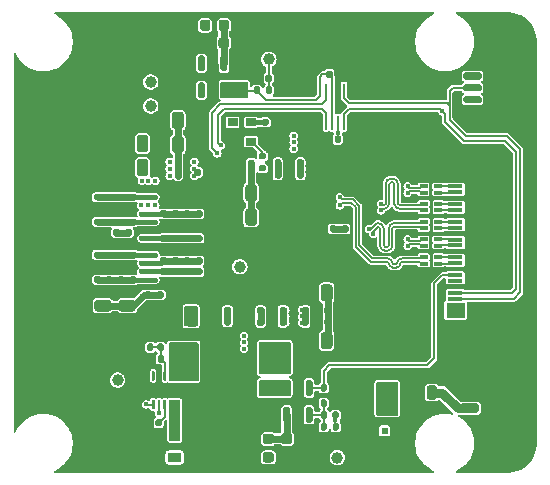
<source format=gbr>
G04 #@! TF.GenerationSoftware,KiCad,Pcbnew,8.0.4*
G04 #@! TF.CreationDate,2025-01-16T23:08:25-08:00*
G04 #@! TF.ProjectId,GMAX4002_MIPI_Breakout,474d4158-3430-4303-925f-4d4950495f42,rev?*
G04 #@! TF.SameCoordinates,Original*
G04 #@! TF.FileFunction,Copper,L1,Top*
G04 #@! TF.FilePolarity,Positive*
%FSLAX46Y46*%
G04 Gerber Fmt 4.6, Leading zero omitted, Abs format (unit mm)*
G04 Created by KiCad (PCBNEW 8.0.4) date 2025-01-16 23:08:25*
%MOMM*%
%LPD*%
G01*
G04 APERTURE LIST*
G04 #@! TA.AperFunction,SMDPad,CuDef*
%ADD10R,0.254000X1.168400*%
G04 #@! TD*
G04 #@! TA.AperFunction,SMDPad,CuDef*
%ADD11C,1.000000*%
G04 #@! TD*
G04 #@! TA.AperFunction,SMDPad,CuDef*
%ADD12R,0.850000X0.650000*%
G04 #@! TD*
G04 #@! TA.AperFunction,HeatsinkPad*
%ADD13R,2.000000X1.200000*%
G04 #@! TD*
G04 #@! TA.AperFunction,HeatsinkPad*
%ADD14R,1.000000X1.600000*%
G04 #@! TD*
G04 #@! TA.AperFunction,SMDPad,CuDef*
%ADD15R,0.700000X0.300000*%
G04 #@! TD*
G04 #@! TA.AperFunction,SMDPad,CuDef*
%ADD16R,0.600000X0.600000*%
G04 #@! TD*
G04 #@! TA.AperFunction,SMDPad,CuDef*
%ADD17R,0.400000X0.400000*%
G04 #@! TD*
G04 #@! TA.AperFunction,SMDPad,CuDef*
%ADD18R,2.200000X1.800000*%
G04 #@! TD*
G04 #@! TA.AperFunction,SMDPad,CuDef*
%ADD19R,1.300000X0.300000*%
G04 #@! TD*
G04 #@! TA.AperFunction,ViaPad*
%ADD20C,0.400000*%
G04 #@! TD*
G04 #@! TA.AperFunction,ViaPad*
%ADD21C,0.450000*%
G04 #@! TD*
G04 #@! TA.AperFunction,Conductor*
%ADD22C,0.200000*%
G04 #@! TD*
G04 #@! TA.AperFunction,Conductor*
%ADD23C,0.400000*%
G04 #@! TD*
G04 #@! TA.AperFunction,Conductor*
%ADD24C,0.150000*%
G04 #@! TD*
G04 #@! TA.AperFunction,Conductor*
%ADD25C,0.100000*%
G04 #@! TD*
G04 #@! TA.AperFunction,Conductor*
%ADD26C,0.560000*%
G04 #@! TD*
G04 #@! TA.AperFunction,Conductor*
%ADD27C,0.600000*%
G04 #@! TD*
G04 #@! TA.AperFunction,Conductor*
%ADD28C,0.800000*%
G04 #@! TD*
G04 APERTURE END LIST*
G04 #@! TO.P,C69,1*
G04 #@! TO.N,VDDIO*
G04 #@! TA.AperFunction,SMDPad,CuDef*
G36*
G01*
X15860000Y-13380000D02*
X15860000Y-13720000D01*
G75*
G02*
X15720000Y-13860000I-140000J0D01*
G01*
X15440000Y-13860000D01*
G75*
G02*
X15300000Y-13720000I0J140000D01*
G01*
X15300000Y-13380000D01*
G75*
G02*
X15440000Y-13240000I140000J0D01*
G01*
X15720000Y-13240000D01*
G75*
G02*
X15860000Y-13380000I0J-140000D01*
G01*
G37*
G04 #@! TD.AperFunction*
G04 #@! TO.P,C69,2*
G04 #@! TO.N,GND*
G04 #@! TA.AperFunction,SMDPad,CuDef*
G36*
G01*
X14900000Y-13380000D02*
X14900000Y-13720000D01*
G75*
G02*
X14760000Y-13860000I-140000J0D01*
G01*
X14480000Y-13860000D01*
G75*
G02*
X14340000Y-13720000I0J140000D01*
G01*
X14340000Y-13380000D01*
G75*
G02*
X14480000Y-13240000I140000J0D01*
G01*
X14760000Y-13240000D01*
G75*
G02*
X14900000Y-13380000I0J-140000D01*
G01*
G37*
G04 #@! TD.AperFunction*
G04 #@! TD*
D10*
G04 #@! TO.P,U7,8,SCL_B*
G04 #@! TO.N,SCL_3V3*
X27950001Y-9371600D03*
G04 #@! TO.P,U7,7,VCCB*
G04 #@! TO.N,+3V3*
X27450000Y-9371600D03*
G04 #@! TO.P,U7,6,OE*
G04 #@! TO.N,VDDIO*
X26950000Y-9371600D03*
G04 #@! TO.P,U7,5,SCL_A*
G04 #@! TO.N,SCL_1V8*
X26449999Y-9371600D03*
G04 #@! TO.P,U7,4,SDA_A*
G04 #@! TO.N,SDA_1V8*
X26449999Y-6628400D03*
G04 #@! TO.P,U7,3,VCCA*
G04 #@! TO.N,VDDIO*
X26950000Y-6628400D03*
G04 #@! TO.P,U7,2,GND*
G04 #@! TO.N,GND*
X27450000Y-6628400D03*
G04 #@! TO.P,U7,1,SDA_B*
G04 #@! TO.N,SDA_3V3*
X27950001Y-6628400D03*
G04 #@! TD*
D11*
G04 #@! TO.P,TP9,1,1*
G04 #@! TO.N,GND*
X8800000Y-33200000D03*
G04 #@! TD*
G04 #@! TO.P,TP8,1,1*
G04 #@! TO.N,GND*
X11600000Y-2350000D03*
G04 #@! TD*
G04 #@! TO.P,TP7,1,1*
G04 #@! TO.N,GND*
X32750000Y-37650000D03*
G04 #@! TD*
G04 #@! TO.P,TP6,1,1*
G04 #@! TO.N,+5V*
X27400000Y-37700000D03*
G04 #@! TD*
G04 #@! TO.P,TP5,1,1*
G04 #@! TO.N,VDD*
X19150000Y-21550000D03*
G04 #@! TD*
G04 #@! TO.P,TP4,1,1*
G04 #@! TO.N,VDDA*
X8800000Y-31150000D03*
G04 #@! TD*
G04 #@! TO.P,TP3,1,1*
G04 #@! TO.N,Net-(U1-SYS_RST_N)*
X21600000Y-4000000D03*
G04 #@! TD*
G04 #@! TO.P,J3,1,Pin_1*
G04 #@! TO.N,GND*
G04 #@! TA.AperFunction,SMDPad,CuDef*
G36*
G01*
X39475000Y-8700000D02*
X38225000Y-8700000D01*
G75*
G02*
X38075000Y-8550000I0J150000D01*
G01*
X38075000Y-8250000D01*
G75*
G02*
X38225000Y-8100000I150000J0D01*
G01*
X39475000Y-8100000D01*
G75*
G02*
X39625000Y-8250000I0J-150000D01*
G01*
X39625000Y-8550000D01*
G75*
G02*
X39475000Y-8700000I-150000J0D01*
G01*
G37*
G04 #@! TD.AperFunction*
G04 #@! TO.P,J3,2,Pin_2*
G04 #@! TO.N,+3V3*
G04 #@! TA.AperFunction,SMDPad,CuDef*
G36*
G01*
X39475000Y-7700000D02*
X38225000Y-7700000D01*
G75*
G02*
X38075000Y-7550000I0J150000D01*
G01*
X38075000Y-7250000D01*
G75*
G02*
X38225000Y-7100000I150000J0D01*
G01*
X39475000Y-7100000D01*
G75*
G02*
X39625000Y-7250000I0J-150000D01*
G01*
X39625000Y-7550000D01*
G75*
G02*
X39475000Y-7700000I-150000J0D01*
G01*
G37*
G04 #@! TD.AperFunction*
G04 #@! TO.P,J3,3,Pin_3*
G04 #@! TO.N,SDA_3V3*
G04 #@! TA.AperFunction,SMDPad,CuDef*
G36*
G01*
X39475000Y-6700000D02*
X38225000Y-6700000D01*
G75*
G02*
X38075000Y-6550000I0J150000D01*
G01*
X38075000Y-6250000D01*
G75*
G02*
X38225000Y-6100000I150000J0D01*
G01*
X39475000Y-6100000D01*
G75*
G02*
X39625000Y-6250000I0J-150000D01*
G01*
X39625000Y-6550000D01*
G75*
G02*
X39475000Y-6700000I-150000J0D01*
G01*
G37*
G04 #@! TD.AperFunction*
G04 #@! TO.P,J3,4,Pin_4*
G04 #@! TO.N,SCL_3V3*
G04 #@! TA.AperFunction,SMDPad,CuDef*
G36*
G01*
X39475000Y-5700000D02*
X38225000Y-5700000D01*
G75*
G02*
X38075000Y-5550000I0J150000D01*
G01*
X38075000Y-5250000D01*
G75*
G02*
X38225000Y-5100000I150000J0D01*
G01*
X39475000Y-5100000D01*
G75*
G02*
X39625000Y-5250000I0J-150000D01*
G01*
X39625000Y-5550000D01*
G75*
G02*
X39475000Y-5700000I-150000J0D01*
G01*
G37*
G04 #@! TD.AperFunction*
G04 #@! TO.P,J3,MP,Shield*
G04 #@! TO.N,GND*
G04 #@! TA.AperFunction,SMDPad,CuDef*
G36*
G01*
X43375000Y-10300000D02*
X42075000Y-10300000D01*
G75*
G02*
X41825000Y-10050000I0J250000D01*
G01*
X41825000Y-9350000D01*
G75*
G02*
X42075000Y-9100000I250000J0D01*
G01*
X43375000Y-9100000D01*
G75*
G02*
X43625000Y-9350000I0J-250000D01*
G01*
X43625000Y-10050000D01*
G75*
G02*
X43375000Y-10300000I-250000J0D01*
G01*
G37*
G04 #@! TD.AperFunction*
G04 #@! TA.AperFunction,SMDPad,CuDef*
G36*
G01*
X43375000Y-4700000D02*
X42075000Y-4700000D01*
G75*
G02*
X41825000Y-4450000I0J250000D01*
G01*
X41825000Y-3750000D01*
G75*
G02*
X42075000Y-3500000I250000J0D01*
G01*
X43375000Y-3500000D01*
G75*
G02*
X43625000Y-3750000I0J-250000D01*
G01*
X43625000Y-4450000D01*
G75*
G02*
X43375000Y-4700000I-250000J0D01*
G01*
G37*
G04 #@! TD.AperFunction*
G04 #@! TD*
G04 #@! TO.P,FB2,1*
G04 #@! TO.N,Net-(U6-IN)*
G04 #@! TA.AperFunction,SMDPad,CuDef*
G36*
G01*
X18225000Y-843750D02*
X18225000Y-1356250D01*
G75*
G02*
X18006250Y-1575000I-218750J0D01*
G01*
X17568750Y-1575000D01*
G75*
G02*
X17350000Y-1356250I0J218750D01*
G01*
X17350000Y-843750D01*
G75*
G02*
X17568750Y-625000I218750J0D01*
G01*
X18006250Y-625000D01*
G75*
G02*
X18225000Y-843750I0J-218750D01*
G01*
G37*
G04 #@! TD.AperFunction*
G04 #@! TO.P,FB2,2*
G04 #@! TO.N,+5V*
G04 #@! TA.AperFunction,SMDPad,CuDef*
G36*
G01*
X16650000Y-843750D02*
X16650000Y-1356250D01*
G75*
G02*
X16431250Y-1575000I-218750J0D01*
G01*
X15993750Y-1575000D01*
G75*
G02*
X15775000Y-1356250I0J218750D01*
G01*
X15775000Y-843750D01*
G75*
G02*
X15993750Y-625000I218750J0D01*
G01*
X16431250Y-625000D01*
G75*
G02*
X16650000Y-843750I0J-218750D01*
G01*
G37*
G04 #@! TD.AperFunction*
G04 #@! TD*
G04 #@! TO.P,C104,2*
G04 #@! TO.N,GND*
G04 #@! TA.AperFunction,SMDPad,CuDef*
G36*
G01*
X15300000Y-11675000D02*
X15300000Y-10725000D01*
G75*
G02*
X15550000Y-10475000I250000J0D01*
G01*
X16050000Y-10475000D01*
G75*
G02*
X16300000Y-10725000I0J-250000D01*
G01*
X16300000Y-11675000D01*
G75*
G02*
X16050000Y-11925000I-250000J0D01*
G01*
X15550000Y-11925000D01*
G75*
G02*
X15300000Y-11675000I0J250000D01*
G01*
G37*
G04 #@! TD.AperFunction*
G04 #@! TO.P,C104,1*
G04 #@! TO.N,VDDA*
G04 #@! TA.AperFunction,SMDPad,CuDef*
G36*
G01*
X13400000Y-11675000D02*
X13400000Y-10725000D01*
G75*
G02*
X13650000Y-10475000I250000J0D01*
G01*
X14150000Y-10475000D01*
G75*
G02*
X14400000Y-10725000I0J-250000D01*
G01*
X14400000Y-11675000D01*
G75*
G02*
X14150000Y-11925000I-250000J0D01*
G01*
X13650000Y-11925000D01*
G75*
G02*
X13400000Y-11675000I0J250000D01*
G01*
G37*
G04 #@! TD.AperFunction*
G04 #@! TD*
G04 #@! TO.P,C103,2*
G04 #@! TO.N,GND*
G04 #@! TA.AperFunction,SMDPad,CuDef*
G36*
G01*
X15300000Y-9625000D02*
X15300000Y-8675000D01*
G75*
G02*
X15550000Y-8425000I250000J0D01*
G01*
X16050000Y-8425000D01*
G75*
G02*
X16300000Y-8675000I0J-250000D01*
G01*
X16300000Y-9625000D01*
G75*
G02*
X16050000Y-9875000I-250000J0D01*
G01*
X15550000Y-9875000D01*
G75*
G02*
X15300000Y-9625000I0J250000D01*
G01*
G37*
G04 #@! TD.AperFunction*
G04 #@! TO.P,C103,1*
G04 #@! TO.N,VDDA*
G04 #@! TA.AperFunction,SMDPad,CuDef*
G36*
G01*
X13400000Y-9625000D02*
X13400000Y-8675000D01*
G75*
G02*
X13650000Y-8425000I250000J0D01*
G01*
X14150000Y-8425000D01*
G75*
G02*
X14400000Y-8675000I0J-250000D01*
G01*
X14400000Y-9625000D01*
G75*
G02*
X14150000Y-9875000I-250000J0D01*
G01*
X13650000Y-9875000D01*
G75*
G02*
X13400000Y-9625000I0J250000D01*
G01*
G37*
G04 #@! TD.AperFunction*
G04 #@! TD*
G04 #@! TO.P,C102,2*
G04 #@! TO.N,GND*
G04 #@! TA.AperFunction,SMDPad,CuDef*
G36*
G01*
X9500000Y-10635000D02*
X9500000Y-11585000D01*
G75*
G02*
X9250000Y-11835000I-250000J0D01*
G01*
X8750000Y-11835000D01*
G75*
G02*
X8500000Y-11585000I0J250000D01*
G01*
X8500000Y-10635000D01*
G75*
G02*
X8750000Y-10385000I250000J0D01*
G01*
X9250000Y-10385000D01*
G75*
G02*
X9500000Y-10635000I0J-250000D01*
G01*
G37*
G04 #@! TD.AperFunction*
G04 #@! TO.P,C102,1*
G04 #@! TO.N,VDDA*
G04 #@! TA.AperFunction,SMDPad,CuDef*
G36*
G01*
X11400000Y-10635000D02*
X11400000Y-11585000D01*
G75*
G02*
X11150000Y-11835000I-250000J0D01*
G01*
X10650000Y-11835000D01*
G75*
G02*
X10400000Y-11585000I0J250000D01*
G01*
X10400000Y-10635000D01*
G75*
G02*
X10650000Y-10385000I250000J0D01*
G01*
X11150000Y-10385000D01*
G75*
G02*
X11400000Y-10635000I0J-250000D01*
G01*
G37*
G04 #@! TD.AperFunction*
G04 #@! TD*
G04 #@! TO.P,C101,2*
G04 #@! TO.N,GND*
G04 #@! TA.AperFunction,SMDPad,CuDef*
G36*
G01*
X9500000Y-12675000D02*
X9500000Y-13625000D01*
G75*
G02*
X9250000Y-13875000I-250000J0D01*
G01*
X8750000Y-13875000D01*
G75*
G02*
X8500000Y-13625000I0J250000D01*
G01*
X8500000Y-12675000D01*
G75*
G02*
X8750000Y-12425000I250000J0D01*
G01*
X9250000Y-12425000D01*
G75*
G02*
X9500000Y-12675000I0J-250000D01*
G01*
G37*
G04 #@! TD.AperFunction*
G04 #@! TO.P,C101,1*
G04 #@! TO.N,VDDA*
G04 #@! TA.AperFunction,SMDPad,CuDef*
G36*
G01*
X11400000Y-12675000D02*
X11400000Y-13625000D01*
G75*
G02*
X11150000Y-13875000I-250000J0D01*
G01*
X10650000Y-13875000D01*
G75*
G02*
X10400000Y-13625000I0J250000D01*
G01*
X10400000Y-12675000D01*
G75*
G02*
X10650000Y-12425000I250000J0D01*
G01*
X11150000Y-12425000D01*
G75*
G02*
X11400000Y-12675000I0J-250000D01*
G01*
G37*
G04 #@! TD.AperFunction*
G04 #@! TD*
G04 #@! TO.P,C100,2*
G04 #@! TO.N,GND*
G04 #@! TA.AperFunction,SMDPad,CuDef*
G36*
G01*
X14050000Y-25080000D02*
X14050000Y-25420000D01*
G75*
G02*
X13910000Y-25560000I-140000J0D01*
G01*
X13630000Y-25560000D01*
G75*
G02*
X13490000Y-25420000I0J140000D01*
G01*
X13490000Y-25080000D01*
G75*
G02*
X13630000Y-24940000I140000J0D01*
G01*
X13910000Y-24940000D01*
G75*
G02*
X14050000Y-25080000I0J-140000D01*
G01*
G37*
G04 #@! TD.AperFunction*
G04 #@! TO.P,C100,1*
G04 #@! TO.N,VDDA*
G04 #@! TA.AperFunction,SMDPad,CuDef*
G36*
G01*
X15010000Y-25080000D02*
X15010000Y-25420000D01*
G75*
G02*
X14870000Y-25560000I-140000J0D01*
G01*
X14590000Y-25560000D01*
G75*
G02*
X14450000Y-25420000I0J140000D01*
G01*
X14450000Y-25080000D01*
G75*
G02*
X14590000Y-24940000I140000J0D01*
G01*
X14870000Y-24940000D01*
G75*
G02*
X15010000Y-25080000I0J-140000D01*
G01*
G37*
G04 #@! TD.AperFunction*
G04 #@! TD*
G04 #@! TO.P,C99,2*
G04 #@! TO.N,GND*
G04 #@! TA.AperFunction,SMDPad,CuDef*
G36*
G01*
X14050000Y-26050000D02*
X14050000Y-26390000D01*
G75*
G02*
X13910000Y-26530000I-140000J0D01*
G01*
X13630000Y-26530000D01*
G75*
G02*
X13490000Y-26390000I0J140000D01*
G01*
X13490000Y-26050000D01*
G75*
G02*
X13630000Y-25910000I140000J0D01*
G01*
X13910000Y-25910000D01*
G75*
G02*
X14050000Y-26050000I0J-140000D01*
G01*
G37*
G04 #@! TD.AperFunction*
G04 #@! TO.P,C99,1*
G04 #@! TO.N,VDDA*
G04 #@! TA.AperFunction,SMDPad,CuDef*
G36*
G01*
X15010000Y-26050000D02*
X15010000Y-26390000D01*
G75*
G02*
X14870000Y-26530000I-140000J0D01*
G01*
X14590000Y-26530000D01*
G75*
G02*
X14450000Y-26390000I0J140000D01*
G01*
X14450000Y-26050000D01*
G75*
G02*
X14590000Y-25910000I140000J0D01*
G01*
X14870000Y-25910000D01*
G75*
G02*
X15010000Y-26050000I0J-140000D01*
G01*
G37*
G04 #@! TD.AperFunction*
G04 #@! TD*
G04 #@! TO.P,C94,1*
G04 #@! TO.N,VDDA*
G04 #@! TA.AperFunction,SMDPad,CuDef*
G36*
G01*
X22090000Y-13920000D02*
X22090000Y-13580000D01*
G75*
G02*
X22230000Y-13440000I140000J0D01*
G01*
X22510000Y-13440000D01*
G75*
G02*
X22650000Y-13580000I0J-140000D01*
G01*
X22650000Y-13920000D01*
G75*
G02*
X22510000Y-14060000I-140000J0D01*
G01*
X22230000Y-14060000D01*
G75*
G02*
X22090000Y-13920000I0J140000D01*
G01*
G37*
G04 #@! TD.AperFunction*
G04 #@! TO.P,C94,2*
G04 #@! TO.N,GND*
G04 #@! TA.AperFunction,SMDPad,CuDef*
G36*
G01*
X23050000Y-13920000D02*
X23050000Y-13580000D01*
G75*
G02*
X23190000Y-13440000I140000J0D01*
G01*
X23470000Y-13440000D01*
G75*
G02*
X23610000Y-13580000I0J-140000D01*
G01*
X23610000Y-13920000D01*
G75*
G02*
X23470000Y-14060000I-140000J0D01*
G01*
X23190000Y-14060000D01*
G75*
G02*
X23050000Y-13920000I0J140000D01*
G01*
G37*
G04 #@! TD.AperFunction*
G04 #@! TD*
G04 #@! TO.P,C93,1*
G04 #@! TO.N,VDDA*
G04 #@! TA.AperFunction,SMDPad,CuDef*
G36*
G01*
X22090000Y-12930000D02*
X22090000Y-12590000D01*
G75*
G02*
X22230000Y-12450000I140000J0D01*
G01*
X22510000Y-12450000D01*
G75*
G02*
X22650000Y-12590000I0J-140000D01*
G01*
X22650000Y-12930000D01*
G75*
G02*
X22510000Y-13070000I-140000J0D01*
G01*
X22230000Y-13070000D01*
G75*
G02*
X22090000Y-12930000I0J140000D01*
G01*
G37*
G04 #@! TD.AperFunction*
G04 #@! TO.P,C93,2*
G04 #@! TO.N,GND*
G04 #@! TA.AperFunction,SMDPad,CuDef*
G36*
G01*
X23050000Y-12930000D02*
X23050000Y-12590000D01*
G75*
G02*
X23190000Y-12450000I140000J0D01*
G01*
X23470000Y-12450000D01*
G75*
G02*
X23610000Y-12590000I0J-140000D01*
G01*
X23610000Y-12930000D01*
G75*
G02*
X23470000Y-13070000I-140000J0D01*
G01*
X23190000Y-13070000D01*
G75*
G02*
X23050000Y-12930000I0J140000D01*
G01*
G37*
G04 #@! TD.AperFunction*
G04 #@! TD*
G04 #@! TO.P,C65,2*
G04 #@! TO.N,GND*
G04 #@! TA.AperFunction,SMDPad,CuDef*
G36*
G01*
X9930000Y-23330000D02*
X10270000Y-23330000D01*
G75*
G02*
X10410000Y-23470000I0J-140000D01*
G01*
X10410000Y-23750000D01*
G75*
G02*
X10270000Y-23890000I-140000J0D01*
G01*
X9930000Y-23890000D01*
G75*
G02*
X9790000Y-23750000I0J140000D01*
G01*
X9790000Y-23470000D01*
G75*
G02*
X9930000Y-23330000I140000J0D01*
G01*
G37*
G04 #@! TD.AperFunction*
G04 #@! TO.P,C65,1*
G04 #@! TO.N,VCPNI*
G04 #@! TA.AperFunction,SMDPad,CuDef*
G36*
G01*
X9930000Y-22370000D02*
X10270000Y-22370000D01*
G75*
G02*
X10410000Y-22510000I0J-140000D01*
G01*
X10410000Y-22790000D01*
G75*
G02*
X10270000Y-22930000I-140000J0D01*
G01*
X9930000Y-22930000D01*
G75*
G02*
X9790000Y-22790000I0J140000D01*
G01*
X9790000Y-22510000D01*
G75*
G02*
X9930000Y-22370000I140000J0D01*
G01*
G37*
G04 #@! TD.AperFunction*
G04 #@! TD*
G04 #@! TO.P,C57,2*
G04 #@! TO.N,GND*
G04 #@! TA.AperFunction,SMDPad,CuDef*
G36*
G01*
X8930000Y-23330000D02*
X9270000Y-23330000D01*
G75*
G02*
X9410000Y-23470000I0J-140000D01*
G01*
X9410000Y-23750000D01*
G75*
G02*
X9270000Y-23890000I-140000J0D01*
G01*
X8930000Y-23890000D01*
G75*
G02*
X8790000Y-23750000I0J140000D01*
G01*
X8790000Y-23470000D01*
G75*
G02*
X8930000Y-23330000I140000J0D01*
G01*
G37*
G04 #@! TD.AperFunction*
G04 #@! TO.P,C57,1*
G04 #@! TO.N,VCPNI*
G04 #@! TA.AperFunction,SMDPad,CuDef*
G36*
G01*
X8930000Y-22370000D02*
X9270000Y-22370000D01*
G75*
G02*
X9410000Y-22510000I0J-140000D01*
G01*
X9410000Y-22790000D01*
G75*
G02*
X9270000Y-22930000I-140000J0D01*
G01*
X8930000Y-22930000D01*
G75*
G02*
X8790000Y-22790000I0J140000D01*
G01*
X8790000Y-22510000D01*
G75*
G02*
X8930000Y-22370000I140000J0D01*
G01*
G37*
G04 #@! TD.AperFunction*
G04 #@! TD*
G04 #@! TO.P,C64,1*
G04 #@! TO.N,VCPPO*
G04 #@! TA.AperFunction,SMDPad,CuDef*
G36*
G01*
X8270000Y-15930000D02*
X7930000Y-15930000D01*
G75*
G02*
X7790000Y-15790000I0J140000D01*
G01*
X7790000Y-15510000D01*
G75*
G02*
X7930000Y-15370000I140000J0D01*
G01*
X8270000Y-15370000D01*
G75*
G02*
X8410000Y-15510000I0J-140000D01*
G01*
X8410000Y-15790000D01*
G75*
G02*
X8270000Y-15930000I-140000J0D01*
G01*
G37*
G04 #@! TD.AperFunction*
G04 #@! TO.P,C64,2*
G04 #@! TO.N,GND*
G04 #@! TA.AperFunction,SMDPad,CuDef*
G36*
G01*
X8270000Y-14970000D02*
X7930000Y-14970000D01*
G75*
G02*
X7790000Y-14830000I0J140000D01*
G01*
X7790000Y-14550000D01*
G75*
G02*
X7930000Y-14410000I140000J0D01*
G01*
X8270000Y-14410000D01*
G75*
G02*
X8410000Y-14550000I0J-140000D01*
G01*
X8410000Y-14830000D01*
G75*
G02*
X8270000Y-14970000I-140000J0D01*
G01*
G37*
G04 #@! TD.AperFunction*
G04 #@! TD*
G04 #@! TO.P,C63,2*
G04 #@! TO.N,GND*
G04 #@! TA.AperFunction,SMDPad,CuDef*
G36*
G01*
X14860000Y-16370000D02*
X14520000Y-16370000D01*
G75*
G02*
X14380000Y-16230000I0J140000D01*
G01*
X14380000Y-15950000D01*
G75*
G02*
X14520000Y-15810000I140000J0D01*
G01*
X14860000Y-15810000D01*
G75*
G02*
X15000000Y-15950000I0J-140000D01*
G01*
X15000000Y-16230000D01*
G75*
G02*
X14860000Y-16370000I-140000J0D01*
G01*
G37*
G04 #@! TD.AperFunction*
G04 #@! TO.P,C63,1*
G04 #@! TO.N,VCPPI*
G04 #@! TA.AperFunction,SMDPad,CuDef*
G36*
G01*
X14860000Y-17330000D02*
X14520000Y-17330000D01*
G75*
G02*
X14380000Y-17190000I0J140000D01*
G01*
X14380000Y-16910000D01*
G75*
G02*
X14520000Y-16770000I140000J0D01*
G01*
X14860000Y-16770000D01*
G75*
G02*
X15000000Y-16910000I0J-140000D01*
G01*
X15000000Y-17190000D01*
G75*
G02*
X14860000Y-17330000I-140000J0D01*
G01*
G37*
G04 #@! TD.AperFunction*
G04 #@! TD*
G04 #@! TO.P,C56,1*
G04 #@! TO.N,VCPPO*
G04 #@! TA.AperFunction,SMDPad,CuDef*
G36*
G01*
X10270000Y-15930000D02*
X9930000Y-15930000D01*
G75*
G02*
X9790000Y-15790000I0J140000D01*
G01*
X9790000Y-15510000D01*
G75*
G02*
X9930000Y-15370000I140000J0D01*
G01*
X10270000Y-15370000D01*
G75*
G02*
X10410000Y-15510000I0J-140000D01*
G01*
X10410000Y-15790000D01*
G75*
G02*
X10270000Y-15930000I-140000J0D01*
G01*
G37*
G04 #@! TD.AperFunction*
G04 #@! TO.P,C56,2*
G04 #@! TO.N,GND*
G04 #@! TA.AperFunction,SMDPad,CuDef*
G36*
G01*
X10270000Y-14970000D02*
X9930000Y-14970000D01*
G75*
G02*
X9790000Y-14830000I0J140000D01*
G01*
X9790000Y-14550000D01*
G75*
G02*
X9930000Y-14410000I140000J0D01*
G01*
X10270000Y-14410000D01*
G75*
G02*
X10410000Y-14550000I0J-140000D01*
G01*
X10410000Y-14830000D01*
G75*
G02*
X10270000Y-14970000I-140000J0D01*
G01*
G37*
G04 #@! TD.AperFunction*
G04 #@! TD*
G04 #@! TO.P,C55,2*
G04 #@! TO.N,GND*
G04 #@! TA.AperFunction,SMDPad,CuDef*
G36*
G01*
X15860000Y-16370000D02*
X15520000Y-16370000D01*
G75*
G02*
X15380000Y-16230000I0J140000D01*
G01*
X15380000Y-15950000D01*
G75*
G02*
X15520000Y-15810000I140000J0D01*
G01*
X15860000Y-15810000D01*
G75*
G02*
X16000000Y-15950000I0J-140000D01*
G01*
X16000000Y-16230000D01*
G75*
G02*
X15860000Y-16370000I-140000J0D01*
G01*
G37*
G04 #@! TD.AperFunction*
G04 #@! TO.P,C55,1*
G04 #@! TO.N,VCPPI*
G04 #@! TA.AperFunction,SMDPad,CuDef*
G36*
G01*
X15860000Y-17330000D02*
X15520000Y-17330000D01*
G75*
G02*
X15380000Y-17190000I0J140000D01*
G01*
X15380000Y-16910000D01*
G75*
G02*
X15520000Y-16770000I140000J0D01*
G01*
X15860000Y-16770000D01*
G75*
G02*
X16000000Y-16910000I0J-140000D01*
G01*
X16000000Y-17190000D01*
G75*
G02*
X15860000Y-17330000I-140000J0D01*
G01*
G37*
G04 #@! TD.AperFunction*
G04 #@! TD*
G04 #@! TO.P,C50,1*
G04 #@! TO.N,VTX2L*
G04 #@! TA.AperFunction,SMDPad,CuDef*
G36*
G01*
X13860000Y-21310000D02*
X13520000Y-21310000D01*
G75*
G02*
X13380000Y-21170000I0J140000D01*
G01*
X13380000Y-20890000D01*
G75*
G02*
X13520000Y-20750000I140000J0D01*
G01*
X13860000Y-20750000D01*
G75*
G02*
X14000000Y-20890000I0J-140000D01*
G01*
X14000000Y-21170000D01*
G75*
G02*
X13860000Y-21310000I-140000J0D01*
G01*
G37*
G04 #@! TD.AperFunction*
G04 #@! TO.P,C50,2*
G04 #@! TO.N,GND*
G04 #@! TA.AperFunction,SMDPad,CuDef*
G36*
G01*
X13860000Y-20350000D02*
X13520000Y-20350000D01*
G75*
G02*
X13380000Y-20210000I0J140000D01*
G01*
X13380000Y-19930000D01*
G75*
G02*
X13520000Y-19790000I140000J0D01*
G01*
X13860000Y-19790000D01*
G75*
G02*
X14000000Y-19930000I0J-140000D01*
G01*
X14000000Y-20210000D01*
G75*
G02*
X13860000Y-20350000I-140000J0D01*
G01*
G37*
G04 #@! TD.AperFunction*
G04 #@! TD*
G04 #@! TO.P,C49,2*
G04 #@! TO.N,GND*
G04 #@! TA.AperFunction,SMDPad,CuDef*
G36*
G01*
X15860000Y-18470000D02*
X15520000Y-18470000D01*
G75*
G02*
X15380000Y-18330000I0J140000D01*
G01*
X15380000Y-18050000D01*
G75*
G02*
X15520000Y-17910000I140000J0D01*
G01*
X15860000Y-17910000D01*
G75*
G02*
X16000000Y-18050000I0J-140000D01*
G01*
X16000000Y-18330000D01*
G75*
G02*
X15860000Y-18470000I-140000J0D01*
G01*
G37*
G04 #@! TD.AperFunction*
G04 #@! TO.P,C49,1*
G04 #@! TO.N,VTX2H*
G04 #@! TA.AperFunction,SMDPad,CuDef*
G36*
G01*
X15860000Y-19430000D02*
X15520000Y-19430000D01*
G75*
G02*
X15380000Y-19290000I0J140000D01*
G01*
X15380000Y-19010000D01*
G75*
G02*
X15520000Y-18870000I140000J0D01*
G01*
X15860000Y-18870000D01*
G75*
G02*
X16000000Y-19010000I0J-140000D01*
G01*
X16000000Y-19290000D01*
G75*
G02*
X15860000Y-19430000I-140000J0D01*
G01*
G37*
G04 #@! TD.AperFunction*
G04 #@! TD*
G04 #@! TO.P,C46,1*
G04 #@! TO.N,VTX2L*
G04 #@! TA.AperFunction,SMDPad,CuDef*
G36*
G01*
X12860000Y-21310000D02*
X12520000Y-21310000D01*
G75*
G02*
X12380000Y-21170000I0J140000D01*
G01*
X12380000Y-20890000D01*
G75*
G02*
X12520000Y-20750000I140000J0D01*
G01*
X12860000Y-20750000D01*
G75*
G02*
X13000000Y-20890000I0J-140000D01*
G01*
X13000000Y-21170000D01*
G75*
G02*
X12860000Y-21310000I-140000J0D01*
G01*
G37*
G04 #@! TD.AperFunction*
G04 #@! TO.P,C46,2*
G04 #@! TO.N,GND*
G04 #@! TA.AperFunction,SMDPad,CuDef*
G36*
G01*
X12860000Y-20350000D02*
X12520000Y-20350000D01*
G75*
G02*
X12380000Y-20210000I0J140000D01*
G01*
X12380000Y-19930000D01*
G75*
G02*
X12520000Y-19790000I140000J0D01*
G01*
X12860000Y-19790000D01*
G75*
G02*
X13000000Y-19930000I0J-140000D01*
G01*
X13000000Y-20210000D01*
G75*
G02*
X12860000Y-20350000I-140000J0D01*
G01*
G37*
G04 #@! TD.AperFunction*
G04 #@! TD*
G04 #@! TO.P,C45,2*
G04 #@! TO.N,GND*
G04 #@! TA.AperFunction,SMDPad,CuDef*
G36*
G01*
X14860000Y-18470000D02*
X14520000Y-18470000D01*
G75*
G02*
X14380000Y-18330000I0J140000D01*
G01*
X14380000Y-18050000D01*
G75*
G02*
X14520000Y-17910000I140000J0D01*
G01*
X14860000Y-17910000D01*
G75*
G02*
X15000000Y-18050000I0J-140000D01*
G01*
X15000000Y-18330000D01*
G75*
G02*
X14860000Y-18470000I-140000J0D01*
G01*
G37*
G04 #@! TD.AperFunction*
G04 #@! TO.P,C45,1*
G04 #@! TO.N,VTX2H*
G04 #@! TA.AperFunction,SMDPad,CuDef*
G36*
G01*
X14860000Y-19430000D02*
X14520000Y-19430000D01*
G75*
G02*
X14380000Y-19290000I0J140000D01*
G01*
X14380000Y-19010000D01*
G75*
G02*
X14520000Y-18870000I140000J0D01*
G01*
X14860000Y-18870000D01*
G75*
G02*
X15000000Y-19010000I0J-140000D01*
G01*
X15000000Y-19290000D01*
G75*
G02*
X14860000Y-19430000I-140000J0D01*
G01*
G37*
G04 #@! TD.AperFunction*
G04 #@! TD*
G04 #@! TO.P,C42,1*
G04 #@! TO.N,VTX1L*
G04 #@! TA.AperFunction,SMDPad,CuDef*
G36*
G01*
X6920000Y-20270000D02*
X7260000Y-20270000D01*
G75*
G02*
X7400000Y-20410000I0J-140000D01*
G01*
X7400000Y-20690000D01*
G75*
G02*
X7260000Y-20830000I-140000J0D01*
G01*
X6920000Y-20830000D01*
G75*
G02*
X6780000Y-20690000I0J140000D01*
G01*
X6780000Y-20410000D01*
G75*
G02*
X6920000Y-20270000I140000J0D01*
G01*
G37*
G04 #@! TD.AperFunction*
G04 #@! TO.P,C42,2*
G04 #@! TO.N,GND*
G04 #@! TA.AperFunction,SMDPad,CuDef*
G36*
G01*
X6920000Y-21230000D02*
X7260000Y-21230000D01*
G75*
G02*
X7400000Y-21370000I0J-140000D01*
G01*
X7400000Y-21650000D01*
G75*
G02*
X7260000Y-21790000I-140000J0D01*
G01*
X6920000Y-21790000D01*
G75*
G02*
X6780000Y-21650000I0J140000D01*
G01*
X6780000Y-21370000D01*
G75*
G02*
X6920000Y-21230000I140000J0D01*
G01*
G37*
G04 #@! TD.AperFunction*
G04 #@! TD*
G04 #@! TO.P,C41,2*
G04 #@! TO.N,GND*
G04 #@! TA.AperFunction,SMDPad,CuDef*
G36*
G01*
X12520000Y-22630000D02*
X12860000Y-22630000D01*
G75*
G02*
X13000000Y-22770000I0J-140000D01*
G01*
X13000000Y-23050000D01*
G75*
G02*
X12860000Y-23190000I-140000J0D01*
G01*
X12520000Y-23190000D01*
G75*
G02*
X12380000Y-23050000I0J140000D01*
G01*
X12380000Y-22770000D01*
G75*
G02*
X12520000Y-22630000I140000J0D01*
G01*
G37*
G04 #@! TD.AperFunction*
G04 #@! TO.P,C41,1*
G04 #@! TO.N,VGRSTL*
G04 #@! TA.AperFunction,SMDPad,CuDef*
G36*
G01*
X12520000Y-21670000D02*
X12860000Y-21670000D01*
G75*
G02*
X13000000Y-21810000I0J-140000D01*
G01*
X13000000Y-22090000D01*
G75*
G02*
X12860000Y-22230000I-140000J0D01*
G01*
X12520000Y-22230000D01*
G75*
G02*
X12380000Y-22090000I0J140000D01*
G01*
X12380000Y-21810000D01*
G75*
G02*
X12520000Y-21670000I140000J0D01*
G01*
G37*
G04 #@! TD.AperFunction*
G04 #@! TD*
G04 #@! TO.P,C38,1*
G04 #@! TO.N,VTX1L*
G04 #@! TA.AperFunction,SMDPad,CuDef*
G36*
G01*
X8920000Y-20270000D02*
X9260000Y-20270000D01*
G75*
G02*
X9400000Y-20410000I0J-140000D01*
G01*
X9400000Y-20690000D01*
G75*
G02*
X9260000Y-20830000I-140000J0D01*
G01*
X8920000Y-20830000D01*
G75*
G02*
X8780000Y-20690000I0J140000D01*
G01*
X8780000Y-20410000D01*
G75*
G02*
X8920000Y-20270000I140000J0D01*
G01*
G37*
G04 #@! TD.AperFunction*
G04 #@! TO.P,C38,2*
G04 #@! TO.N,GND*
G04 #@! TA.AperFunction,SMDPad,CuDef*
G36*
G01*
X8920000Y-21230000D02*
X9260000Y-21230000D01*
G75*
G02*
X9400000Y-21370000I0J-140000D01*
G01*
X9400000Y-21650000D01*
G75*
G02*
X9260000Y-21790000I-140000J0D01*
G01*
X8920000Y-21790000D01*
G75*
G02*
X8780000Y-21650000I0J140000D01*
G01*
X8780000Y-21370000D01*
G75*
G02*
X8920000Y-21230000I140000J0D01*
G01*
G37*
G04 #@! TD.AperFunction*
G04 #@! TD*
G04 #@! TO.P,C37,2*
G04 #@! TO.N,GND*
G04 #@! TA.AperFunction,SMDPad,CuDef*
G36*
G01*
X15520000Y-22630000D02*
X15860000Y-22630000D01*
G75*
G02*
X16000000Y-22770000I0J-140000D01*
G01*
X16000000Y-23050000D01*
G75*
G02*
X15860000Y-23190000I-140000J0D01*
G01*
X15520000Y-23190000D01*
G75*
G02*
X15380000Y-23050000I0J140000D01*
G01*
X15380000Y-22770000D01*
G75*
G02*
X15520000Y-22630000I140000J0D01*
G01*
G37*
G04 #@! TD.AperFunction*
G04 #@! TO.P,C37,1*
G04 #@! TO.N,VGRSTL*
G04 #@! TA.AperFunction,SMDPad,CuDef*
G36*
G01*
X15520000Y-21670000D02*
X15860000Y-21670000D01*
G75*
G02*
X16000000Y-21810000I0J-140000D01*
G01*
X16000000Y-22090000D01*
G75*
G02*
X15860000Y-22230000I-140000J0D01*
G01*
X15520000Y-22230000D01*
G75*
G02*
X15380000Y-22090000I0J140000D01*
G01*
X15380000Y-21810000D01*
G75*
G02*
X15520000Y-21670000I140000J0D01*
G01*
G37*
G04 #@! TD.AperFunction*
G04 #@! TD*
G04 #@! TO.P,C32,2*
G04 #@! TO.N,GND*
G04 #@! TA.AperFunction,SMDPad,CuDef*
G36*
G01*
X8530000Y-19330000D02*
X8870000Y-19330000D01*
G75*
G02*
X9010000Y-19470000I0J-140000D01*
G01*
X9010000Y-19750000D01*
G75*
G02*
X8870000Y-19890000I-140000J0D01*
G01*
X8530000Y-19890000D01*
G75*
G02*
X8390000Y-19750000I0J140000D01*
G01*
X8390000Y-19470000D01*
G75*
G02*
X8530000Y-19330000I140000J0D01*
G01*
G37*
G04 #@! TD.AperFunction*
G04 #@! TO.P,C32,1*
G04 #@! TO.N,VTX1H*
G04 #@! TA.AperFunction,SMDPad,CuDef*
G36*
G01*
X8530000Y-18370000D02*
X8870000Y-18370000D01*
G75*
G02*
X9010000Y-18510000I0J-140000D01*
G01*
X9010000Y-18790000D01*
G75*
G02*
X8870000Y-18930000I-140000J0D01*
G01*
X8530000Y-18930000D01*
G75*
G02*
X8390000Y-18790000I0J140000D01*
G01*
X8390000Y-18510000D01*
G75*
G02*
X8530000Y-18370000I140000J0D01*
G01*
G37*
G04 #@! TD.AperFunction*
G04 #@! TD*
G04 #@! TO.P,C30,2*
G04 #@! TO.N,GND*
G04 #@! TA.AperFunction,SMDPad,CuDef*
G36*
G01*
X9270000Y-17070000D02*
X8930000Y-17070000D01*
G75*
G02*
X8790000Y-16930000I0J140000D01*
G01*
X8790000Y-16650000D01*
G75*
G02*
X8930000Y-16510000I140000J0D01*
G01*
X9270000Y-16510000D01*
G75*
G02*
X9410000Y-16650000I0J-140000D01*
G01*
X9410000Y-16930000D01*
G75*
G02*
X9270000Y-17070000I-140000J0D01*
G01*
G37*
G04 #@! TD.AperFunction*
G04 #@! TO.P,C30,1*
G04 #@! TO.N,VGRSTH*
G04 #@! TA.AperFunction,SMDPad,CuDef*
G36*
G01*
X9270000Y-18030000D02*
X8930000Y-18030000D01*
G75*
G02*
X8790000Y-17890000I0J140000D01*
G01*
X8790000Y-17610000D01*
G75*
G02*
X8930000Y-17470000I140000J0D01*
G01*
X9270000Y-17470000D01*
G75*
G02*
X9410000Y-17610000I0J-140000D01*
G01*
X9410000Y-17890000D01*
G75*
G02*
X9270000Y-18030000I-140000J0D01*
G01*
G37*
G04 #@! TD.AperFunction*
G04 #@! TD*
G04 #@! TO.P,C29,2*
G04 #@! TO.N,GND*
G04 #@! TA.AperFunction,SMDPad,CuDef*
G36*
G01*
X10270000Y-17070000D02*
X9930000Y-17070000D01*
G75*
G02*
X9790000Y-16930000I0J140000D01*
G01*
X9790000Y-16650000D01*
G75*
G02*
X9930000Y-16510000I140000J0D01*
G01*
X10270000Y-16510000D01*
G75*
G02*
X10410000Y-16650000I0J-140000D01*
G01*
X10410000Y-16930000D01*
G75*
G02*
X10270000Y-17070000I-140000J0D01*
G01*
G37*
G04 #@! TD.AperFunction*
G04 #@! TO.P,C29,1*
G04 #@! TO.N,VGRSTH*
G04 #@! TA.AperFunction,SMDPad,CuDef*
G36*
G01*
X10270000Y-18030000D02*
X9930000Y-18030000D01*
G75*
G02*
X9790000Y-17890000I0J140000D01*
G01*
X9790000Y-17610000D01*
G75*
G02*
X9930000Y-17470000I140000J0D01*
G01*
X10270000Y-17470000D01*
G75*
G02*
X10410000Y-17610000I0J-140000D01*
G01*
X10410000Y-17890000D01*
G75*
G02*
X10270000Y-18030000I-140000J0D01*
G01*
G37*
G04 #@! TD.AperFunction*
G04 #@! TD*
D12*
G04 #@! TO.P,U8,4,VDD*
G04 #@! TO.N,VDDIO*
X20075000Y-9325000D03*
G04 #@! TO.P,U8,3,Out*
G04 #@! TO.N,Net-(U8-Out)*
X20075000Y-10975000D03*
G04 #@! TO.P,U8,2,GND*
G04 #@! TO.N,GND*
X18525000Y-10975000D03*
G04 #@! TO.P,U8,1,Standby*
G04 #@! TO.N,VDDIO*
X18525000Y-9325000D03*
G04 #@! TD*
G04 #@! TO.P,U6,1,IN*
G04 #@! TO.N,Net-(U6-IN)*
G04 #@! TA.AperFunction,SMDPad,CuDef*
G36*
G01*
X17650000Y-3662500D02*
X17950000Y-3662500D01*
G75*
G02*
X18100000Y-3812500I0J-150000D01*
G01*
X18100000Y-4837500D01*
G75*
G02*
X17950000Y-4987500I-150000J0D01*
G01*
X17650000Y-4987500D01*
G75*
G02*
X17500000Y-4837500I0J150000D01*
G01*
X17500000Y-3812500D01*
G75*
G02*
X17650000Y-3662500I150000J0D01*
G01*
G37*
G04 #@! TD.AperFunction*
G04 #@! TO.P,U6,2,GND*
G04 #@! TO.N,GND*
G04 #@! TA.AperFunction,SMDPad,CuDef*
G36*
G01*
X16700000Y-3662500D02*
X17000000Y-3662500D01*
G75*
G02*
X17150000Y-3812500I0J-150000D01*
G01*
X17150000Y-4837500D01*
G75*
G02*
X17000000Y-4987500I-150000J0D01*
G01*
X16700000Y-4987500D01*
G75*
G02*
X16550000Y-4837500I0J150000D01*
G01*
X16550000Y-3812500D01*
G75*
G02*
X16700000Y-3662500I150000J0D01*
G01*
G37*
G04 #@! TD.AperFunction*
G04 #@! TO.P,U6,3,EN*
G04 #@! TO.N,CAM_EN*
G04 #@! TA.AperFunction,SMDPad,CuDef*
G36*
G01*
X15750000Y-3662500D02*
X16050000Y-3662500D01*
G75*
G02*
X16200000Y-3812500I0J-150000D01*
G01*
X16200000Y-4837500D01*
G75*
G02*
X16050000Y-4987500I-150000J0D01*
G01*
X15750000Y-4987500D01*
G75*
G02*
X15600000Y-4837500I0J150000D01*
G01*
X15600000Y-3812500D01*
G75*
G02*
X15750000Y-3662500I150000J0D01*
G01*
G37*
G04 #@! TD.AperFunction*
G04 #@! TO.P,U6,4,NC*
G04 #@! TO.N,unconnected-(U6-NC-Pad4)*
G04 #@! TA.AperFunction,SMDPad,CuDef*
G36*
G01*
X15750000Y-5937500D02*
X16050000Y-5937500D01*
G75*
G02*
X16200000Y-6087500I0J-150000D01*
G01*
X16200000Y-7112500D01*
G75*
G02*
X16050000Y-7262500I-150000J0D01*
G01*
X15750000Y-7262500D01*
G75*
G02*
X15600000Y-7112500I0J150000D01*
G01*
X15600000Y-6087500D01*
G75*
G02*
X15750000Y-5937500I150000J0D01*
G01*
G37*
G04 #@! TD.AperFunction*
G04 #@! TO.P,U6,5,OUT*
G04 #@! TO.N,VDDIO*
G04 #@! TA.AperFunction,SMDPad,CuDef*
G36*
G01*
X17650000Y-5937500D02*
X17950000Y-5937500D01*
G75*
G02*
X18100000Y-6087500I0J-150000D01*
G01*
X18100000Y-7112500D01*
G75*
G02*
X17950000Y-7262500I-150000J0D01*
G01*
X17650000Y-7262500D01*
G75*
G02*
X17500000Y-7112500I0J150000D01*
G01*
X17500000Y-6087500D01*
G75*
G02*
X17650000Y-5937500I150000J0D01*
G01*
G37*
G04 #@! TD.AperFunction*
G04 #@! TD*
D13*
G04 #@! TO.P,U5,11,GND*
G04 #@! TO.N,GND*
X12800000Y-32000000D03*
G04 #@! TO.P,U5,10,IN*
G04 #@! TO.N,Net-(U5-SS_CTRL)*
G04 #@! TA.AperFunction,SMDPad,CuDef*
G36*
G01*
X13737500Y-32800000D02*
X13862500Y-32800000D01*
G75*
G02*
X13925000Y-32862500I0J-62500D01*
G01*
X13925000Y-33562500D01*
G75*
G02*
X13862500Y-33625000I-62500J0D01*
G01*
X13737500Y-33625000D01*
G75*
G02*
X13675000Y-33562500I0J62500D01*
G01*
X13675000Y-32862500D01*
G75*
G02*
X13737500Y-32800000I62500J0D01*
G01*
G37*
G04 #@! TD.AperFunction*
G04 #@! TO.P,U5,9,IN*
G04 #@! TA.AperFunction,SMDPad,CuDef*
G36*
G01*
X13237500Y-32800000D02*
X13362500Y-32800000D01*
G75*
G02*
X13425000Y-32862500I0J-62500D01*
G01*
X13425000Y-33562500D01*
G75*
G02*
X13362500Y-33625000I-62500J0D01*
G01*
X13237500Y-33625000D01*
G75*
G02*
X13175000Y-33562500I0J62500D01*
G01*
X13175000Y-32862500D01*
G75*
G02*
X13237500Y-32800000I62500J0D01*
G01*
G37*
G04 #@! TD.AperFunction*
G04 #@! TO.P,U5,8,NR/SS*
G04 #@! TO.N,Net-(U5-NR{slash}SS)*
G04 #@! TA.AperFunction,SMDPad,CuDef*
G36*
G01*
X12737500Y-32800000D02*
X12862500Y-32800000D01*
G75*
G02*
X12925000Y-32862500I0J-62500D01*
G01*
X12925000Y-33562500D01*
G75*
G02*
X12862500Y-33625000I-62500J0D01*
G01*
X12737500Y-33625000D01*
G75*
G02*
X12675000Y-33562500I0J62500D01*
G01*
X12675000Y-32862500D01*
G75*
G02*
X12737500Y-32800000I62500J0D01*
G01*
G37*
G04 #@! TD.AperFunction*
G04 #@! TO.P,U5,7,EN*
G04 #@! TO.N,CAM_EN*
G04 #@! TA.AperFunction,SMDPad,CuDef*
G36*
G01*
X12237500Y-32800000D02*
X12362500Y-32800000D01*
G75*
G02*
X12425000Y-32862500I0J-62500D01*
G01*
X12425000Y-33562500D01*
G75*
G02*
X12362500Y-33625000I-62500J0D01*
G01*
X12237500Y-33625000D01*
G75*
G02*
X12175000Y-33562500I0J62500D01*
G01*
X12175000Y-32862500D01*
G75*
G02*
X12237500Y-32800000I62500J0D01*
G01*
G37*
G04 #@! TD.AperFunction*
G04 #@! TO.P,U5,6,SS_CTRL*
G04 #@! TO.N,Net-(U5-SS_CTRL)*
G04 #@! TA.AperFunction,SMDPad,CuDef*
G36*
G01*
X11737500Y-32800000D02*
X11862500Y-32800000D01*
G75*
G02*
X11925000Y-32862500I0J-62500D01*
G01*
X11925000Y-33562500D01*
G75*
G02*
X11862500Y-33625000I-62500J0D01*
G01*
X11737500Y-33625000D01*
G75*
G02*
X11675000Y-33562500I0J62500D01*
G01*
X11675000Y-32862500D01*
G75*
G02*
X11737500Y-32800000I62500J0D01*
G01*
G37*
G04 #@! TD.AperFunction*
G04 #@! TO.P,U5,5,PG*
G04 #@! TO.N,unconnected-(U5-PG-Pad5)*
G04 #@! TA.AperFunction,SMDPad,CuDef*
G36*
G01*
X11737500Y-30375000D02*
X11862500Y-30375000D01*
G75*
G02*
X11925000Y-30437500I0J-62500D01*
G01*
X11925000Y-31137500D01*
G75*
G02*
X11862500Y-31200000I-62500J0D01*
G01*
X11737500Y-31200000D01*
G75*
G02*
X11675000Y-31137500I0J62500D01*
G01*
X11675000Y-30437500D01*
G75*
G02*
X11737500Y-30375000I62500J0D01*
G01*
G37*
G04 #@! TD.AperFunction*
G04 #@! TO.P,U5,4,GND*
G04 #@! TO.N,GND*
G04 #@! TA.AperFunction,SMDPad,CuDef*
G36*
G01*
X12237500Y-30375000D02*
X12362500Y-30375000D01*
G75*
G02*
X12425000Y-30437500I0J-62500D01*
G01*
X12425000Y-31137500D01*
G75*
G02*
X12362500Y-31200000I-62500J0D01*
G01*
X12237500Y-31200000D01*
G75*
G02*
X12175000Y-31137500I0J62500D01*
G01*
X12175000Y-30437500D01*
G75*
G02*
X12237500Y-30375000I62500J0D01*
G01*
G37*
G04 #@! TD.AperFunction*
G04 #@! TO.P,U5,3,FB*
G04 #@! TO.N,Net-(U5-FB)*
G04 #@! TA.AperFunction,SMDPad,CuDef*
G36*
G01*
X12737500Y-30375000D02*
X12862500Y-30375000D01*
G75*
G02*
X12925000Y-30437500I0J-62500D01*
G01*
X12925000Y-31137500D01*
G75*
G02*
X12862500Y-31200000I-62500J0D01*
G01*
X12737500Y-31200000D01*
G75*
G02*
X12675000Y-31137500I0J62500D01*
G01*
X12675000Y-30437500D01*
G75*
G02*
X12737500Y-30375000I62500J0D01*
G01*
G37*
G04 #@! TD.AperFunction*
G04 #@! TO.P,U5,2,OUT*
G04 #@! TO.N,VDDA*
G04 #@! TA.AperFunction,SMDPad,CuDef*
G36*
G01*
X13237500Y-30375000D02*
X13362500Y-30375000D01*
G75*
G02*
X13425000Y-30437500I0J-62500D01*
G01*
X13425000Y-31137500D01*
G75*
G02*
X13362500Y-31200000I-62500J0D01*
G01*
X13237500Y-31200000D01*
G75*
G02*
X13175000Y-31137500I0J62500D01*
G01*
X13175000Y-30437500D01*
G75*
G02*
X13237500Y-30375000I62500J0D01*
G01*
G37*
G04 #@! TD.AperFunction*
G04 #@! TO.P,U5,1,OUT*
G04 #@! TA.AperFunction,SMDPad,CuDef*
G36*
G01*
X13737500Y-30375000D02*
X13862500Y-30375000D01*
G75*
G02*
X13925000Y-30437500I0J-62500D01*
G01*
X13925000Y-31137500D01*
G75*
G02*
X13862500Y-31200000I-62500J0D01*
G01*
X13737500Y-31200000D01*
G75*
G02*
X13675000Y-31137500I0J62500D01*
G01*
X13675000Y-30437500D01*
G75*
G02*
X13737500Y-30375000I62500J0D01*
G01*
G37*
G04 #@! TD.AperFunction*
G04 #@! TD*
G04 #@! TO.P,U4,5,FB*
G04 #@! TO.N,Net-(U4-FB)*
G04 #@! TA.AperFunction,SMDPad,CuDef*
G36*
G01*
X24862500Y-33425000D02*
X25162500Y-33425000D01*
G75*
G02*
X25312500Y-33575000I0J-150000D01*
G01*
X25312500Y-34600000D01*
G75*
G02*
X25162500Y-34750000I-150000J0D01*
G01*
X24862500Y-34750000D01*
G75*
G02*
X24712500Y-34600000I0J150000D01*
G01*
X24712500Y-33575000D01*
G75*
G02*
X24862500Y-33425000I150000J0D01*
G01*
G37*
G04 #@! TD.AperFunction*
G04 #@! TO.P,U4,4,VIN*
G04 #@! TO.N,Net-(U4-VIN)*
G04 #@! TA.AperFunction,SMDPad,CuDef*
G36*
G01*
X22962500Y-33425000D02*
X23262500Y-33425000D01*
G75*
G02*
X23412500Y-33575000I0J-150000D01*
G01*
X23412500Y-34600000D01*
G75*
G02*
X23262500Y-34750000I-150000J0D01*
G01*
X22962500Y-34750000D01*
G75*
G02*
X22812500Y-34600000I0J150000D01*
G01*
X22812500Y-33575000D01*
G75*
G02*
X22962500Y-33425000I150000J0D01*
G01*
G37*
G04 #@! TD.AperFunction*
G04 #@! TO.P,U4,3,SW*
G04 #@! TO.N,Net-(U4-SW)*
G04 #@! TA.AperFunction,SMDPad,CuDef*
G36*
G01*
X22962500Y-31150000D02*
X23262500Y-31150000D01*
G75*
G02*
X23412500Y-31300000I0J-150000D01*
G01*
X23412500Y-32325000D01*
G75*
G02*
X23262500Y-32475000I-150000J0D01*
G01*
X22962500Y-32475000D01*
G75*
G02*
X22812500Y-32325000I0J150000D01*
G01*
X22812500Y-31300000D01*
G75*
G02*
X22962500Y-31150000I150000J0D01*
G01*
G37*
G04 #@! TD.AperFunction*
G04 #@! TO.P,U4,2,GND*
G04 #@! TO.N,GND*
G04 #@! TA.AperFunction,SMDPad,CuDef*
G36*
G01*
X23912500Y-31150000D02*
X24212500Y-31150000D01*
G75*
G02*
X24362500Y-31300000I0J-150000D01*
G01*
X24362500Y-32325000D01*
G75*
G02*
X24212500Y-32475000I-150000J0D01*
G01*
X23912500Y-32475000D01*
G75*
G02*
X23762500Y-32325000I0J150000D01*
G01*
X23762500Y-31300000D01*
G75*
G02*
X23912500Y-31150000I150000J0D01*
G01*
G37*
G04 #@! TD.AperFunction*
G04 #@! TO.P,U4,1,EN*
G04 #@! TO.N,CAM_EN*
G04 #@! TA.AperFunction,SMDPad,CuDef*
G36*
G01*
X24862500Y-31150000D02*
X25162500Y-31150000D01*
G75*
G02*
X25312500Y-31300000I0J-150000D01*
G01*
X25312500Y-32325000D01*
G75*
G02*
X25162500Y-32475000I-150000J0D01*
G01*
X24862500Y-32475000D01*
G75*
G02*
X24712500Y-32325000I0J150000D01*
G01*
X24712500Y-31300000D01*
G75*
G02*
X24862500Y-31150000I150000J0D01*
G01*
G37*
G04 #@! TD.AperFunction*
G04 #@! TD*
G04 #@! TO.P,U3,1,GND*
G04 #@! TO.N,GND*
G04 #@! TA.AperFunction,SMDPad,CuDef*
G36*
G01*
X28925000Y-31643750D02*
X28925000Y-31431250D01*
G75*
G02*
X29018750Y-31337500I93750J0D01*
G01*
X29206250Y-31337500D01*
G75*
G02*
X29300000Y-31431250I0J-93750D01*
G01*
X29300000Y-31643750D01*
G75*
G02*
X29206250Y-31737500I-93750J0D01*
G01*
X29018750Y-31737500D01*
G75*
G02*
X28925000Y-31643750I0J93750D01*
G01*
G37*
G04 #@! TD.AperFunction*
G04 #@! TO.P,U3,2,GND*
G04 #@! TA.AperFunction,SMDPad,CuDef*
G36*
G01*
X28925000Y-32293750D02*
X28925000Y-32081250D01*
G75*
G02*
X29018750Y-31987500I93750J0D01*
G01*
X29206250Y-31987500D01*
G75*
G02*
X29300000Y-32081250I0J-93750D01*
G01*
X29300000Y-32293750D01*
G75*
G02*
X29206250Y-32387500I-93750J0D01*
G01*
X29018750Y-32387500D01*
G75*
G02*
X28925000Y-32293750I0J93750D01*
G01*
G37*
G04 #@! TD.AperFunction*
G04 #@! TO.P,U3,3,GND*
G04 #@! TA.AperFunction,SMDPad,CuDef*
G36*
G01*
X28925000Y-32943750D02*
X28925000Y-32731250D01*
G75*
G02*
X29018750Y-32637500I93750J0D01*
G01*
X29206250Y-32637500D01*
G75*
G02*
X29300000Y-32731250I0J-93750D01*
G01*
X29300000Y-32943750D01*
G75*
G02*
X29206250Y-33037500I-93750J0D01*
G01*
X29018750Y-33037500D01*
G75*
G02*
X28925000Y-32943750I0J93750D01*
G01*
G37*
G04 #@! TD.AperFunction*
G04 #@! TO.P,U3,4,IN*
G04 #@! TO.N,Net-(D1-K)*
G04 #@! TA.AperFunction,SMDPad,CuDef*
G36*
G01*
X30700000Y-32943750D02*
X30700000Y-32731250D01*
G75*
G02*
X30793750Y-32637500I93750J0D01*
G01*
X30981250Y-32637500D01*
G75*
G02*
X31075000Y-32731250I0J-93750D01*
G01*
X31075000Y-32943750D01*
G75*
G02*
X30981250Y-33037500I-93750J0D01*
G01*
X30793750Y-33037500D01*
G75*
G02*
X30700000Y-32943750I0J93750D01*
G01*
G37*
G04 #@! TD.AperFunction*
G04 #@! TO.P,U3,5,IN*
G04 #@! TA.AperFunction,SMDPad,CuDef*
G36*
G01*
X30700000Y-32293750D02*
X30700000Y-32081250D01*
G75*
G02*
X30793750Y-31987500I93750J0D01*
G01*
X30981250Y-31987500D01*
G75*
G02*
X31075000Y-32081250I0J-93750D01*
G01*
X31075000Y-32293750D01*
G75*
G02*
X30981250Y-32387500I-93750J0D01*
G01*
X30793750Y-32387500D01*
G75*
G02*
X30700000Y-32293750I0J93750D01*
G01*
G37*
G04 #@! TD.AperFunction*
G04 #@! TO.P,U3,6,IN*
G04 #@! TA.AperFunction,SMDPad,CuDef*
G36*
G01*
X30700000Y-31643750D02*
X30700000Y-31431250D01*
G75*
G02*
X30793750Y-31337500I93750J0D01*
G01*
X30981250Y-31337500D01*
G75*
G02*
X31075000Y-31431250I0J-93750D01*
G01*
X31075000Y-31643750D01*
G75*
G02*
X30981250Y-31737500I-93750J0D01*
G01*
X30793750Y-31737500D01*
G75*
G02*
X30700000Y-31643750I0J93750D01*
G01*
G37*
G04 #@! TD.AperFunction*
D14*
G04 #@! TO.P,U3,7,GND*
G04 #@! TO.N,GND*
X30000000Y-32187500D03*
G04 #@! TD*
D11*
G04 #@! TO.P,TP2,1,1*
G04 #@! TO.N,Net-(U1-TEXP)*
X11600000Y-7950000D03*
G04 #@! TD*
G04 #@! TO.P,TP1,1,1*
G04 #@! TO.N,Net-(U1-TDIG)*
X11600000Y-5900000D03*
G04 #@! TD*
G04 #@! TO.P,R10,1*
G04 #@! TO.N,CAM_EN*
G04 #@! TA.AperFunction,SMDPad,CuDef*
G36*
G01*
X25982500Y-31985000D02*
X25982500Y-31615000D01*
G75*
G02*
X26117500Y-31480000I135000J0D01*
G01*
X26387500Y-31480000D01*
G75*
G02*
X26522500Y-31615000I0J-135000D01*
G01*
X26522500Y-31985000D01*
G75*
G02*
X26387500Y-32120000I-135000J0D01*
G01*
X26117500Y-32120000D01*
G75*
G02*
X25982500Y-31985000I0J135000D01*
G01*
G37*
G04 #@! TD.AperFunction*
G04 #@! TO.P,R10,2*
G04 #@! TO.N,GND*
G04 #@! TA.AperFunction,SMDPad,CuDef*
G36*
G01*
X27002500Y-31985000D02*
X27002500Y-31615000D01*
G75*
G02*
X27137500Y-31480000I135000J0D01*
G01*
X27407500Y-31480000D01*
G75*
G02*
X27542500Y-31615000I0J-135000D01*
G01*
X27542500Y-31985000D01*
G75*
G02*
X27407500Y-32120000I-135000J0D01*
G01*
X27137500Y-32120000D01*
G75*
G02*
X27002500Y-31985000I0J135000D01*
G01*
G37*
G04 #@! TD.AperFunction*
G04 #@! TD*
G04 #@! TO.P,R9,2*
G04 #@! TO.N,Net-(U8-Out)*
G04 #@! TA.AperFunction,SMDPad,CuDef*
G36*
G01*
X21235000Y-12460000D02*
X20865000Y-12460000D01*
G75*
G02*
X20730000Y-12325000I0J135000D01*
G01*
X20730000Y-12055000D01*
G75*
G02*
X20865000Y-11920000I135000J0D01*
G01*
X21235000Y-11920000D01*
G75*
G02*
X21370000Y-12055000I0J-135000D01*
G01*
X21370000Y-12325000D01*
G75*
G02*
X21235000Y-12460000I-135000J0D01*
G01*
G37*
G04 #@! TD.AperFunction*
G04 #@! TO.P,R9,1*
G04 #@! TO.N,CLOCK*
G04 #@! TA.AperFunction,SMDPad,CuDef*
G36*
G01*
X21235000Y-13480000D02*
X20865000Y-13480000D01*
G75*
G02*
X20730000Y-13345000I0J135000D01*
G01*
X20730000Y-13075000D01*
G75*
G02*
X20865000Y-12940000I135000J0D01*
G01*
X21235000Y-12940000D01*
G75*
G02*
X21370000Y-13075000I0J-135000D01*
G01*
X21370000Y-13345000D01*
G75*
G02*
X21235000Y-13480000I-135000J0D01*
G01*
G37*
G04 #@! TD.AperFunction*
G04 #@! TD*
G04 #@! TO.P,R8,1*
G04 #@! TO.N,VDDIO*
G04 #@! TA.AperFunction,SMDPad,CuDef*
G36*
G01*
X20320000Y-6785000D02*
X20320000Y-6415000D01*
G75*
G02*
X20455000Y-6280000I135000J0D01*
G01*
X20725000Y-6280000D01*
G75*
G02*
X20860000Y-6415000I0J-135000D01*
G01*
X20860000Y-6785000D01*
G75*
G02*
X20725000Y-6920000I-135000J0D01*
G01*
X20455000Y-6920000D01*
G75*
G02*
X20320000Y-6785000I0J135000D01*
G01*
G37*
G04 #@! TD.AperFunction*
G04 #@! TO.P,R8,2*
G04 #@! TO.N,Net-(U1-SYS_RST_N)*
G04 #@! TA.AperFunction,SMDPad,CuDef*
G36*
G01*
X21340000Y-6785000D02*
X21340000Y-6415000D01*
G75*
G02*
X21475000Y-6280000I135000J0D01*
G01*
X21745000Y-6280000D01*
G75*
G02*
X21880000Y-6415000I0J-135000D01*
G01*
X21880000Y-6785000D01*
G75*
G02*
X21745000Y-6920000I-135000J0D01*
G01*
X21475000Y-6920000D01*
G75*
G02*
X21340000Y-6785000I0J135000D01*
G01*
G37*
G04 #@! TD.AperFunction*
G04 #@! TD*
G04 #@! TO.P,R7,2*
G04 #@! TO.N,Net-(U5-FB)*
G04 #@! TA.AperFunction,SMDPad,CuDef*
G36*
G01*
X11290000Y-28547500D02*
X11290000Y-28177500D01*
G75*
G02*
X11425000Y-28042500I135000J0D01*
G01*
X11695000Y-28042500D01*
G75*
G02*
X11830000Y-28177500I0J-135000D01*
G01*
X11830000Y-28547500D01*
G75*
G02*
X11695000Y-28682500I-135000J0D01*
G01*
X11425000Y-28682500D01*
G75*
G02*
X11290000Y-28547500I0J135000D01*
G01*
G37*
G04 #@! TD.AperFunction*
G04 #@! TO.P,R7,1*
G04 #@! TO.N,GND*
G04 #@! TA.AperFunction,SMDPad,CuDef*
G36*
G01*
X10270000Y-28547500D02*
X10270000Y-28177500D01*
G75*
G02*
X10405000Y-28042500I135000J0D01*
G01*
X10675000Y-28042500D01*
G75*
G02*
X10810000Y-28177500I0J-135000D01*
G01*
X10810000Y-28547500D01*
G75*
G02*
X10675000Y-28682500I-135000J0D01*
G01*
X10405000Y-28682500D01*
G75*
G02*
X10270000Y-28547500I0J135000D01*
G01*
G37*
G04 #@! TD.AperFunction*
G04 #@! TD*
G04 #@! TO.P,R6,2*
G04 #@! TO.N,VDDA*
G04 #@! TA.AperFunction,SMDPad,CuDef*
G36*
G01*
X13190000Y-28547500D02*
X13190000Y-28177500D01*
G75*
G02*
X13325000Y-28042500I135000J0D01*
G01*
X13595000Y-28042500D01*
G75*
G02*
X13730000Y-28177500I0J-135000D01*
G01*
X13730000Y-28547500D01*
G75*
G02*
X13595000Y-28682500I-135000J0D01*
G01*
X13325000Y-28682500D01*
G75*
G02*
X13190000Y-28547500I0J135000D01*
G01*
G37*
G04 #@! TD.AperFunction*
G04 #@! TO.P,R6,1*
G04 #@! TO.N,Net-(U5-FB)*
G04 #@! TA.AperFunction,SMDPad,CuDef*
G36*
G01*
X12170000Y-28547500D02*
X12170000Y-28177500D01*
G75*
G02*
X12305000Y-28042500I135000J0D01*
G01*
X12575000Y-28042500D01*
G75*
G02*
X12710000Y-28177500I0J-135000D01*
G01*
X12710000Y-28547500D01*
G75*
G02*
X12575000Y-28682500I-135000J0D01*
G01*
X12305000Y-28682500D01*
G75*
G02*
X12170000Y-28547500I0J135000D01*
G01*
G37*
G04 #@! TD.AperFunction*
G04 #@! TD*
G04 #@! TO.P,R5,2*
G04 #@! TO.N,GND*
G04 #@! TA.AperFunction,SMDPad,CuDef*
G36*
G01*
X27002500Y-33285000D02*
X27002500Y-32915000D01*
G75*
G02*
X27137500Y-32780000I135000J0D01*
G01*
X27407500Y-32780000D01*
G75*
G02*
X27542500Y-32915000I0J-135000D01*
G01*
X27542500Y-33285000D01*
G75*
G02*
X27407500Y-33420000I-135000J0D01*
G01*
X27137500Y-33420000D01*
G75*
G02*
X27002500Y-33285000I0J135000D01*
G01*
G37*
G04 #@! TD.AperFunction*
G04 #@! TO.P,R5,1*
G04 #@! TO.N,Net-(U4-FB)*
G04 #@! TA.AperFunction,SMDPad,CuDef*
G36*
G01*
X25982500Y-33285000D02*
X25982500Y-32915000D01*
G75*
G02*
X26117500Y-32780000I135000J0D01*
G01*
X26387500Y-32780000D01*
G75*
G02*
X26522500Y-32915000I0J-135000D01*
G01*
X26522500Y-33285000D01*
G75*
G02*
X26387500Y-33420000I-135000J0D01*
G01*
X26117500Y-33420000D01*
G75*
G02*
X25982500Y-33285000I0J135000D01*
G01*
G37*
G04 #@! TD.AperFunction*
G04 #@! TD*
G04 #@! TO.P,R4,2*
G04 #@! TO.N,Net-(U4-FB)*
G04 #@! TA.AperFunction,SMDPad,CuDef*
G36*
G01*
X26522500Y-34915000D02*
X26522500Y-35285000D01*
G75*
G02*
X26387500Y-35420000I-135000J0D01*
G01*
X26117500Y-35420000D01*
G75*
G02*
X25982500Y-35285000I0J135000D01*
G01*
X25982500Y-34915000D01*
G75*
G02*
X26117500Y-34780000I135000J0D01*
G01*
X26387500Y-34780000D01*
G75*
G02*
X26522500Y-34915000I0J-135000D01*
G01*
G37*
G04 #@! TD.AperFunction*
G04 #@! TO.P,R4,1*
G04 #@! TO.N,VDD*
G04 #@! TA.AperFunction,SMDPad,CuDef*
G36*
G01*
X27542500Y-34915000D02*
X27542500Y-35285000D01*
G75*
G02*
X27407500Y-35420000I-135000J0D01*
G01*
X27137500Y-35420000D01*
G75*
G02*
X27002500Y-35285000I0J135000D01*
G01*
X27002500Y-34915000D01*
G75*
G02*
X27137500Y-34780000I135000J0D01*
G01*
X27407500Y-34780000D01*
G75*
G02*
X27542500Y-34915000I0J-135000D01*
G01*
G37*
G04 #@! TD.AperFunction*
G04 #@! TD*
G04 #@! TO.P,L1,2,2*
G04 #@! TO.N,VDD*
G04 #@! TA.AperFunction,SMDPad,CuDef*
G36*
G01*
X21743750Y-30387500D02*
X20981250Y-30387500D01*
G75*
G02*
X20762500Y-30168750I0J218750D01*
G01*
X20762500Y-29731250D01*
G75*
G02*
X20981250Y-29512500I218750J0D01*
G01*
X21743750Y-29512500D01*
G75*
G02*
X21962500Y-29731250I0J-218750D01*
G01*
X21962500Y-30168750D01*
G75*
G02*
X21743750Y-30387500I-218750J0D01*
G01*
G37*
G04 #@! TD.AperFunction*
G04 #@! TO.P,L1,1,1*
G04 #@! TO.N,Net-(U4-SW)*
G04 #@! TA.AperFunction,SMDPad,CuDef*
G36*
G01*
X21743750Y-32512500D02*
X20981250Y-32512500D01*
G75*
G02*
X20762500Y-32293750I0J218750D01*
G01*
X20762500Y-31856250D01*
G75*
G02*
X20981250Y-31637500I218750J0D01*
G01*
X21743750Y-31637500D01*
G75*
G02*
X21962500Y-31856250I0J-218750D01*
G01*
X21962500Y-32293750D01*
G75*
G02*
X21743750Y-32512500I-218750J0D01*
G01*
G37*
G04 #@! TD.AperFunction*
G04 #@! TD*
G04 #@! TO.P,J1,1,Pin_1*
G04 #@! TO.N,Net-(D1-A)*
G04 #@! TA.AperFunction,SMDPad,CuDef*
G36*
G01*
X39200000Y-33925000D02*
X38000000Y-33925000D01*
G75*
G02*
X37800000Y-33725000I0J200000D01*
G01*
X37800000Y-33325000D01*
G75*
G02*
X38000000Y-33125000I200000J0D01*
G01*
X39200000Y-33125000D01*
G75*
G02*
X39400000Y-33325000I0J-200000D01*
G01*
X39400000Y-33725000D01*
G75*
G02*
X39200000Y-33925000I-200000J0D01*
G01*
G37*
G04 #@! TD.AperFunction*
G04 #@! TO.P,J1,2,Pin_2*
G04 #@! TO.N,GND*
G04 #@! TA.AperFunction,SMDPad,CuDef*
G36*
G01*
X39200000Y-32675000D02*
X38000000Y-32675000D01*
G75*
G02*
X37800000Y-32475000I0J200000D01*
G01*
X37800000Y-32075000D01*
G75*
G02*
X38000000Y-31875000I200000J0D01*
G01*
X39200000Y-31875000D01*
G75*
G02*
X39400000Y-32075000I0J-200000D01*
G01*
X39400000Y-32475000D01*
G75*
G02*
X39200000Y-32675000I-200000J0D01*
G01*
G37*
G04 #@! TD.AperFunction*
G04 #@! TO.P,J1,MP,Shield*
G04 #@! TA.AperFunction,SMDPad,CuDef*
G36*
G01*
X42749999Y-37125000D02*
X40250001Y-37125000D01*
G75*
G02*
X40000000Y-36874999I0J250001D01*
G01*
X40000000Y-35275001D01*
G75*
G02*
X40250001Y-35025000I250001J0D01*
G01*
X42749999Y-35025000D01*
G75*
G02*
X43000000Y-35275001I0J-250001D01*
G01*
X43000000Y-36874999D01*
G75*
G02*
X42749999Y-37125000I-250001J0D01*
G01*
G37*
G04 #@! TD.AperFunction*
G04 #@! TA.AperFunction,SMDPad,CuDef*
G36*
G01*
X42749999Y-30775000D02*
X40250001Y-30775000D01*
G75*
G02*
X40000000Y-30524999I0J250001D01*
G01*
X40000000Y-28925001D01*
G75*
G02*
X40250001Y-28675000I250001J0D01*
G01*
X42749999Y-28675000D01*
G75*
G02*
X43000000Y-28925001I0J-250001D01*
G01*
X43000000Y-30524999D01*
G75*
G02*
X42749999Y-30775000I-250001J0D01*
G01*
G37*
G04 #@! TD.AperFunction*
G04 #@! TD*
D15*
G04 #@! TO.P,FL5,4,4*
G04 #@! TO.N,CAM_D3_P*
X34712500Y-21275000D03*
G04 #@! TO.P,FL5,3,3*
G04 #@! TO.N,Net-(J4-Pin_8)*
X35962500Y-21275000D03*
G04 #@! TO.P,FL5,2,2*
G04 #@! TO.N,Net-(J4-Pin_9)*
X35962500Y-20725000D03*
G04 #@! TO.P,FL5,1,1*
G04 #@! TO.N,CAM_D3_N*
X34712500Y-20725000D03*
G04 #@! TD*
G04 #@! TO.P,FL4,1,1*
G04 #@! TO.N,CAM_D2_N*
X34700000Y-19225000D03*
G04 #@! TO.P,FL4,2,2*
G04 #@! TO.N,Net-(J4-Pin_12)*
X35950000Y-19225000D03*
G04 #@! TO.P,FL4,3,3*
G04 #@! TO.N,Net-(J4-Pin_11)*
X35950000Y-19775000D03*
G04 #@! TO.P,FL4,4,4*
G04 #@! TO.N,CAM_D2_P*
X34700000Y-19775000D03*
G04 #@! TD*
G04 #@! TO.P,FL3,4,4*
G04 #@! TO.N,CAM_CLK_P*
X34712500Y-18275000D03*
G04 #@! TO.P,FL3,3,3*
G04 #@! TO.N,Net-(J4-Pin_14)*
X35962500Y-18275000D03*
G04 #@! TO.P,FL3,2,2*
G04 #@! TO.N,Net-(J4-Pin_15)*
X35962500Y-17725000D03*
G04 #@! TO.P,FL3,1,1*
G04 #@! TO.N,CAM_CLK_N*
X34712500Y-17725000D03*
G04 #@! TD*
G04 #@! TO.P,FL2,4,4*
G04 #@! TO.N,CAM_D1_P*
X34712500Y-16775000D03*
G04 #@! TO.P,FL2,3,3*
G04 #@! TO.N,Net-(J4-Pin_17)*
X35962500Y-16775000D03*
G04 #@! TO.P,FL2,2,2*
G04 #@! TO.N,Net-(J4-Pin_18)*
X35962500Y-16225000D03*
G04 #@! TO.P,FL2,1,1*
G04 #@! TO.N,CAM_D1_N*
X34712500Y-16225000D03*
G04 #@! TD*
G04 #@! TO.P,FL1,4,4*
G04 #@! TO.N,CAM_D0_P*
X34700000Y-15275000D03*
G04 #@! TO.P,FL1,3,3*
G04 #@! TO.N,Net-(J4-Pin_20)*
X35950000Y-15275000D03*
G04 #@! TO.P,FL1,2,2*
G04 #@! TO.N,Net-(J4-Pin_21)*
X35950000Y-14725000D03*
G04 #@! TO.P,FL1,1,1*
G04 #@! TO.N,CAM_D0_N*
X34700000Y-14725000D03*
G04 #@! TD*
G04 #@! TO.P,FB1,1*
G04 #@! TO.N,Net-(U4-VIN)*
G04 #@! TA.AperFunction,SMDPad,CuDef*
G36*
G01*
X21293750Y-35675000D02*
X21806250Y-35675000D01*
G75*
G02*
X22025000Y-35893750I0J-218750D01*
G01*
X22025000Y-36331250D01*
G75*
G02*
X21806250Y-36550000I-218750J0D01*
G01*
X21293750Y-36550000D01*
G75*
G02*
X21075000Y-36331250I0J218750D01*
G01*
X21075000Y-35893750D01*
G75*
G02*
X21293750Y-35675000I218750J0D01*
G01*
G37*
G04 #@! TD.AperFunction*
G04 #@! TO.P,FB1,2*
G04 #@! TO.N,+5V*
G04 #@! TA.AperFunction,SMDPad,CuDef*
G36*
G01*
X21293750Y-37250000D02*
X21806250Y-37250000D01*
G75*
G02*
X22025000Y-37468750I0J-218750D01*
G01*
X22025000Y-37906250D01*
G75*
G02*
X21806250Y-38125000I-218750J0D01*
G01*
X21293750Y-38125000D01*
G75*
G02*
X21075000Y-37906250I0J218750D01*
G01*
X21075000Y-37468750D01*
G75*
G02*
X21293750Y-37250000I218750J0D01*
G01*
G37*
G04 #@! TD.AperFunction*
G04 #@! TD*
G04 #@! TO.P,D1,1,K*
G04 #@! TO.N,Net-(D1-K)*
G04 #@! TA.AperFunction,SMDPad,CuDef*
G36*
G01*
X31650000Y-32575000D02*
X31650000Y-31825000D01*
G75*
G02*
X31875000Y-31600000I225000J0D01*
G01*
X32325000Y-31600000D01*
G75*
G02*
X32550000Y-31825000I0J-225000D01*
G01*
X32550000Y-32575000D01*
G75*
G02*
X32325000Y-32800000I-225000J0D01*
G01*
X31875000Y-32800000D01*
G75*
G02*
X31650000Y-32575000I0J225000D01*
G01*
G37*
G04 #@! TD.AperFunction*
G04 #@! TO.P,D1,2,A*
G04 #@! TO.N,Net-(D1-A)*
G04 #@! TA.AperFunction,SMDPad,CuDef*
G36*
G01*
X34950000Y-32575000D02*
X34950000Y-31825000D01*
G75*
G02*
X35175000Y-31600000I225000J0D01*
G01*
X35625000Y-31600000D01*
G75*
G02*
X35850000Y-31825000I0J-225000D01*
G01*
X35850000Y-32575000D01*
G75*
G02*
X35625000Y-32800000I-225000J0D01*
G01*
X35175000Y-32800000D01*
G75*
G02*
X34950000Y-32575000I0J225000D01*
G01*
G37*
G04 #@! TD.AperFunction*
G04 #@! TD*
G04 #@! TO.P,C86,1*
G04 #@! TO.N,Net-(U1-SYS_RST_N)*
G04 #@! TA.AperFunction,SMDPad,CuDef*
G36*
G01*
X21860000Y-5430000D02*
X21860000Y-5770000D01*
G75*
G02*
X21720000Y-5910000I-140000J0D01*
G01*
X21440000Y-5910000D01*
G75*
G02*
X21300000Y-5770000I0J140000D01*
G01*
X21300000Y-5430000D01*
G75*
G02*
X21440000Y-5290000I140000J0D01*
G01*
X21720000Y-5290000D01*
G75*
G02*
X21860000Y-5430000I0J-140000D01*
G01*
G37*
G04 #@! TD.AperFunction*
G04 #@! TO.P,C86,2*
G04 #@! TO.N,GND*
G04 #@! TA.AperFunction,SMDPad,CuDef*
G36*
G01*
X20900000Y-5430000D02*
X20900000Y-5770000D01*
G75*
G02*
X20760000Y-5910000I-140000J0D01*
G01*
X20480000Y-5910000D01*
G75*
G02*
X20340000Y-5770000I0J140000D01*
G01*
X20340000Y-5430000D01*
G75*
G02*
X20480000Y-5290000I140000J0D01*
G01*
X20760000Y-5290000D01*
G75*
G02*
X20900000Y-5430000I0J-140000D01*
G01*
G37*
G04 #@! TD.AperFunction*
G04 #@! TD*
G04 #@! TO.P,C85,2*
G04 #@! TO.N,GND*
G04 #@! TA.AperFunction,SMDPad,CuDef*
G36*
G01*
X21130000Y-10000000D02*
X21470000Y-10000000D01*
G75*
G02*
X21610000Y-10140000I0J-140000D01*
G01*
X21610000Y-10420000D01*
G75*
G02*
X21470000Y-10560000I-140000J0D01*
G01*
X21130000Y-10560000D01*
G75*
G02*
X20990000Y-10420000I0J140000D01*
G01*
X20990000Y-10140000D01*
G75*
G02*
X21130000Y-10000000I140000J0D01*
G01*
G37*
G04 #@! TD.AperFunction*
G04 #@! TO.P,C85,1*
G04 #@! TO.N,VDDIO*
G04 #@! TA.AperFunction,SMDPad,CuDef*
G36*
G01*
X21130000Y-9040000D02*
X21470000Y-9040000D01*
G75*
G02*
X21610000Y-9180000I0J-140000D01*
G01*
X21610000Y-9460000D01*
G75*
G02*
X21470000Y-9600000I-140000J0D01*
G01*
X21130000Y-9600000D01*
G75*
G02*
X20990000Y-9460000I0J140000D01*
G01*
X20990000Y-9180000D01*
G75*
G02*
X21130000Y-9040000I140000J0D01*
G01*
G37*
G04 #@! TD.AperFunction*
G04 #@! TD*
G04 #@! TO.P,C84,1*
G04 #@! TO.N,+3V3*
G04 #@! TA.AperFunction,SMDPad,CuDef*
G36*
G01*
X27170000Y-10920000D02*
X27170000Y-10580000D01*
G75*
G02*
X27310000Y-10440000I140000J0D01*
G01*
X27590000Y-10440000D01*
G75*
G02*
X27730000Y-10580000I0J-140000D01*
G01*
X27730000Y-10920000D01*
G75*
G02*
X27590000Y-11060000I-140000J0D01*
G01*
X27310000Y-11060000D01*
G75*
G02*
X27170000Y-10920000I0J140000D01*
G01*
G37*
G04 #@! TD.AperFunction*
G04 #@! TO.P,C84,2*
G04 #@! TO.N,GND*
G04 #@! TA.AperFunction,SMDPad,CuDef*
G36*
G01*
X28130000Y-10920000D02*
X28130000Y-10580000D01*
G75*
G02*
X28270000Y-10440000I140000J0D01*
G01*
X28550000Y-10440000D01*
G75*
G02*
X28690000Y-10580000I0J-140000D01*
G01*
X28690000Y-10920000D01*
G75*
G02*
X28550000Y-11060000I-140000J0D01*
G01*
X28270000Y-11060000D01*
G75*
G02*
X28130000Y-10920000I0J140000D01*
G01*
G37*
G04 #@! TD.AperFunction*
G04 #@! TD*
G04 #@! TO.P,C83,1*
G04 #@! TO.N,VDDIO*
G04 #@! TA.AperFunction,SMDPad,CuDef*
G36*
G01*
X26440000Y-5430200D02*
X26440000Y-5090200D01*
G75*
G02*
X26580000Y-4950200I140000J0D01*
G01*
X26860000Y-4950200D01*
G75*
G02*
X27000000Y-5090200I0J-140000D01*
G01*
X27000000Y-5430200D01*
G75*
G02*
X26860000Y-5570200I-140000J0D01*
G01*
X26580000Y-5570200D01*
G75*
G02*
X26440000Y-5430200I0J140000D01*
G01*
G37*
G04 #@! TD.AperFunction*
G04 #@! TO.P,C83,2*
G04 #@! TO.N,GND*
G04 #@! TA.AperFunction,SMDPad,CuDef*
G36*
G01*
X27400000Y-5430200D02*
X27400000Y-5090200D01*
G75*
G02*
X27540000Y-4950200I140000J0D01*
G01*
X27820000Y-4950200D01*
G75*
G02*
X27960000Y-5090200I0J-140000D01*
G01*
X27960000Y-5430200D01*
G75*
G02*
X27820000Y-5570200I-140000J0D01*
G01*
X27540000Y-5570200D01*
G75*
G02*
X27400000Y-5430200I0J140000D01*
G01*
G37*
G04 #@! TD.AperFunction*
G04 #@! TD*
G04 #@! TO.P,C82,2*
G04 #@! TO.N,GND*
G04 #@! TA.AperFunction,SMDPad,CuDef*
G36*
G01*
X14900000Y-31887500D02*
X15400000Y-31887500D01*
G75*
G02*
X15625000Y-32112500I0J-225000D01*
G01*
X15625000Y-32562500D01*
G75*
G02*
X15400000Y-32787500I-225000J0D01*
G01*
X14900000Y-32787500D01*
G75*
G02*
X14675000Y-32562500I0J225000D01*
G01*
X14675000Y-32112500D01*
G75*
G02*
X14900000Y-31887500I225000J0D01*
G01*
G37*
G04 #@! TD.AperFunction*
G04 #@! TO.P,C82,1*
G04 #@! TO.N,VDDA*
G04 #@! TA.AperFunction,SMDPad,CuDef*
G36*
G01*
X14900000Y-30337500D02*
X15400000Y-30337500D01*
G75*
G02*
X15625000Y-30562500I0J-225000D01*
G01*
X15625000Y-31012500D01*
G75*
G02*
X15400000Y-31237500I-225000J0D01*
G01*
X14900000Y-31237500D01*
G75*
G02*
X14675000Y-31012500I0J225000D01*
G01*
X14675000Y-30562500D01*
G75*
G02*
X14900000Y-30337500I225000J0D01*
G01*
G37*
G04 #@! TD.AperFunction*
G04 #@! TD*
G04 #@! TO.P,C81,2*
G04 #@! TO.N,VDDA*
G04 #@! TA.AperFunction,SMDPad,CuDef*
G36*
G01*
X13150000Y-29532500D02*
X13150000Y-29192500D01*
G75*
G02*
X13290000Y-29052500I140000J0D01*
G01*
X13570000Y-29052500D01*
G75*
G02*
X13710000Y-29192500I0J-140000D01*
G01*
X13710000Y-29532500D01*
G75*
G02*
X13570000Y-29672500I-140000J0D01*
G01*
X13290000Y-29672500D01*
G75*
G02*
X13150000Y-29532500I0J140000D01*
G01*
G37*
G04 #@! TD.AperFunction*
G04 #@! TO.P,C81,1*
G04 #@! TO.N,Net-(U5-FB)*
G04 #@! TA.AperFunction,SMDPad,CuDef*
G36*
G01*
X12190000Y-29532500D02*
X12190000Y-29192500D01*
G75*
G02*
X12330000Y-29052500I140000J0D01*
G01*
X12610000Y-29052500D01*
G75*
G02*
X12750000Y-29192500I0J-140000D01*
G01*
X12750000Y-29532500D01*
G75*
G02*
X12610000Y-29672500I-140000J0D01*
G01*
X12330000Y-29672500D01*
G75*
G02*
X12190000Y-29532500I0J140000D01*
G01*
G37*
G04 #@! TD.AperFunction*
G04 #@! TD*
G04 #@! TO.P,C80,2*
G04 #@! TO.N,VDD*
G04 #@! TA.AperFunction,SMDPad,CuDef*
G36*
G01*
X23437500Y-29700000D02*
X23437500Y-30200000D01*
G75*
G02*
X23212500Y-30425000I-225000J0D01*
G01*
X22762500Y-30425000D01*
G75*
G02*
X22537500Y-30200000I0J225000D01*
G01*
X22537500Y-29700000D01*
G75*
G02*
X22762500Y-29475000I225000J0D01*
G01*
X23212500Y-29475000D01*
G75*
G02*
X23437500Y-29700000I0J-225000D01*
G01*
G37*
G04 #@! TD.AperFunction*
G04 #@! TO.P,C80,1*
G04 #@! TO.N,GND*
G04 #@! TA.AperFunction,SMDPad,CuDef*
G36*
G01*
X24987500Y-29700000D02*
X24987500Y-30200000D01*
G75*
G02*
X24762500Y-30425000I-225000J0D01*
G01*
X24312500Y-30425000D01*
G75*
G02*
X24087500Y-30200000I0J225000D01*
G01*
X24087500Y-29700000D01*
G75*
G02*
X24312500Y-29475000I225000J0D01*
G01*
X24762500Y-29475000D01*
G75*
G02*
X24987500Y-29700000I0J-225000D01*
G01*
G37*
G04 #@! TD.AperFunction*
G04 #@! TD*
G04 #@! TO.P,C79,2*
G04 #@! TO.N,GND*
G04 #@! TA.AperFunction,SMDPad,CuDef*
G36*
G01*
X24212500Y-36350000D02*
X24212500Y-35850000D01*
G75*
G02*
X24437500Y-35625000I225000J0D01*
G01*
X24887500Y-35625000D01*
G75*
G02*
X25112500Y-35850000I0J-225000D01*
G01*
X25112500Y-36350000D01*
G75*
G02*
X24887500Y-36575000I-225000J0D01*
G01*
X24437500Y-36575000D01*
G75*
G02*
X24212500Y-36350000I0J225000D01*
G01*
G37*
G04 #@! TD.AperFunction*
G04 #@! TO.P,C79,1*
G04 #@! TO.N,Net-(U4-VIN)*
G04 #@! TA.AperFunction,SMDPad,CuDef*
G36*
G01*
X22662500Y-36350000D02*
X22662500Y-35850000D01*
G75*
G02*
X22887500Y-35625000I225000J0D01*
G01*
X23337500Y-35625000D01*
G75*
G02*
X23562500Y-35850000I0J-225000D01*
G01*
X23562500Y-36350000D01*
G75*
G02*
X23337500Y-36575000I-225000J0D01*
G01*
X22887500Y-36575000D01*
G75*
G02*
X22662500Y-36350000I0J225000D01*
G01*
G37*
G04 #@! TD.AperFunction*
G04 #@! TD*
G04 #@! TO.P,C78,1*
G04 #@! TO.N,VDDIO*
G04 #@! TA.AperFunction,SMDPad,CuDef*
G36*
G01*
X19600000Y-7050000D02*
X19100000Y-7050000D01*
G75*
G02*
X18875000Y-6825000I0J225000D01*
G01*
X18875000Y-6375000D01*
G75*
G02*
X19100000Y-6150000I225000J0D01*
G01*
X19600000Y-6150000D01*
G75*
G02*
X19825000Y-6375000I0J-225000D01*
G01*
X19825000Y-6825000D01*
G75*
G02*
X19600000Y-7050000I-225000J0D01*
G01*
G37*
G04 #@! TD.AperFunction*
G04 #@! TO.P,C78,2*
G04 #@! TO.N,GND*
G04 #@! TA.AperFunction,SMDPad,CuDef*
G36*
G01*
X19600000Y-5500000D02*
X19100000Y-5500000D01*
G75*
G02*
X18875000Y-5275000I0J225000D01*
G01*
X18875000Y-4825000D01*
G75*
G02*
X19100000Y-4600000I225000J0D01*
G01*
X19600000Y-4600000D01*
G75*
G02*
X19825000Y-4825000I0J-225000D01*
G01*
X19825000Y-5275000D01*
G75*
G02*
X19600000Y-5500000I-225000J0D01*
G01*
G37*
G04 #@! TD.AperFunction*
G04 #@! TD*
G04 #@! TO.P,C77,2*
G04 #@! TO.N,VDD*
G04 #@! TA.AperFunction,SMDPad,CuDef*
G36*
G01*
X26962500Y-34270000D02*
X26962500Y-33930000D01*
G75*
G02*
X27102500Y-33790000I140000J0D01*
G01*
X27382500Y-33790000D01*
G75*
G02*
X27522500Y-33930000I0J-140000D01*
G01*
X27522500Y-34270000D01*
G75*
G02*
X27382500Y-34410000I-140000J0D01*
G01*
X27102500Y-34410000D01*
G75*
G02*
X26962500Y-34270000I0J140000D01*
G01*
G37*
G04 #@! TD.AperFunction*
G04 #@! TO.P,C77,1*
G04 #@! TO.N,Net-(U4-FB)*
G04 #@! TA.AperFunction,SMDPad,CuDef*
G36*
G01*
X26002500Y-34270000D02*
X26002500Y-33930000D01*
G75*
G02*
X26142500Y-33790000I140000J0D01*
G01*
X26422500Y-33790000D01*
G75*
G02*
X26562500Y-33930000I0J-140000D01*
G01*
X26562500Y-34270000D01*
G75*
G02*
X26422500Y-34410000I-140000J0D01*
G01*
X26142500Y-34410000D01*
G75*
G02*
X26002500Y-34270000I0J140000D01*
G01*
G37*
G04 #@! TD.AperFunction*
G04 #@! TD*
G04 #@! TO.P,C76,2*
G04 #@! TO.N,GND*
G04 #@! TA.AperFunction,SMDPad,CuDef*
G36*
G01*
X11600000Y-34580000D02*
X11600000Y-34920000D01*
G75*
G02*
X11460000Y-35060000I-140000J0D01*
G01*
X11180000Y-35060000D01*
G75*
G02*
X11040000Y-34920000I0J140000D01*
G01*
X11040000Y-34580000D01*
G75*
G02*
X11180000Y-34440000I140000J0D01*
G01*
X11460000Y-34440000D01*
G75*
G02*
X11600000Y-34580000I0J-140000D01*
G01*
G37*
G04 #@! TD.AperFunction*
G04 #@! TO.P,C76,1*
G04 #@! TO.N,Net-(U5-NR{slash}SS)*
G04 #@! TA.AperFunction,SMDPad,CuDef*
G36*
G01*
X12560000Y-34580000D02*
X12560000Y-34920000D01*
G75*
G02*
X12420000Y-35060000I-140000J0D01*
G01*
X12140000Y-35060000D01*
G75*
G02*
X12000000Y-34920000I0J140000D01*
G01*
X12000000Y-34580000D01*
G75*
G02*
X12140000Y-34440000I140000J0D01*
G01*
X12420000Y-34440000D01*
G75*
G02*
X12560000Y-34580000I0J-140000D01*
G01*
G37*
G04 #@! TD.AperFunction*
G04 #@! TD*
G04 #@! TO.P,C75,1*
G04 #@! TO.N,GND*
G04 #@! TA.AperFunction,SMDPad,CuDef*
G36*
G01*
X15775000Y-2850000D02*
X15775000Y-2350000D01*
G75*
G02*
X16000000Y-2125000I225000J0D01*
G01*
X16450000Y-2125000D01*
G75*
G02*
X16675000Y-2350000I0J-225000D01*
G01*
X16675000Y-2850000D01*
G75*
G02*
X16450000Y-3075000I-225000J0D01*
G01*
X16000000Y-3075000D01*
G75*
G02*
X15775000Y-2850000I0J225000D01*
G01*
G37*
G04 #@! TD.AperFunction*
G04 #@! TO.P,C75,2*
G04 #@! TO.N,Net-(U6-IN)*
G04 #@! TA.AperFunction,SMDPad,CuDef*
G36*
G01*
X17325000Y-2850000D02*
X17325000Y-2350000D01*
G75*
G02*
X17550000Y-2125000I225000J0D01*
G01*
X18000000Y-2125000D01*
G75*
G02*
X18225000Y-2350000I0J-225000D01*
G01*
X18225000Y-2850000D01*
G75*
G02*
X18000000Y-3075000I-225000J0D01*
G01*
X17550000Y-3075000D01*
G75*
G02*
X17325000Y-2850000I0J225000D01*
G01*
G37*
G04 #@! TD.AperFunction*
G04 #@! TD*
G04 #@! TO.P,C74,2*
G04 #@! TO.N,GND*
G04 #@! TA.AperFunction,SMDPad,CuDef*
G36*
G01*
X14725000Y-34950000D02*
X14725000Y-34450000D01*
G75*
G02*
X14950000Y-34225000I225000J0D01*
G01*
X15400000Y-34225000D01*
G75*
G02*
X15625000Y-34450000I0J-225000D01*
G01*
X15625000Y-34950000D01*
G75*
G02*
X15400000Y-35175000I-225000J0D01*
G01*
X14950000Y-35175000D01*
G75*
G02*
X14725000Y-34950000I0J225000D01*
G01*
G37*
G04 #@! TD.AperFunction*
G04 #@! TO.P,C74,1*
G04 #@! TO.N,Net-(U5-SS_CTRL)*
G04 #@! TA.AperFunction,SMDPad,CuDef*
G36*
G01*
X13175000Y-34950000D02*
X13175000Y-34450000D01*
G75*
G02*
X13400000Y-34225000I225000J0D01*
G01*
X13850000Y-34225000D01*
G75*
G02*
X14075000Y-34450000I0J-225000D01*
G01*
X14075000Y-34950000D01*
G75*
G02*
X13850000Y-35175000I-225000J0D01*
G01*
X13400000Y-35175000D01*
G75*
G02*
X13175000Y-34950000I0J225000D01*
G01*
G37*
G04 #@! TD.AperFunction*
G04 #@! TD*
D16*
G04 #@! TO.P,C73,3,3*
G04 #@! TO.N,Net-(U5-SS_CTRL)*
X13650000Y-36000000D03*
D17*
G04 #@! TO.P,C73,2,2*
G04 #@! TO.N,GND*
X13250000Y-36800000D03*
X14050000Y-36800000D03*
D16*
G04 #@! TO.P,C73,1,1*
G04 #@! TO.N,+5V*
X13650000Y-37600000D03*
G04 #@! TD*
G04 #@! TO.P,C70,1,1*
G04 #@! TO.N,Net-(D1-K)*
X31400000Y-33837500D03*
D17*
G04 #@! TO.P,C70,2,2*
G04 #@! TO.N,GND*
X31000000Y-34637500D03*
X31800000Y-34637500D03*
D16*
G04 #@! TO.P,C70,3,3*
G04 #@! TO.N,+5V*
X31400000Y-35437500D03*
G04 #@! TD*
G04 #@! TO.P,C61,2*
G04 #@! TO.N,GND*
G04 #@! TA.AperFunction,SMDPad,CuDef*
G36*
G01*
X7930000Y-23330000D02*
X8270000Y-23330000D01*
G75*
G02*
X8410000Y-23470000I0J-140000D01*
G01*
X8410000Y-23750000D01*
G75*
G02*
X8270000Y-23890000I-140000J0D01*
G01*
X7930000Y-23890000D01*
G75*
G02*
X7790000Y-23750000I0J140000D01*
G01*
X7790000Y-23470000D01*
G75*
G02*
X7930000Y-23330000I140000J0D01*
G01*
G37*
G04 #@! TD.AperFunction*
G04 #@! TO.P,C61,1*
G04 #@! TO.N,VCPNI*
G04 #@! TA.AperFunction,SMDPad,CuDef*
G36*
G01*
X7930000Y-22370000D02*
X8270000Y-22370000D01*
G75*
G02*
X8410000Y-22510000I0J-140000D01*
G01*
X8410000Y-22790000D01*
G75*
G02*
X8270000Y-22930000I-140000J0D01*
G01*
X7930000Y-22930000D01*
G75*
G02*
X7790000Y-22790000I0J140000D01*
G01*
X7790000Y-22510000D01*
G75*
G02*
X7930000Y-22370000I140000J0D01*
G01*
G37*
G04 #@! TD.AperFunction*
G04 #@! TD*
G04 #@! TO.P,C60,1*
G04 #@! TO.N,VCPPO*
G04 #@! TA.AperFunction,SMDPad,CuDef*
G36*
G01*
X9270000Y-15930000D02*
X8930000Y-15930000D01*
G75*
G02*
X8790000Y-15790000I0J140000D01*
G01*
X8790000Y-15510000D01*
G75*
G02*
X8930000Y-15370000I140000J0D01*
G01*
X9270000Y-15370000D01*
G75*
G02*
X9410000Y-15510000I0J-140000D01*
G01*
X9410000Y-15790000D01*
G75*
G02*
X9270000Y-15930000I-140000J0D01*
G01*
G37*
G04 #@! TD.AperFunction*
G04 #@! TO.P,C60,2*
G04 #@! TO.N,GND*
G04 #@! TA.AperFunction,SMDPad,CuDef*
G36*
G01*
X9270000Y-14970000D02*
X8930000Y-14970000D01*
G75*
G02*
X8790000Y-14830000I0J140000D01*
G01*
X8790000Y-14550000D01*
G75*
G02*
X8930000Y-14410000I140000J0D01*
G01*
X9270000Y-14410000D01*
G75*
G02*
X9410000Y-14550000I0J-140000D01*
G01*
X9410000Y-14830000D01*
G75*
G02*
X9270000Y-14970000I-140000J0D01*
G01*
G37*
G04 #@! TD.AperFunction*
G04 #@! TD*
G04 #@! TO.P,C59,2*
G04 #@! TO.N,GND*
G04 #@! TA.AperFunction,SMDPad,CuDef*
G36*
G01*
X13860000Y-16370000D02*
X13520000Y-16370000D01*
G75*
G02*
X13380000Y-16230000I0J140000D01*
G01*
X13380000Y-15950000D01*
G75*
G02*
X13520000Y-15810000I140000J0D01*
G01*
X13860000Y-15810000D01*
G75*
G02*
X14000000Y-15950000I0J-140000D01*
G01*
X14000000Y-16230000D01*
G75*
G02*
X13860000Y-16370000I-140000J0D01*
G01*
G37*
G04 #@! TD.AperFunction*
G04 #@! TO.P,C59,1*
G04 #@! TO.N,VCPPI*
G04 #@! TA.AperFunction,SMDPad,CuDef*
G36*
G01*
X13860000Y-17330000D02*
X13520000Y-17330000D01*
G75*
G02*
X13380000Y-17190000I0J140000D01*
G01*
X13380000Y-16910000D01*
G75*
G02*
X13520000Y-16770000I140000J0D01*
G01*
X13860000Y-16770000D01*
G75*
G02*
X14000000Y-16910000I0J-140000D01*
G01*
X14000000Y-17190000D01*
G75*
G02*
X13860000Y-17330000I-140000J0D01*
G01*
G37*
G04 #@! TD.AperFunction*
G04 #@! TD*
G04 #@! TO.P,C53,2*
G04 #@! TO.N,GND*
G04 #@! TA.AperFunction,SMDPad,CuDef*
G36*
G01*
X6930000Y-23330000D02*
X7270000Y-23330000D01*
G75*
G02*
X7410000Y-23470000I0J-140000D01*
G01*
X7410000Y-23750000D01*
G75*
G02*
X7270000Y-23890000I-140000J0D01*
G01*
X6930000Y-23890000D01*
G75*
G02*
X6790000Y-23750000I0J140000D01*
G01*
X6790000Y-23470000D01*
G75*
G02*
X6930000Y-23330000I140000J0D01*
G01*
G37*
G04 #@! TD.AperFunction*
G04 #@! TO.P,C53,1*
G04 #@! TO.N,VCPNI*
G04 #@! TA.AperFunction,SMDPad,CuDef*
G36*
G01*
X6930000Y-22370000D02*
X7270000Y-22370000D01*
G75*
G02*
X7410000Y-22510000I0J-140000D01*
G01*
X7410000Y-22790000D01*
G75*
G02*
X7270000Y-22930000I-140000J0D01*
G01*
X6930000Y-22930000D01*
G75*
G02*
X6790000Y-22790000I0J140000D01*
G01*
X6790000Y-22510000D01*
G75*
G02*
X6930000Y-22370000I140000J0D01*
G01*
G37*
G04 #@! TD.AperFunction*
G04 #@! TD*
G04 #@! TO.P,C52,1*
G04 #@! TO.N,VCPPO*
G04 #@! TA.AperFunction,SMDPad,CuDef*
G36*
G01*
X7270000Y-15930000D02*
X6930000Y-15930000D01*
G75*
G02*
X6790000Y-15790000I0J140000D01*
G01*
X6790000Y-15510000D01*
G75*
G02*
X6930000Y-15370000I140000J0D01*
G01*
X7270000Y-15370000D01*
G75*
G02*
X7410000Y-15510000I0J-140000D01*
G01*
X7410000Y-15790000D01*
G75*
G02*
X7270000Y-15930000I-140000J0D01*
G01*
G37*
G04 #@! TD.AperFunction*
G04 #@! TO.P,C52,2*
G04 #@! TO.N,GND*
G04 #@! TA.AperFunction,SMDPad,CuDef*
G36*
G01*
X7270000Y-14970000D02*
X6930000Y-14970000D01*
G75*
G02*
X6790000Y-14830000I0J140000D01*
G01*
X6790000Y-14550000D01*
G75*
G02*
X6930000Y-14410000I140000J0D01*
G01*
X7270000Y-14410000D01*
G75*
G02*
X7410000Y-14550000I0J-140000D01*
G01*
X7410000Y-14830000D01*
G75*
G02*
X7270000Y-14970000I-140000J0D01*
G01*
G37*
G04 #@! TD.AperFunction*
G04 #@! TD*
G04 #@! TO.P,C51,2*
G04 #@! TO.N,GND*
G04 #@! TA.AperFunction,SMDPad,CuDef*
G36*
G01*
X12860000Y-16370000D02*
X12520000Y-16370000D01*
G75*
G02*
X12380000Y-16230000I0J140000D01*
G01*
X12380000Y-15950000D01*
G75*
G02*
X12520000Y-15810000I140000J0D01*
G01*
X12860000Y-15810000D01*
G75*
G02*
X13000000Y-15950000I0J-140000D01*
G01*
X13000000Y-16230000D01*
G75*
G02*
X12860000Y-16370000I-140000J0D01*
G01*
G37*
G04 #@! TD.AperFunction*
G04 #@! TO.P,C51,1*
G04 #@! TO.N,VCPPI*
G04 #@! TA.AperFunction,SMDPad,CuDef*
G36*
G01*
X12860000Y-17330000D02*
X12520000Y-17330000D01*
G75*
G02*
X12380000Y-17190000I0J140000D01*
G01*
X12380000Y-16910000D01*
G75*
G02*
X12520000Y-16770000I140000J0D01*
G01*
X12860000Y-16770000D01*
G75*
G02*
X13000000Y-16910000I0J-140000D01*
G01*
X13000000Y-17190000D01*
G75*
G02*
X12860000Y-17330000I-140000J0D01*
G01*
G37*
G04 #@! TD.AperFunction*
G04 #@! TD*
G04 #@! TO.P,C48,1*
G04 #@! TO.N,VTX2L*
G04 #@! TA.AperFunction,SMDPad,CuDef*
G36*
G01*
X15860000Y-21310000D02*
X15520000Y-21310000D01*
G75*
G02*
X15380000Y-21170000I0J140000D01*
G01*
X15380000Y-20890000D01*
G75*
G02*
X15520000Y-20750000I140000J0D01*
G01*
X15860000Y-20750000D01*
G75*
G02*
X16000000Y-20890000I0J-140000D01*
G01*
X16000000Y-21170000D01*
G75*
G02*
X15860000Y-21310000I-140000J0D01*
G01*
G37*
G04 #@! TD.AperFunction*
G04 #@! TO.P,C48,2*
G04 #@! TO.N,GND*
G04 #@! TA.AperFunction,SMDPad,CuDef*
G36*
G01*
X15860000Y-20350000D02*
X15520000Y-20350000D01*
G75*
G02*
X15380000Y-20210000I0J140000D01*
G01*
X15380000Y-19930000D01*
G75*
G02*
X15520000Y-19790000I140000J0D01*
G01*
X15860000Y-19790000D01*
G75*
G02*
X16000000Y-19930000I0J-140000D01*
G01*
X16000000Y-20210000D01*
G75*
G02*
X15860000Y-20350000I-140000J0D01*
G01*
G37*
G04 #@! TD.AperFunction*
G04 #@! TD*
G04 #@! TO.P,C47,2*
G04 #@! TO.N,GND*
G04 #@! TA.AperFunction,SMDPad,CuDef*
G36*
G01*
X12860000Y-18470000D02*
X12520000Y-18470000D01*
G75*
G02*
X12380000Y-18330000I0J140000D01*
G01*
X12380000Y-18050000D01*
G75*
G02*
X12520000Y-17910000I140000J0D01*
G01*
X12860000Y-17910000D01*
G75*
G02*
X13000000Y-18050000I0J-140000D01*
G01*
X13000000Y-18330000D01*
G75*
G02*
X12860000Y-18470000I-140000J0D01*
G01*
G37*
G04 #@! TD.AperFunction*
G04 #@! TO.P,C47,1*
G04 #@! TO.N,VTX2H*
G04 #@! TA.AperFunction,SMDPad,CuDef*
G36*
G01*
X12860000Y-19430000D02*
X12520000Y-19430000D01*
G75*
G02*
X12380000Y-19290000I0J140000D01*
G01*
X12380000Y-19010000D01*
G75*
G02*
X12520000Y-18870000I140000J0D01*
G01*
X12860000Y-18870000D01*
G75*
G02*
X13000000Y-19010000I0J-140000D01*
G01*
X13000000Y-19290000D01*
G75*
G02*
X12860000Y-19430000I-140000J0D01*
G01*
G37*
G04 #@! TD.AperFunction*
G04 #@! TD*
G04 #@! TO.P,C44,1*
G04 #@! TO.N,VTX2L*
G04 #@! TA.AperFunction,SMDPad,CuDef*
G36*
G01*
X14860000Y-21310000D02*
X14520000Y-21310000D01*
G75*
G02*
X14380000Y-21170000I0J140000D01*
G01*
X14380000Y-20890000D01*
G75*
G02*
X14520000Y-20750000I140000J0D01*
G01*
X14860000Y-20750000D01*
G75*
G02*
X15000000Y-20890000I0J-140000D01*
G01*
X15000000Y-21170000D01*
G75*
G02*
X14860000Y-21310000I-140000J0D01*
G01*
G37*
G04 #@! TD.AperFunction*
G04 #@! TO.P,C44,2*
G04 #@! TO.N,GND*
G04 #@! TA.AperFunction,SMDPad,CuDef*
G36*
G01*
X14860000Y-20350000D02*
X14520000Y-20350000D01*
G75*
G02*
X14380000Y-20210000I0J140000D01*
G01*
X14380000Y-19930000D01*
G75*
G02*
X14520000Y-19790000I140000J0D01*
G01*
X14860000Y-19790000D01*
G75*
G02*
X15000000Y-19930000I0J-140000D01*
G01*
X15000000Y-20210000D01*
G75*
G02*
X14860000Y-20350000I-140000J0D01*
G01*
G37*
G04 #@! TD.AperFunction*
G04 #@! TD*
G04 #@! TO.P,C43,2*
G04 #@! TO.N,GND*
G04 #@! TA.AperFunction,SMDPad,CuDef*
G36*
G01*
X13860000Y-18470000D02*
X13520000Y-18470000D01*
G75*
G02*
X13380000Y-18330000I0J140000D01*
G01*
X13380000Y-18050000D01*
G75*
G02*
X13520000Y-17910000I140000J0D01*
G01*
X13860000Y-17910000D01*
G75*
G02*
X14000000Y-18050000I0J-140000D01*
G01*
X14000000Y-18330000D01*
G75*
G02*
X13860000Y-18470000I-140000J0D01*
G01*
G37*
G04 #@! TD.AperFunction*
G04 #@! TO.P,C43,1*
G04 #@! TO.N,VTX2H*
G04 #@! TA.AperFunction,SMDPad,CuDef*
G36*
G01*
X13860000Y-19430000D02*
X13520000Y-19430000D01*
G75*
G02*
X13380000Y-19290000I0J140000D01*
G01*
X13380000Y-19010000D01*
G75*
G02*
X13520000Y-18870000I140000J0D01*
G01*
X13860000Y-18870000D01*
G75*
G02*
X14000000Y-19010000I0J-140000D01*
G01*
X14000000Y-19290000D01*
G75*
G02*
X13860000Y-19430000I-140000J0D01*
G01*
G37*
G04 #@! TD.AperFunction*
G04 #@! TD*
G04 #@! TO.P,C40,1*
G04 #@! TO.N,VTX1L*
G04 #@! TA.AperFunction,SMDPad,CuDef*
G36*
G01*
X7920000Y-20270000D02*
X8260000Y-20270000D01*
G75*
G02*
X8400000Y-20410000I0J-140000D01*
G01*
X8400000Y-20690000D01*
G75*
G02*
X8260000Y-20830000I-140000J0D01*
G01*
X7920000Y-20830000D01*
G75*
G02*
X7780000Y-20690000I0J140000D01*
G01*
X7780000Y-20410000D01*
G75*
G02*
X7920000Y-20270000I140000J0D01*
G01*
G37*
G04 #@! TD.AperFunction*
G04 #@! TO.P,C40,2*
G04 #@! TO.N,GND*
G04 #@! TA.AperFunction,SMDPad,CuDef*
G36*
G01*
X7920000Y-21230000D02*
X8260000Y-21230000D01*
G75*
G02*
X8400000Y-21370000I0J-140000D01*
G01*
X8400000Y-21650000D01*
G75*
G02*
X8260000Y-21790000I-140000J0D01*
G01*
X7920000Y-21790000D01*
G75*
G02*
X7780000Y-21650000I0J140000D01*
G01*
X7780000Y-21370000D01*
G75*
G02*
X7920000Y-21230000I140000J0D01*
G01*
G37*
G04 #@! TD.AperFunction*
G04 #@! TD*
G04 #@! TO.P,C39,2*
G04 #@! TO.N,GND*
G04 #@! TA.AperFunction,SMDPad,CuDef*
G36*
G01*
X13520000Y-22630000D02*
X13860000Y-22630000D01*
G75*
G02*
X14000000Y-22770000I0J-140000D01*
G01*
X14000000Y-23050000D01*
G75*
G02*
X13860000Y-23190000I-140000J0D01*
G01*
X13520000Y-23190000D01*
G75*
G02*
X13380000Y-23050000I0J140000D01*
G01*
X13380000Y-22770000D01*
G75*
G02*
X13520000Y-22630000I140000J0D01*
G01*
G37*
G04 #@! TD.AperFunction*
G04 #@! TO.P,C39,1*
G04 #@! TO.N,VGRSTL*
G04 #@! TA.AperFunction,SMDPad,CuDef*
G36*
G01*
X13520000Y-21670000D02*
X13860000Y-21670000D01*
G75*
G02*
X14000000Y-21810000I0J-140000D01*
G01*
X14000000Y-22090000D01*
G75*
G02*
X13860000Y-22230000I-140000J0D01*
G01*
X13520000Y-22230000D01*
G75*
G02*
X13380000Y-22090000I0J140000D01*
G01*
X13380000Y-21810000D01*
G75*
G02*
X13520000Y-21670000I140000J0D01*
G01*
G37*
G04 #@! TD.AperFunction*
G04 #@! TD*
G04 #@! TO.P,C36,1*
G04 #@! TO.N,VTX1L*
G04 #@! TA.AperFunction,SMDPad,CuDef*
G36*
G01*
X9930000Y-20270000D02*
X10270000Y-20270000D01*
G75*
G02*
X10410000Y-20410000I0J-140000D01*
G01*
X10410000Y-20690000D01*
G75*
G02*
X10270000Y-20830000I-140000J0D01*
G01*
X9930000Y-20830000D01*
G75*
G02*
X9790000Y-20690000I0J140000D01*
G01*
X9790000Y-20410000D01*
G75*
G02*
X9930000Y-20270000I140000J0D01*
G01*
G37*
G04 #@! TD.AperFunction*
G04 #@! TO.P,C36,2*
G04 #@! TO.N,GND*
G04 #@! TA.AperFunction,SMDPad,CuDef*
G36*
G01*
X9930000Y-21230000D02*
X10270000Y-21230000D01*
G75*
G02*
X10410000Y-21370000I0J-140000D01*
G01*
X10410000Y-21650000D01*
G75*
G02*
X10270000Y-21790000I-140000J0D01*
G01*
X9930000Y-21790000D01*
G75*
G02*
X9790000Y-21650000I0J140000D01*
G01*
X9790000Y-21370000D01*
G75*
G02*
X9930000Y-21230000I140000J0D01*
G01*
G37*
G04 #@! TD.AperFunction*
G04 #@! TD*
G04 #@! TO.P,C35,2*
G04 #@! TO.N,GND*
G04 #@! TA.AperFunction,SMDPad,CuDef*
G36*
G01*
X14520000Y-22630000D02*
X14860000Y-22630000D01*
G75*
G02*
X15000000Y-22770000I0J-140000D01*
G01*
X15000000Y-23050000D01*
G75*
G02*
X14860000Y-23190000I-140000J0D01*
G01*
X14520000Y-23190000D01*
G75*
G02*
X14380000Y-23050000I0J140000D01*
G01*
X14380000Y-22770000D01*
G75*
G02*
X14520000Y-22630000I140000J0D01*
G01*
G37*
G04 #@! TD.AperFunction*
G04 #@! TO.P,C35,1*
G04 #@! TO.N,VGRSTL*
G04 #@! TA.AperFunction,SMDPad,CuDef*
G36*
G01*
X14520000Y-21670000D02*
X14860000Y-21670000D01*
G75*
G02*
X15000000Y-21810000I0J-140000D01*
G01*
X15000000Y-22090000D01*
G75*
G02*
X14860000Y-22230000I-140000J0D01*
G01*
X14520000Y-22230000D01*
G75*
G02*
X14380000Y-22090000I0J140000D01*
G01*
X14380000Y-21810000D01*
G75*
G02*
X14520000Y-21670000I140000J0D01*
G01*
G37*
G04 #@! TD.AperFunction*
G04 #@! TD*
G04 #@! TO.P,C31,2*
G04 #@! TO.N,GND*
G04 #@! TA.AperFunction,SMDPad,CuDef*
G36*
G01*
X9530000Y-19330000D02*
X9870000Y-19330000D01*
G75*
G02*
X10010000Y-19470000I0J-140000D01*
G01*
X10010000Y-19750000D01*
G75*
G02*
X9870000Y-19890000I-140000J0D01*
G01*
X9530000Y-19890000D01*
G75*
G02*
X9390000Y-19750000I0J140000D01*
G01*
X9390000Y-19470000D01*
G75*
G02*
X9530000Y-19330000I140000J0D01*
G01*
G37*
G04 #@! TD.AperFunction*
G04 #@! TO.P,C31,1*
G04 #@! TO.N,VTX1H*
G04 #@! TA.AperFunction,SMDPad,CuDef*
G36*
G01*
X9530000Y-18370000D02*
X9870000Y-18370000D01*
G75*
G02*
X10010000Y-18510000I0J-140000D01*
G01*
X10010000Y-18790000D01*
G75*
G02*
X9870000Y-18930000I-140000J0D01*
G01*
X9530000Y-18930000D01*
G75*
G02*
X9390000Y-18790000I0J140000D01*
G01*
X9390000Y-18510000D01*
G75*
G02*
X9530000Y-18370000I140000J0D01*
G01*
G37*
G04 #@! TD.AperFunction*
G04 #@! TD*
G04 #@! TO.P,C28,2*
G04 #@! TO.N,GND*
G04 #@! TA.AperFunction,SMDPad,CuDef*
G36*
G01*
X7270000Y-17070000D02*
X6930000Y-17070000D01*
G75*
G02*
X6790000Y-16930000I0J140000D01*
G01*
X6790000Y-16650000D01*
G75*
G02*
X6930000Y-16510000I140000J0D01*
G01*
X7270000Y-16510000D01*
G75*
G02*
X7410000Y-16650000I0J-140000D01*
G01*
X7410000Y-16930000D01*
G75*
G02*
X7270000Y-17070000I-140000J0D01*
G01*
G37*
G04 #@! TD.AperFunction*
G04 #@! TO.P,C28,1*
G04 #@! TO.N,VGRSTH*
G04 #@! TA.AperFunction,SMDPad,CuDef*
G36*
G01*
X7270000Y-18030000D02*
X6930000Y-18030000D01*
G75*
G02*
X6790000Y-17890000I0J140000D01*
G01*
X6790000Y-17610000D01*
G75*
G02*
X6930000Y-17470000I140000J0D01*
G01*
X7270000Y-17470000D01*
G75*
G02*
X7410000Y-17610000I0J-140000D01*
G01*
X7410000Y-17890000D01*
G75*
G02*
X7270000Y-18030000I-140000J0D01*
G01*
G37*
G04 #@! TD.AperFunction*
G04 #@! TD*
G04 #@! TO.P,C27,2*
G04 #@! TO.N,GND*
G04 #@! TA.AperFunction,SMDPad,CuDef*
G36*
G01*
X8270000Y-17070000D02*
X7930000Y-17070000D01*
G75*
G02*
X7790000Y-16930000I0J140000D01*
G01*
X7790000Y-16650000D01*
G75*
G02*
X7930000Y-16510000I140000J0D01*
G01*
X8270000Y-16510000D01*
G75*
G02*
X8410000Y-16650000I0J-140000D01*
G01*
X8410000Y-16930000D01*
G75*
G02*
X8270000Y-17070000I-140000J0D01*
G01*
G37*
G04 #@! TD.AperFunction*
G04 #@! TO.P,C27,1*
G04 #@! TO.N,VGRSTH*
G04 #@! TA.AperFunction,SMDPad,CuDef*
G36*
G01*
X8270000Y-18030000D02*
X7930000Y-18030000D01*
G75*
G02*
X7790000Y-17890000I0J140000D01*
G01*
X7790000Y-17610000D01*
G75*
G02*
X7930000Y-17470000I140000J0D01*
G01*
X8270000Y-17470000D01*
G75*
G02*
X8410000Y-17610000I0J-140000D01*
G01*
X8410000Y-17890000D01*
G75*
G02*
X8270000Y-18030000I-140000J0D01*
G01*
G37*
G04 #@! TD.AperFunction*
G04 #@! TD*
G04 #@! TO.P,C26,2*
G04 #@! TO.N,GND*
G04 #@! TA.AperFunction,SMDPad,CuDef*
G36*
G01*
X18700000Y-16875000D02*
X18700000Y-17825000D01*
G75*
G02*
X18450000Y-18075000I-250000J0D01*
G01*
X17950000Y-18075000D01*
G75*
G02*
X17700000Y-17825000I0J250000D01*
G01*
X17700000Y-16875000D01*
G75*
G02*
X17950000Y-16625000I250000J0D01*
G01*
X18450000Y-16625000D01*
G75*
G02*
X18700000Y-16875000I0J-250000D01*
G01*
G37*
G04 #@! TD.AperFunction*
G04 #@! TO.P,C26,1*
G04 #@! TO.N,VDDIO*
G04 #@! TA.AperFunction,SMDPad,CuDef*
G36*
G01*
X20600000Y-16875000D02*
X20600000Y-17825000D01*
G75*
G02*
X20350000Y-18075000I-250000J0D01*
G01*
X19850000Y-18075000D01*
G75*
G02*
X19600000Y-17825000I0J250000D01*
G01*
X19600000Y-16875000D01*
G75*
G02*
X19850000Y-16625000I250000J0D01*
G01*
X20350000Y-16625000D01*
G75*
G02*
X20600000Y-16875000I0J-250000D01*
G01*
G37*
G04 #@! TD.AperFunction*
G04 #@! TD*
G04 #@! TO.P,C25,2*
G04 #@! TO.N,GND*
G04 #@! TA.AperFunction,SMDPad,CuDef*
G36*
G01*
X18700000Y-14825000D02*
X18700000Y-15775000D01*
G75*
G02*
X18450000Y-16025000I-250000J0D01*
G01*
X17950000Y-16025000D01*
G75*
G02*
X17700000Y-15775000I0J250000D01*
G01*
X17700000Y-14825000D01*
G75*
G02*
X17950000Y-14575000I250000J0D01*
G01*
X18450000Y-14575000D01*
G75*
G02*
X18700000Y-14825000I0J-250000D01*
G01*
G37*
G04 #@! TD.AperFunction*
G04 #@! TO.P,C25,1*
G04 #@! TO.N,VDDIO*
G04 #@! TA.AperFunction,SMDPad,CuDef*
G36*
G01*
X20600000Y-14825000D02*
X20600000Y-15775000D01*
G75*
G02*
X20350000Y-16025000I-250000J0D01*
G01*
X19850000Y-16025000D01*
G75*
G02*
X19600000Y-15775000I0J250000D01*
G01*
X19600000Y-14825000D01*
G75*
G02*
X19850000Y-14575000I250000J0D01*
G01*
X20350000Y-14575000D01*
G75*
G02*
X20600000Y-14825000I0J-250000D01*
G01*
G37*
G04 #@! TD.AperFunction*
G04 #@! TD*
G04 #@! TO.P,C24,2*
G04 #@! TO.N,GND*
G04 #@! TA.AperFunction,SMDPad,CuDef*
G36*
G01*
X19420000Y-13630000D02*
X19420000Y-13970000D01*
G75*
G02*
X19280000Y-14110000I-140000J0D01*
G01*
X19000000Y-14110000D01*
G75*
G02*
X18860000Y-13970000I0J140000D01*
G01*
X18860000Y-13630000D01*
G75*
G02*
X19000000Y-13490000I140000J0D01*
G01*
X19280000Y-13490000D01*
G75*
G02*
X19420000Y-13630000I0J-140000D01*
G01*
G37*
G04 #@! TD.AperFunction*
G04 #@! TO.P,C24,1*
G04 #@! TO.N,VDDIO*
G04 #@! TA.AperFunction,SMDPad,CuDef*
G36*
G01*
X20380000Y-13630000D02*
X20380000Y-13970000D01*
G75*
G02*
X20240000Y-14110000I-140000J0D01*
G01*
X19960000Y-14110000D01*
G75*
G02*
X19820000Y-13970000I0J140000D01*
G01*
X19820000Y-13630000D01*
G75*
G02*
X19960000Y-13490000I140000J0D01*
G01*
X20240000Y-13490000D01*
G75*
G02*
X20380000Y-13630000I0J-140000D01*
G01*
G37*
G04 #@! TD.AperFunction*
G04 #@! TD*
G04 #@! TO.P,C23,2*
G04 #@! TO.N,GND*
G04 #@! TA.AperFunction,SMDPad,CuDef*
G36*
G01*
X19420000Y-12630000D02*
X19420000Y-12970000D01*
G75*
G02*
X19280000Y-13110000I-140000J0D01*
G01*
X19000000Y-13110000D01*
G75*
G02*
X18860000Y-12970000I0J140000D01*
G01*
X18860000Y-12630000D01*
G75*
G02*
X19000000Y-12490000I140000J0D01*
G01*
X19280000Y-12490000D01*
G75*
G02*
X19420000Y-12630000I0J-140000D01*
G01*
G37*
G04 #@! TD.AperFunction*
G04 #@! TO.P,C23,1*
G04 #@! TO.N,VDDIO*
G04 #@! TA.AperFunction,SMDPad,CuDef*
G36*
G01*
X20380000Y-12630000D02*
X20380000Y-12970000D01*
G75*
G02*
X20240000Y-13110000I-140000J0D01*
G01*
X19960000Y-13110000D01*
G75*
G02*
X19820000Y-12970000I0J140000D01*
G01*
X19820000Y-12630000D01*
G75*
G02*
X19960000Y-12490000I140000J0D01*
G01*
X20240000Y-12490000D01*
G75*
G02*
X20380000Y-12630000I0J-140000D01*
G01*
G37*
G04 #@! TD.AperFunction*
G04 #@! TD*
G04 #@! TO.P,C22,2*
G04 #@! TO.N,GND*
G04 #@! TA.AperFunction,SMDPad,CuDef*
G36*
G01*
X25100000Y-27325000D02*
X25100000Y-28275000D01*
G75*
G02*
X24850000Y-28525000I-250000J0D01*
G01*
X24350000Y-28525000D01*
G75*
G02*
X24100000Y-28275000I0J250000D01*
G01*
X24100000Y-27325000D01*
G75*
G02*
X24350000Y-27075000I250000J0D01*
G01*
X24850000Y-27075000D01*
G75*
G02*
X25100000Y-27325000I0J-250000D01*
G01*
G37*
G04 #@! TD.AperFunction*
G04 #@! TO.P,C22,1*
G04 #@! TO.N,VDD*
G04 #@! TA.AperFunction,SMDPad,CuDef*
G36*
G01*
X27000000Y-27325000D02*
X27000000Y-28275000D01*
G75*
G02*
X26750000Y-28525000I-250000J0D01*
G01*
X26250000Y-28525000D01*
G75*
G02*
X26000000Y-28275000I0J250000D01*
G01*
X26000000Y-27325000D01*
G75*
G02*
X26250000Y-27075000I250000J0D01*
G01*
X26750000Y-27075000D01*
G75*
G02*
X27000000Y-27325000I0J-250000D01*
G01*
G37*
G04 #@! TD.AperFunction*
G04 #@! TD*
G04 #@! TO.P,C21,2*
G04 #@! TO.N,GND*
G04 #@! TA.AperFunction,SMDPad,CuDef*
G36*
G01*
X7075000Y-26250000D02*
X8025000Y-26250000D01*
G75*
G02*
X8275000Y-26500000I0J-250000D01*
G01*
X8275000Y-27000000D01*
G75*
G02*
X8025000Y-27250000I-250000J0D01*
G01*
X7075000Y-27250000D01*
G75*
G02*
X6825000Y-27000000I0J250000D01*
G01*
X6825000Y-26500000D01*
G75*
G02*
X7075000Y-26250000I250000J0D01*
G01*
G37*
G04 #@! TD.AperFunction*
G04 #@! TO.P,C21,1*
G04 #@! TO.N,VDD*
G04 #@! TA.AperFunction,SMDPad,CuDef*
G36*
G01*
X7075000Y-24350000D02*
X8025000Y-24350000D01*
G75*
G02*
X8275000Y-24600000I0J-250000D01*
G01*
X8275000Y-25100000D01*
G75*
G02*
X8025000Y-25350000I-250000J0D01*
G01*
X7075000Y-25350000D01*
G75*
G02*
X6825000Y-25100000I0J250000D01*
G01*
X6825000Y-24600000D01*
G75*
G02*
X7075000Y-24350000I250000J0D01*
G01*
G37*
G04 #@! TD.AperFunction*
G04 #@! TD*
G04 #@! TO.P,C20,2*
G04 #@! TO.N,GND*
G04 #@! TA.AperFunction,SMDPad,CuDef*
G36*
G01*
X25100000Y-23275000D02*
X25100000Y-24225000D01*
G75*
G02*
X24850000Y-24475000I-250000J0D01*
G01*
X24350000Y-24475000D01*
G75*
G02*
X24100000Y-24225000I0J250000D01*
G01*
X24100000Y-23275000D01*
G75*
G02*
X24350000Y-23025000I250000J0D01*
G01*
X24850000Y-23025000D01*
G75*
G02*
X25100000Y-23275000I0J-250000D01*
G01*
G37*
G04 #@! TD.AperFunction*
G04 #@! TO.P,C20,1*
G04 #@! TO.N,VDD*
G04 #@! TA.AperFunction,SMDPad,CuDef*
G36*
G01*
X27000000Y-23275000D02*
X27000000Y-24225000D01*
G75*
G02*
X26750000Y-24475000I-250000J0D01*
G01*
X26250000Y-24475000D01*
G75*
G02*
X26000000Y-24225000I0J250000D01*
G01*
X26000000Y-23275000D01*
G75*
G02*
X26250000Y-23025000I250000J0D01*
G01*
X26750000Y-23025000D01*
G75*
G02*
X27000000Y-23275000I0J-250000D01*
G01*
G37*
G04 #@! TD.AperFunction*
G04 #@! TD*
G04 #@! TO.P,C19,2*
G04 #@! TO.N,GND*
G04 #@! TA.AperFunction,SMDPad,CuDef*
G36*
G01*
X9125000Y-26250000D02*
X10075000Y-26250000D01*
G75*
G02*
X10325000Y-26500000I0J-250000D01*
G01*
X10325000Y-27000000D01*
G75*
G02*
X10075000Y-27250000I-250000J0D01*
G01*
X9125000Y-27250000D01*
G75*
G02*
X8875000Y-27000000I0J250000D01*
G01*
X8875000Y-26500000D01*
G75*
G02*
X9125000Y-26250000I250000J0D01*
G01*
G37*
G04 #@! TD.AperFunction*
G04 #@! TO.P,C19,1*
G04 #@! TO.N,VDD*
G04 #@! TA.AperFunction,SMDPad,CuDef*
G36*
G01*
X9125000Y-24350000D02*
X10075000Y-24350000D01*
G75*
G02*
X10325000Y-24600000I0J-250000D01*
G01*
X10325000Y-25100000D01*
G75*
G02*
X10075000Y-25350000I-250000J0D01*
G01*
X9125000Y-25350000D01*
G75*
G02*
X8875000Y-25100000I0J250000D01*
G01*
X8875000Y-24600000D01*
G75*
G02*
X9125000Y-24350000I250000J0D01*
G01*
G37*
G04 #@! TD.AperFunction*
G04 #@! TD*
G04 #@! TO.P,C18,2*
G04 #@! TO.N,GND*
G04 #@! TA.AperFunction,SMDPad,CuDef*
G36*
G01*
X25900000Y-26080000D02*
X25900000Y-26420000D01*
G75*
G02*
X25760000Y-26560000I-140000J0D01*
G01*
X25480000Y-26560000D01*
G75*
G02*
X25340000Y-26420000I0J140000D01*
G01*
X25340000Y-26080000D01*
G75*
G02*
X25480000Y-25940000I140000J0D01*
G01*
X25760000Y-25940000D01*
G75*
G02*
X25900000Y-26080000I0J-140000D01*
G01*
G37*
G04 #@! TD.AperFunction*
G04 #@! TO.P,C18,1*
G04 #@! TO.N,VDD*
G04 #@! TA.AperFunction,SMDPad,CuDef*
G36*
G01*
X26860000Y-26080000D02*
X26860000Y-26420000D01*
G75*
G02*
X26720000Y-26560000I-140000J0D01*
G01*
X26440000Y-26560000D01*
G75*
G02*
X26300000Y-26420000I0J140000D01*
G01*
X26300000Y-26080000D01*
G75*
G02*
X26440000Y-25940000I140000J0D01*
G01*
X26720000Y-25940000D01*
G75*
G02*
X26860000Y-26080000I0J-140000D01*
G01*
G37*
G04 #@! TD.AperFunction*
G04 #@! TD*
G04 #@! TO.P,C17,2*
G04 #@! TO.N,GND*
G04 #@! TA.AperFunction,SMDPad,CuDef*
G36*
G01*
X25900000Y-25080000D02*
X25900000Y-25420000D01*
G75*
G02*
X25760000Y-25560000I-140000J0D01*
G01*
X25480000Y-25560000D01*
G75*
G02*
X25340000Y-25420000I0J140000D01*
G01*
X25340000Y-25080000D01*
G75*
G02*
X25480000Y-24940000I140000J0D01*
G01*
X25760000Y-24940000D01*
G75*
G02*
X25900000Y-25080000I0J-140000D01*
G01*
G37*
G04 #@! TD.AperFunction*
G04 #@! TO.P,C17,1*
G04 #@! TO.N,VDD*
G04 #@! TA.AperFunction,SMDPad,CuDef*
G36*
G01*
X26860000Y-25080000D02*
X26860000Y-25420000D01*
G75*
G02*
X26720000Y-25560000I-140000J0D01*
G01*
X26440000Y-25560000D01*
G75*
G02*
X26300000Y-25420000I0J140000D01*
G01*
X26300000Y-25080000D01*
G75*
G02*
X26440000Y-24940000I140000J0D01*
G01*
X26720000Y-24940000D01*
G75*
G02*
X26860000Y-25080000I0J-140000D01*
G01*
G37*
G04 #@! TD.AperFunction*
G04 #@! TD*
G04 #@! TO.P,C16,2*
G04 #@! TO.N,GND*
G04 #@! TA.AperFunction,SMDPad,CuDef*
G36*
G01*
X17420000Y-26030000D02*
X17420000Y-26370000D01*
G75*
G02*
X17280000Y-26510000I-140000J0D01*
G01*
X17000000Y-26510000D01*
G75*
G02*
X16860000Y-26370000I0J140000D01*
G01*
X16860000Y-26030000D01*
G75*
G02*
X17000000Y-25890000I140000J0D01*
G01*
X17280000Y-25890000D01*
G75*
G02*
X17420000Y-26030000I0J-140000D01*
G01*
G37*
G04 #@! TD.AperFunction*
G04 #@! TO.P,C16,1*
G04 #@! TO.N,VDD*
G04 #@! TA.AperFunction,SMDPad,CuDef*
G36*
G01*
X18380000Y-26030000D02*
X18380000Y-26370000D01*
G75*
G02*
X18240000Y-26510000I-140000J0D01*
G01*
X17960000Y-26510000D01*
G75*
G02*
X17820000Y-26370000I0J140000D01*
G01*
X17820000Y-26030000D01*
G75*
G02*
X17960000Y-25890000I140000J0D01*
G01*
X18240000Y-25890000D01*
G75*
G02*
X18380000Y-26030000I0J-140000D01*
G01*
G37*
G04 #@! TD.AperFunction*
G04 #@! TD*
G04 #@! TO.P,C15,2*
G04 #@! TO.N,GND*
G04 #@! TA.AperFunction,SMDPad,CuDef*
G36*
G01*
X17420000Y-25080000D02*
X17420000Y-25420000D01*
G75*
G02*
X17280000Y-25560000I-140000J0D01*
G01*
X17000000Y-25560000D01*
G75*
G02*
X16860000Y-25420000I0J140000D01*
G01*
X16860000Y-25080000D01*
G75*
G02*
X17000000Y-24940000I140000J0D01*
G01*
X17280000Y-24940000D01*
G75*
G02*
X17420000Y-25080000I0J-140000D01*
G01*
G37*
G04 #@! TD.AperFunction*
G04 #@! TO.P,C15,1*
G04 #@! TO.N,VDD*
G04 #@! TA.AperFunction,SMDPad,CuDef*
G36*
G01*
X18380000Y-25080000D02*
X18380000Y-25420000D01*
G75*
G02*
X18240000Y-25560000I-140000J0D01*
G01*
X17960000Y-25560000D01*
G75*
G02*
X17820000Y-25420000I0J140000D01*
G01*
X17820000Y-25080000D01*
G75*
G02*
X17960000Y-24940000I140000J0D01*
G01*
X18240000Y-24940000D01*
G75*
G02*
X18380000Y-25080000I0J-140000D01*
G01*
G37*
G04 #@! TD.AperFunction*
G04 #@! TD*
G04 #@! TO.P,C14,2*
G04 #@! TO.N,GND*
G04 #@! TA.AperFunction,SMDPad,CuDef*
G36*
G01*
X20220000Y-26080000D02*
X20220000Y-26420000D01*
G75*
G02*
X20080000Y-26560000I-140000J0D01*
G01*
X19800000Y-26560000D01*
G75*
G02*
X19660000Y-26420000I0J140000D01*
G01*
X19660000Y-26080000D01*
G75*
G02*
X19800000Y-25940000I140000J0D01*
G01*
X20080000Y-25940000D01*
G75*
G02*
X20220000Y-26080000I0J-140000D01*
G01*
G37*
G04 #@! TD.AperFunction*
G04 #@! TO.P,C14,1*
G04 #@! TO.N,VDD*
G04 #@! TA.AperFunction,SMDPad,CuDef*
G36*
G01*
X21180000Y-26080000D02*
X21180000Y-26420000D01*
G75*
G02*
X21040000Y-26560000I-140000J0D01*
G01*
X20760000Y-26560000D01*
G75*
G02*
X20620000Y-26420000I0J140000D01*
G01*
X20620000Y-26080000D01*
G75*
G02*
X20760000Y-25940000I140000J0D01*
G01*
X21040000Y-25940000D01*
G75*
G02*
X21180000Y-26080000I0J-140000D01*
G01*
G37*
G04 #@! TD.AperFunction*
G04 #@! TD*
G04 #@! TO.P,C13,2*
G04 #@! TO.N,GND*
G04 #@! TA.AperFunction,SMDPad,CuDef*
G36*
G01*
X20220000Y-25080000D02*
X20220000Y-25420000D01*
G75*
G02*
X20080000Y-25560000I-140000J0D01*
G01*
X19800000Y-25560000D01*
G75*
G02*
X19660000Y-25420000I0J140000D01*
G01*
X19660000Y-25080000D01*
G75*
G02*
X19800000Y-24940000I140000J0D01*
G01*
X20080000Y-24940000D01*
G75*
G02*
X20220000Y-25080000I0J-140000D01*
G01*
G37*
G04 #@! TD.AperFunction*
G04 #@! TO.P,C13,1*
G04 #@! TO.N,VDD*
G04 #@! TA.AperFunction,SMDPad,CuDef*
G36*
G01*
X21180000Y-25080000D02*
X21180000Y-25420000D01*
G75*
G02*
X21040000Y-25560000I-140000J0D01*
G01*
X20760000Y-25560000D01*
G75*
G02*
X20620000Y-25420000I0J140000D01*
G01*
X20620000Y-25080000D01*
G75*
G02*
X20760000Y-24940000I140000J0D01*
G01*
X21040000Y-24940000D01*
G75*
G02*
X21180000Y-25080000I0J-140000D01*
G01*
G37*
G04 #@! TD.AperFunction*
G04 #@! TD*
G04 #@! TO.P,C12,2*
G04 #@! TO.N,GND*
G04 #@! TA.AperFunction,SMDPad,CuDef*
G36*
G01*
X22120000Y-26080000D02*
X22120000Y-26420000D01*
G75*
G02*
X21980000Y-26560000I-140000J0D01*
G01*
X21700000Y-26560000D01*
G75*
G02*
X21560000Y-26420000I0J140000D01*
G01*
X21560000Y-26080000D01*
G75*
G02*
X21700000Y-25940000I140000J0D01*
G01*
X21980000Y-25940000D01*
G75*
G02*
X22120000Y-26080000I0J-140000D01*
G01*
G37*
G04 #@! TD.AperFunction*
G04 #@! TO.P,C12,1*
G04 #@! TO.N,VDD*
G04 #@! TA.AperFunction,SMDPad,CuDef*
G36*
G01*
X23080000Y-26080000D02*
X23080000Y-26420000D01*
G75*
G02*
X22940000Y-26560000I-140000J0D01*
G01*
X22660000Y-26560000D01*
G75*
G02*
X22520000Y-26420000I0J140000D01*
G01*
X22520000Y-26080000D01*
G75*
G02*
X22660000Y-25940000I140000J0D01*
G01*
X22940000Y-25940000D01*
G75*
G02*
X23080000Y-26080000I0J-140000D01*
G01*
G37*
G04 #@! TD.AperFunction*
G04 #@! TD*
G04 #@! TO.P,C11,2*
G04 #@! TO.N,GND*
G04 #@! TA.AperFunction,SMDPad,CuDef*
G36*
G01*
X22120000Y-25080000D02*
X22120000Y-25420000D01*
G75*
G02*
X21980000Y-25560000I-140000J0D01*
G01*
X21700000Y-25560000D01*
G75*
G02*
X21560000Y-25420000I0J140000D01*
G01*
X21560000Y-25080000D01*
G75*
G02*
X21700000Y-24940000I140000J0D01*
G01*
X21980000Y-24940000D01*
G75*
G02*
X22120000Y-25080000I0J-140000D01*
G01*
G37*
G04 #@! TD.AperFunction*
G04 #@! TO.P,C11,1*
G04 #@! TO.N,VDD*
G04 #@! TA.AperFunction,SMDPad,CuDef*
G36*
G01*
X23080000Y-25080000D02*
X23080000Y-25420000D01*
G75*
G02*
X22940000Y-25560000I-140000J0D01*
G01*
X22660000Y-25560000D01*
G75*
G02*
X22520000Y-25420000I0J140000D01*
G01*
X22520000Y-25080000D01*
G75*
G02*
X22660000Y-24940000I140000J0D01*
G01*
X22940000Y-24940000D01*
G75*
G02*
X23080000Y-25080000I0J-140000D01*
G01*
G37*
G04 #@! TD.AperFunction*
G04 #@! TD*
G04 #@! TO.P,C10,2*
G04 #@! TO.N,GND*
G04 #@! TA.AperFunction,SMDPad,CuDef*
G36*
G01*
X24000000Y-26080000D02*
X24000000Y-26420000D01*
G75*
G02*
X23860000Y-26560000I-140000J0D01*
G01*
X23580000Y-26560000D01*
G75*
G02*
X23440000Y-26420000I0J140000D01*
G01*
X23440000Y-26080000D01*
G75*
G02*
X23580000Y-25940000I140000J0D01*
G01*
X23860000Y-25940000D01*
G75*
G02*
X24000000Y-26080000I0J-140000D01*
G01*
G37*
G04 #@! TD.AperFunction*
G04 #@! TO.P,C10,1*
G04 #@! TO.N,VDD*
G04 #@! TA.AperFunction,SMDPad,CuDef*
G36*
G01*
X24960000Y-26080000D02*
X24960000Y-26420000D01*
G75*
G02*
X24820000Y-26560000I-140000J0D01*
G01*
X24540000Y-26560000D01*
G75*
G02*
X24400000Y-26420000I0J140000D01*
G01*
X24400000Y-26080000D01*
G75*
G02*
X24540000Y-25940000I140000J0D01*
G01*
X24820000Y-25940000D01*
G75*
G02*
X24960000Y-26080000I0J-140000D01*
G01*
G37*
G04 #@! TD.AperFunction*
G04 #@! TD*
G04 #@! TO.P,C9,2*
G04 #@! TO.N,GND*
G04 #@! TA.AperFunction,SMDPad,CuDef*
G36*
G01*
X24000000Y-25080000D02*
X24000000Y-25420000D01*
G75*
G02*
X23860000Y-25560000I-140000J0D01*
G01*
X23580000Y-25560000D01*
G75*
G02*
X23440000Y-25420000I0J140000D01*
G01*
X23440000Y-25080000D01*
G75*
G02*
X23580000Y-24940000I140000J0D01*
G01*
X23860000Y-24940000D01*
G75*
G02*
X24000000Y-25080000I0J-140000D01*
G01*
G37*
G04 #@! TD.AperFunction*
G04 #@! TO.P,C9,1*
G04 #@! TO.N,VDD*
G04 #@! TA.AperFunction,SMDPad,CuDef*
G36*
G01*
X24960000Y-25080000D02*
X24960000Y-25420000D01*
G75*
G02*
X24820000Y-25560000I-140000J0D01*
G01*
X24540000Y-25560000D01*
G75*
G02*
X24400000Y-25420000I0J140000D01*
G01*
X24400000Y-25080000D01*
G75*
G02*
X24540000Y-24940000I140000J0D01*
G01*
X24820000Y-24940000D01*
G75*
G02*
X24960000Y-25080000I0J-140000D01*
G01*
G37*
G04 #@! TD.AperFunction*
G04 #@! TD*
G04 #@! TO.P,C8,2*
G04 #@! TO.N,GND*
G04 #@! TA.AperFunction,SMDPad,CuDef*
G36*
G01*
X26880000Y-19000000D02*
X27220000Y-19000000D01*
G75*
G02*
X27360000Y-19140000I0J-140000D01*
G01*
X27360000Y-19420000D01*
G75*
G02*
X27220000Y-19560000I-140000J0D01*
G01*
X26880000Y-19560000D01*
G75*
G02*
X26740000Y-19420000I0J140000D01*
G01*
X26740000Y-19140000D01*
G75*
G02*
X26880000Y-19000000I140000J0D01*
G01*
G37*
G04 #@! TD.AperFunction*
G04 #@! TO.P,C8,1*
G04 #@! TO.N,VDD*
G04 #@! TA.AperFunction,SMDPad,CuDef*
G36*
G01*
X26880000Y-18040000D02*
X27220000Y-18040000D01*
G75*
G02*
X27360000Y-18180000I0J-140000D01*
G01*
X27360000Y-18460000D01*
G75*
G02*
X27220000Y-18600000I-140000J0D01*
G01*
X26880000Y-18600000D01*
G75*
G02*
X26740000Y-18460000I0J140000D01*
G01*
X26740000Y-18180000D01*
G75*
G02*
X26880000Y-18040000I140000J0D01*
G01*
G37*
G04 #@! TD.AperFunction*
G04 #@! TD*
G04 #@! TO.P,C7,2*
G04 #@! TO.N,GND*
G04 #@! TA.AperFunction,SMDPad,CuDef*
G36*
G01*
X27880000Y-19000000D02*
X28220000Y-19000000D01*
G75*
G02*
X28360000Y-19140000I0J-140000D01*
G01*
X28360000Y-19420000D01*
G75*
G02*
X28220000Y-19560000I-140000J0D01*
G01*
X27880000Y-19560000D01*
G75*
G02*
X27740000Y-19420000I0J140000D01*
G01*
X27740000Y-19140000D01*
G75*
G02*
X27880000Y-19000000I140000J0D01*
G01*
G37*
G04 #@! TD.AperFunction*
G04 #@! TO.P,C7,1*
G04 #@! TO.N,VDD*
G04 #@! TA.AperFunction,SMDPad,CuDef*
G36*
G01*
X27880000Y-18040000D02*
X28220000Y-18040000D01*
G75*
G02*
X28360000Y-18180000I0J-140000D01*
G01*
X28360000Y-18460000D01*
G75*
G02*
X28220000Y-18600000I-140000J0D01*
G01*
X27880000Y-18600000D01*
G75*
G02*
X27740000Y-18460000I0J140000D01*
G01*
X27740000Y-18180000D01*
G75*
G02*
X27880000Y-18040000I140000J0D01*
G01*
G37*
G04 #@! TD.AperFunction*
G04 #@! TD*
G04 #@! TO.P,C6,1*
G04 #@! TO.N,VDD*
G04 #@! TA.AperFunction,SMDPad,CuDef*
G36*
G01*
X23990000Y-13920000D02*
X23990000Y-13580000D01*
G75*
G02*
X24130000Y-13440000I140000J0D01*
G01*
X24410000Y-13440000D01*
G75*
G02*
X24550000Y-13580000I0J-140000D01*
G01*
X24550000Y-13920000D01*
G75*
G02*
X24410000Y-14060000I-140000J0D01*
G01*
X24130000Y-14060000D01*
G75*
G02*
X23990000Y-13920000I0J140000D01*
G01*
G37*
G04 #@! TD.AperFunction*
G04 #@! TO.P,C6,2*
G04 #@! TO.N,GND*
G04 #@! TA.AperFunction,SMDPad,CuDef*
G36*
G01*
X24950000Y-13920000D02*
X24950000Y-13580000D01*
G75*
G02*
X25090000Y-13440000I140000J0D01*
G01*
X25370000Y-13440000D01*
G75*
G02*
X25510000Y-13580000I0J-140000D01*
G01*
X25510000Y-13920000D01*
G75*
G02*
X25370000Y-14060000I-140000J0D01*
G01*
X25090000Y-14060000D01*
G75*
G02*
X24950000Y-13920000I0J140000D01*
G01*
G37*
G04 #@! TD.AperFunction*
G04 #@! TD*
G04 #@! TO.P,C5,1*
G04 #@! TO.N,VDD*
G04 #@! TA.AperFunction,SMDPad,CuDef*
G36*
G01*
X23990000Y-12920000D02*
X23990000Y-12580000D01*
G75*
G02*
X24130000Y-12440000I140000J0D01*
G01*
X24410000Y-12440000D01*
G75*
G02*
X24550000Y-12580000I0J-140000D01*
G01*
X24550000Y-12920000D01*
G75*
G02*
X24410000Y-13060000I-140000J0D01*
G01*
X24130000Y-13060000D01*
G75*
G02*
X23990000Y-12920000I0J140000D01*
G01*
G37*
G04 #@! TD.AperFunction*
G04 #@! TO.P,C5,2*
G04 #@! TO.N,GND*
G04 #@! TA.AperFunction,SMDPad,CuDef*
G36*
G01*
X24950000Y-12920000D02*
X24950000Y-12580000D01*
G75*
G02*
X25090000Y-12440000I140000J0D01*
G01*
X25370000Y-12440000D01*
G75*
G02*
X25510000Y-12580000I0J-140000D01*
G01*
X25510000Y-12920000D01*
G75*
G02*
X25370000Y-13060000I-140000J0D01*
G01*
X25090000Y-13060000D01*
G75*
G02*
X24950000Y-12920000I0J140000D01*
G01*
G37*
G04 #@! TD.AperFunction*
G04 #@! TD*
G04 #@! TO.P,C2,1*
G04 #@! TO.N,VDD*
G04 #@! TA.AperFunction,SMDPad,CuDef*
G36*
G01*
X11230000Y-23640000D02*
X11570000Y-23640000D01*
G75*
G02*
X11710000Y-23780000I0J-140000D01*
G01*
X11710000Y-24060000D01*
G75*
G02*
X11570000Y-24200000I-140000J0D01*
G01*
X11230000Y-24200000D01*
G75*
G02*
X11090000Y-24060000I0J140000D01*
G01*
X11090000Y-23780000D01*
G75*
G02*
X11230000Y-23640000I140000J0D01*
G01*
G37*
G04 #@! TD.AperFunction*
G04 #@! TO.P,C2,2*
G04 #@! TO.N,GND*
G04 #@! TA.AperFunction,SMDPad,CuDef*
G36*
G01*
X11230000Y-24600000D02*
X11570000Y-24600000D01*
G75*
G02*
X11710000Y-24740000I0J-140000D01*
G01*
X11710000Y-25020000D01*
G75*
G02*
X11570000Y-25160000I-140000J0D01*
G01*
X11230000Y-25160000D01*
G75*
G02*
X11090000Y-25020000I0J140000D01*
G01*
X11090000Y-24740000D01*
G75*
G02*
X11230000Y-24600000I140000J0D01*
G01*
G37*
G04 #@! TD.AperFunction*
G04 #@! TD*
G04 #@! TO.P,C1,2*
G04 #@! TO.N,GND*
G04 #@! TA.AperFunction,SMDPad,CuDef*
G36*
G01*
X12230000Y-24600000D02*
X12570000Y-24600000D01*
G75*
G02*
X12710000Y-24740000I0J-140000D01*
G01*
X12710000Y-25020000D01*
G75*
G02*
X12570000Y-25160000I-140000J0D01*
G01*
X12230000Y-25160000D01*
G75*
G02*
X12090000Y-25020000I0J140000D01*
G01*
X12090000Y-24740000D01*
G75*
G02*
X12230000Y-24600000I140000J0D01*
G01*
G37*
G04 #@! TD.AperFunction*
G04 #@! TO.P,C1,1*
G04 #@! TO.N,VDD*
G04 #@! TA.AperFunction,SMDPad,CuDef*
G36*
G01*
X12230000Y-23640000D02*
X12570000Y-23640000D01*
G75*
G02*
X12710000Y-23780000I0J-140000D01*
G01*
X12710000Y-24060000D01*
G75*
G02*
X12570000Y-24200000I-140000J0D01*
G01*
X12230000Y-24200000D01*
G75*
G02*
X12090000Y-24060000I0J140000D01*
G01*
X12090000Y-23780000D01*
G75*
G02*
X12230000Y-23640000I140000J0D01*
G01*
G37*
G04 #@! TD.AperFunction*
G04 #@! TD*
D18*
G04 #@! TO.P,J4,MP,MP*
G04 #@! TO.N,GND*
X40637500Y-12350000D03*
X40637500Y-26650000D03*
D19*
G04 #@! TO.P,J4,22,Pin_22*
X37387500Y-14250000D03*
G04 #@! TO.P,J4,21,Pin_21*
G04 #@! TO.N,Net-(J4-Pin_21)*
X37387500Y-14750000D03*
G04 #@! TO.P,J4,20,Pin_20*
G04 #@! TO.N,Net-(J4-Pin_20)*
X37387500Y-15250000D03*
G04 #@! TO.P,J4,19,Pin_19*
G04 #@! TO.N,GND*
X37387500Y-15750000D03*
G04 #@! TO.P,J4,18,Pin_18*
G04 #@! TO.N,Net-(J4-Pin_18)*
X37387500Y-16250000D03*
G04 #@! TO.P,J4,17,Pin_17*
G04 #@! TO.N,Net-(J4-Pin_17)*
X37387500Y-16750000D03*
G04 #@! TO.P,J4,16,Pin_16*
G04 #@! TO.N,GND*
X37387500Y-17250000D03*
G04 #@! TO.P,J4,15,Pin_15*
G04 #@! TO.N,Net-(J4-Pin_15)*
X37387500Y-17750000D03*
G04 #@! TO.P,J4,14,Pin_14*
G04 #@! TO.N,Net-(J4-Pin_14)*
X37387500Y-18250000D03*
G04 #@! TO.P,J4,13,Pin_13*
G04 #@! TO.N,GND*
X37387500Y-18750000D03*
G04 #@! TO.P,J4,12,Pin_12*
G04 #@! TO.N,Net-(J4-Pin_12)*
X37387500Y-19250000D03*
G04 #@! TO.P,J4,11,Pin_11*
G04 #@! TO.N,Net-(J4-Pin_11)*
X37387500Y-19750000D03*
G04 #@! TO.P,J4,10,Pin_10*
G04 #@! TO.N,GND*
X37387500Y-20250000D03*
G04 #@! TO.P,J4,9,Pin_9*
G04 #@! TO.N,Net-(J4-Pin_9)*
X37387500Y-20750000D03*
G04 #@! TO.P,J4,8,Pin_8*
G04 #@! TO.N,Net-(J4-Pin_8)*
X37387500Y-21250000D03*
G04 #@! TO.P,J4,7,Pin_7*
G04 #@! TO.N,GND*
X37387500Y-21750000D03*
G04 #@! TO.P,J4,6,Pin_6*
G04 #@! TO.N,CAM_EN*
X37387500Y-22250000D03*
G04 #@! TO.P,J4,5,Pin_5*
G04 #@! TO.N,unconnected-(J4-Pin_5-Pad5)*
X37387500Y-22750000D03*
G04 #@! TO.P,J4,4,Pin_4*
G04 #@! TO.N,GND*
X37387500Y-23250000D03*
G04 #@! TO.P,J4,3,Pin_3*
G04 #@! TO.N,SCL_3V3*
X37387500Y-23750000D03*
G04 #@! TO.P,J4,2,Pin_2*
G04 #@! TO.N,SDA_3V3*
X37387500Y-24250000D03*
G04 #@! TO.P,J4,1,Pin_1*
G04 #@! TO.N,+3V3*
X37387500Y-24750000D03*
G04 #@! TD*
D20*
G04 #@! TO.N,GND*
X16000000Y-28400000D03*
X17900000Y-17850000D03*
X18500000Y-17850000D03*
X17900000Y-16850000D03*
X18500000Y-16850000D03*
X17900000Y-15800000D03*
X18500000Y-15800000D03*
X18500000Y-14800000D03*
X17900000Y-14800000D03*
X27450000Y-5900000D03*
X27450000Y-7350000D03*
X21050000Y-10250000D03*
X18500000Y-11000000D03*
G04 #@! TO.N,VDDIO*
X18500000Y-9350000D03*
X20750000Y-9325000D03*
G04 #@! TO.N,GND*
X32750000Y-37650000D03*
X11600000Y-2350000D03*
X29800000Y-17800000D03*
X30400000Y-19350000D03*
X30650000Y-17300000D03*
X30750000Y-15650000D03*
X33750000Y-18700000D03*
X33750000Y-20250000D03*
G04 #@! TO.N,CAM_D1_P*
X31100000Y-16775000D03*
G04 #@! TO.N,CAM_D1_N*
X31100000Y-16225000D03*
G04 #@! TO.N,CAM_D0_P*
X33350000Y-15275000D03*
G04 #@! TO.N,CAM_D0_N*
X33350000Y-14725000D03*
G04 #@! TO.N,CAM_CLK_N*
X30055545Y-18355545D03*
G04 #@! TO.N,CAM_CLK_P*
X30444455Y-18744455D03*
G04 #@! TO.N,CAM_D2_N*
X33350000Y-19225000D03*
G04 #@! TO.N,CAM_D2_P*
X33350000Y-19775000D03*
G04 #@! TO.N,+5V*
X13950000Y-37700000D03*
G04 #@! TO.N,GND*
X9850000Y-14950000D03*
X8900000Y-14950000D03*
X8900000Y-17100000D03*
X9800000Y-17100000D03*
X9700000Y-19600000D03*
X8700000Y-19610000D03*
X11700000Y-25400000D03*
X8800000Y-33200000D03*
G04 #@! TO.N,VDD*
X19150000Y-21550000D03*
G04 #@! TO.N,VDDA*
X8800000Y-31150000D03*
G04 #@! TO.N,+5V*
X27400000Y-37700000D03*
G04 #@! TO.N,GND*
X36350000Y-23250000D03*
X38450000Y-23250000D03*
X35350000Y-14200000D03*
X35350000Y-15750000D03*
X35350000Y-17250000D03*
X35350000Y-18750000D03*
X35350000Y-20200000D03*
X35350000Y-21800000D03*
X38450000Y-21750000D03*
X38400000Y-20250000D03*
X38400000Y-18750000D03*
X38400000Y-17250000D03*
X38400000Y-15750000D03*
X38400000Y-14250000D03*
X41000000Y-36700000D03*
X41000000Y-35500000D03*
X42000000Y-36700000D03*
X42000000Y-35500000D03*
X42000000Y-30200000D03*
X41000000Y-30200000D03*
X42000000Y-29000000D03*
X41000000Y-29000000D03*
X39100000Y-31500000D03*
X38100000Y-31500000D03*
X39100000Y-32300000D03*
X38100000Y-32300000D03*
X39800000Y-26000000D03*
X41500000Y-26000000D03*
X39800000Y-27300000D03*
X41500000Y-27300000D03*
X39800000Y-11700000D03*
X39800000Y-13000000D03*
X41500000Y-13000000D03*
X41500000Y-11700000D03*
D21*
G04 #@! TO.N,+3V3*
X27450000Y-10200000D03*
X39300000Y-7400000D03*
X38400000Y-7400000D03*
X37100000Y-25500000D03*
X37800000Y-25500000D03*
X37100000Y-24850000D03*
X37800000Y-24850000D03*
D20*
G04 #@! TO.N,GND*
X39300000Y-8400000D03*
X38400000Y-8400000D03*
X42200000Y-3800000D03*
X42200000Y-4400000D03*
X43300000Y-3800000D03*
X43300000Y-4400000D03*
X43300000Y-9400000D03*
X43300000Y-10000000D03*
X42200000Y-10000000D03*
X42200000Y-9400000D03*
G04 #@! TO.N,SCL_3V3*
X38850000Y-5400000D03*
X36300000Y-8400000D03*
G04 #@! TO.N,VDD*
X22500000Y-28900000D03*
X21800000Y-28900000D03*
X23200000Y-28900000D03*
X21100000Y-28900000D03*
X23200000Y-28200000D03*
X22500000Y-28200000D03*
X21800000Y-28200000D03*
X21100000Y-28200000D03*
G04 #@! TO.N,VDDA*
X14700000Y-29500000D03*
X14700000Y-28950000D03*
X14700000Y-28400000D03*
X14100000Y-29500000D03*
X14100000Y-28950000D03*
X14100000Y-28400000D03*
G04 #@! TO.N,GND*
X28410000Y-10750000D03*
X27680000Y-5260200D03*
X16000000Y-2400000D03*
X16400000Y-2800000D03*
X16850000Y-3900000D03*
X16850000Y-4700000D03*
G04 #@! TO.N,CAM_EN*
X15900000Y-4300000D03*
G04 #@! TO.N,Net-(U1-TEXP)*
X11600000Y-7950000D03*
G04 #@! TO.N,Net-(U1-TDIG)*
X11600000Y-5900000D03*
G04 #@! TO.N,VDDIO*
X18100000Y-6400000D03*
X18100000Y-7050000D03*
X18800000Y-6400000D03*
X18800000Y-7050000D03*
X19550000Y-7050000D03*
X19550000Y-6400000D03*
G04 #@! TO.N,GND*
X7100000Y-27000000D03*
X8050000Y-26500000D03*
X9100000Y-27000000D03*
X10050000Y-26500000D03*
X10050000Y-27000000D03*
X9100000Y-26500000D03*
X8050000Y-27000000D03*
X7100000Y-26500000D03*
X10550000Y-28400000D03*
X24050000Y-32250000D03*
X24050000Y-31350000D03*
X24750000Y-30200000D03*
X24300000Y-29700000D03*
X30000000Y-32750000D03*
X30000000Y-31600000D03*
X30000000Y-32187500D03*
X28600000Y-32850000D03*
X28600000Y-32200000D03*
X28600000Y-31550000D03*
X27272500Y-31800000D03*
X27300000Y-33100000D03*
X24900000Y-36350000D03*
X24450000Y-35850000D03*
X11300000Y-34750000D03*
X14950000Y-34450000D03*
X15400000Y-34950000D03*
X15400000Y-32550000D03*
X14900000Y-32100000D03*
X13600000Y-32000000D03*
X12000000Y-32000000D03*
X12800000Y-32000000D03*
G04 #@! TO.N,Net-(U5-SS_CTRL)*
X11200000Y-33200000D03*
X13550000Y-33900000D03*
G04 #@! TO.N,CAM_EN*
X12300000Y-33950000D03*
G04 #@! TO.N,+5V*
X13300000Y-37700000D03*
G04 #@! TO.N,VDD*
X27242500Y-34550000D03*
G04 #@! TO.N,GND*
X30800000Y-34637500D03*
X32000000Y-34637500D03*
X31400000Y-34637500D03*
X13050000Y-36800000D03*
X14250000Y-36800000D03*
X13650000Y-36800000D03*
G04 #@! TO.N,CAM_EN*
X25012500Y-31812500D03*
G04 #@! TO.N,+5V*
X21550000Y-37700000D03*
X31400000Y-35550000D03*
X16200000Y-1100000D03*
G04 #@! TO.N,SDA_1V8*
X17250000Y-11950000D03*
G04 #@! TO.N,SCL_1V8*
X17525000Y-11275000D03*
G04 #@! TO.N,VDDA*
X13600000Y-8800000D03*
X14200000Y-8800000D03*
X13600000Y-9600000D03*
X14200000Y-9600000D03*
X10600000Y-12800000D03*
X11200000Y-12800000D03*
X10600000Y-13600000D03*
X11200000Y-13600000D03*
X10600000Y-11500000D03*
X11200000Y-11500000D03*
X11200000Y-10700000D03*
X10600000Y-10700000D03*
G04 #@! TO.N,GND*
X26500000Y-15650000D03*
X26500000Y-16350000D03*
X33800000Y-15750000D03*
X33800000Y-14250000D03*
X33000000Y-20250000D03*
X33000000Y-18700000D03*
G04 #@! TO.N,Net-(U1-SYS_RST_N)*
X21610000Y-6600000D03*
G04 #@! TO.N,GND*
X20900000Y-14250000D03*
G04 #@! TO.N,CAM_D3_P*
X27600000Y-16350000D03*
G04 #@! TO.N,CAM_D3_N*
X27600000Y-15650000D03*
G04 #@! TO.N,GND*
X28200000Y-19150000D03*
X27600000Y-19150000D03*
X27000000Y-19150000D03*
X18550000Y-27450000D03*
X18550000Y-28450000D03*
X15550000Y-8650000D03*
X15550000Y-9650000D03*
X15600000Y-10700000D03*
X15600000Y-11700000D03*
X9000000Y-12450000D03*
X9000000Y-13450000D03*
X9000000Y-10600000D03*
X9000000Y-11600000D03*
X8100000Y-14690000D03*
X7100000Y-14690000D03*
X8100000Y-16800000D03*
X7100000Y-16800000D03*
X8000000Y-23700000D03*
X7000000Y-23700000D03*
X10100000Y-21500000D03*
X9100000Y-21500000D03*
X7100000Y-21490000D03*
X8100000Y-21500000D03*
X14950000Y-10450000D03*
X14950000Y-11650000D03*
X14950000Y-11050000D03*
X12100000Y-10450000D03*
X12100000Y-11650000D03*
X12100000Y-11050000D03*
G04 #@! TO.N,VDDIO*
X15300000Y-13250000D03*
X15300000Y-12650000D03*
X15301274Y-13850691D03*
X20201274Y-13850691D03*
X20200000Y-12650000D03*
X20200000Y-13250000D03*
G04 #@! TO.N,VTX2L*
X12000000Y-21250000D03*
X10800000Y-21250000D03*
X11400000Y-21250000D03*
G04 #@! TO.N,VDDA*
X23700000Y-11550000D03*
X23700000Y-11000000D03*
X23700000Y-10450000D03*
G04 #@! TO.N,VTX1H*
X9200000Y-18650000D03*
X8600000Y-18650000D03*
X9800000Y-18650000D03*
G04 #@! TO.N,GND*
X19350000Y-12650000D03*
X19350000Y-13850000D03*
X19350000Y-13250000D03*
X18800000Y-12650000D03*
X18800000Y-13850000D03*
X18800000Y-13250000D03*
X25100000Y-12650000D03*
X25100000Y-13850000D03*
X25100000Y-13250000D03*
G04 #@! TO.N,VDDA*
X19500000Y-28500000D03*
X19500000Y-27950000D03*
X19500000Y-27400000D03*
G04 #@! TO.N,VDD*
X11950000Y-24050000D03*
X11400000Y-24050000D03*
X10850000Y-24050000D03*
G04 #@! TO.N,GND*
X22150000Y-25150000D03*
X22150000Y-26350000D03*
X22150000Y-25750000D03*
X23700000Y-25150000D03*
X23700000Y-26350000D03*
X23700000Y-25750000D03*
X20200000Y-25150000D03*
X20200000Y-26350000D03*
X20200000Y-25750000D03*
X21600000Y-25150000D03*
X21600000Y-26350000D03*
X21600000Y-25750000D03*
X18800000Y-25150000D03*
X18800000Y-26350000D03*
X18800000Y-25750000D03*
X17400000Y-25150000D03*
X17400000Y-26350000D03*
X17400000Y-25750000D03*
X13200000Y-25150000D03*
X13200000Y-26350000D03*
X13200000Y-25750000D03*
X11100000Y-25400000D03*
X11700000Y-24750000D03*
X11100000Y-24750000D03*
X10800000Y-19850000D03*
X12000000Y-19850000D03*
X11400000Y-19850000D03*
X10800000Y-14950000D03*
X12000000Y-14950000D03*
X11400000Y-14950000D03*
X12500000Y-12650000D03*
X12500000Y-13850000D03*
X12500000Y-13250000D03*
X14600000Y-12650000D03*
X14600000Y-13850000D03*
X14600000Y-13250000D03*
X23000000Y-13850000D03*
X23000000Y-12650000D03*
X23000000Y-13250000D03*
G04 #@! TO.N,CLOCK*
X20900000Y-13250000D03*
G04 #@! TO.N,VDD*
X13200000Y-13250000D03*
X13200000Y-12650000D03*
X13200000Y-13850000D03*
G04 #@! TO.N,VDDA*
X22300000Y-13750000D03*
X22300000Y-13200000D03*
X22300000Y-12650000D03*
G04 #@! TO.N,VDD*
X24400000Y-13250000D03*
X24400000Y-12700000D03*
X24400000Y-13800000D03*
X27600000Y-18450000D03*
X27050000Y-18450000D03*
X28150000Y-18450000D03*
X18100000Y-26300000D03*
X20900000Y-26300000D03*
X24400000Y-26300000D03*
X26500000Y-26300000D03*
X23000000Y-26300000D03*
X18100000Y-25200000D03*
X20900000Y-25200000D03*
X24400000Y-25200000D03*
X26500000Y-25200000D03*
X23000000Y-25200000D03*
G04 #@! TO.N,VDDA*
X15300000Y-25200000D03*
X15300000Y-25750000D03*
X15300000Y-26300000D03*
X13900000Y-13850000D03*
X13900000Y-13250000D03*
X13900000Y-12650000D03*
X12000000Y-14250000D03*
X11400000Y-14250000D03*
X10850000Y-14250000D03*
X12000000Y-16350000D03*
G04 #@! TO.N,VDD*
X18100000Y-25750000D03*
X20900000Y-25750000D03*
X23000000Y-25750000D03*
X26500000Y-25750000D03*
X24400000Y-25750000D03*
G04 #@! TO.N,VTX1L*
X10800000Y-20550000D03*
G04 #@! TO.N,VCPPI*
X10800000Y-17050000D03*
G04 #@! TO.N,VCPPO*
X10800000Y-15650000D03*
G04 #@! TO.N,VGRSTH*
X10800000Y-17750000D03*
G04 #@! TO.N,VTX2H*
X10800000Y-19150000D03*
G04 #@! TO.N,VTX1L*
X12000000Y-20550000D03*
G04 #@! TO.N,VCPPI*
X12000000Y-17050000D03*
G04 #@! TO.N,VCPPO*
X12000000Y-15650000D03*
G04 #@! TO.N,VGRSTH*
X12000000Y-17750000D03*
G04 #@! TO.N,VTX2H*
X12000000Y-19150000D03*
G04 #@! TO.N,VCPPO*
X11400000Y-15650000D03*
G04 #@! TO.N,VDDA*
X11400000Y-16350000D03*
G04 #@! TO.N,VCPPI*
X11400000Y-17050000D03*
G04 #@! TO.N,VGRSTH*
X11400000Y-17750000D03*
G04 #@! TO.N,VTX2H*
X11400000Y-19150000D03*
G04 #@! TO.N,VTX1L*
X11400000Y-20550000D03*
G04 #@! TO.N,VGRSTL*
X10800000Y-21950000D03*
X12000000Y-21950000D03*
X11400000Y-21950000D03*
G04 #@! TO.N,VCPNI*
X10800000Y-22650000D03*
X11400000Y-22650000D03*
X12000000Y-22650000D03*
G04 #@! TO.N,VDDA*
X10800000Y-16350000D03*
G04 #@! TD*
D22*
G04 #@! TO.N,VDDIO*
X26139800Y-5260200D02*
X26720000Y-5260200D01*
X25900000Y-5500000D02*
X26139800Y-5260200D01*
X25600000Y-7400000D02*
X25900000Y-7100000D01*
X21390000Y-7400000D02*
X25600000Y-7400000D01*
X20627500Y-6637500D02*
X21390000Y-7400000D01*
X25900000Y-7100000D02*
X25900000Y-5500000D01*
X19350000Y-6637500D02*
X20627500Y-6637500D01*
G04 #@! TO.N,SCL_1V8*
X26449999Y-8549999D02*
X26449999Y-9371600D01*
X17800000Y-8200000D02*
X26100000Y-8200000D01*
X17300000Y-8700000D02*
X17800000Y-8200000D01*
X26100000Y-8200000D02*
X26449999Y-8549999D01*
X17300000Y-11050000D02*
X17300000Y-8700000D01*
X17525000Y-11275000D02*
X17300000Y-11050000D01*
G04 #@! TO.N,VDDIO*
X20750000Y-9325000D02*
X21295000Y-9325000D01*
X20770000Y-9345000D02*
X21045000Y-9345000D01*
X20750000Y-9325000D02*
X20770000Y-9345000D01*
X20750000Y-9325000D02*
X20075000Y-9325000D01*
D23*
X21295000Y-9325000D02*
X21300000Y-9320000D01*
X20075000Y-9325000D02*
X21295000Y-9325000D01*
D22*
G04 #@! TO.N,Net-(U8-Out)*
X20175000Y-10975000D02*
X20075000Y-10975000D01*
X21050000Y-11850000D02*
X20175000Y-10975000D01*
X21050000Y-12190000D02*
X21050000Y-11850000D01*
G04 #@! TO.N,SDA_1V8*
X26449999Y-7450001D02*
X26449999Y-6628400D01*
X26100000Y-7800000D02*
X26449999Y-7450001D01*
X16800000Y-8500000D02*
X17500000Y-7800000D01*
X16800000Y-11500000D02*
X16800000Y-8500000D01*
X17500000Y-7800000D02*
X26100000Y-7800000D01*
X17250000Y-11950000D02*
X16800000Y-11500000D01*
D24*
G04 #@! TO.N,CAM_D3_P*
X33731046Y-21150000D02*
X34387500Y-21150000D01*
G04 #@! TO.N,CAM_D3_N*
X29250000Y-19737866D02*
X30362134Y-20850000D01*
X30362134Y-20850000D02*
X31670999Y-20850000D01*
X27600000Y-15650000D02*
X27799999Y-15849999D01*
X27799999Y-15849999D02*
X28712133Y-15849999D01*
X32840947Y-20850000D02*
X33070999Y-20850000D01*
X29250000Y-16387866D02*
X29250000Y-19737866D01*
X34387500Y-20850000D02*
X34512500Y-20725000D01*
G04 #@! TO.N,CAM_D3_P*
X33700000Y-21150000D02*
X33750000Y-21150000D01*
G04 #@! TO.N,CAM_D3_N*
X33750000Y-20850000D02*
X33731046Y-20850000D01*
G04 #@! TO.N,CAM_D3_P*
X28950000Y-19862134D02*
X30237866Y-21150000D01*
X27600000Y-16350000D02*
X27799999Y-16150001D01*
G04 #@! TO.N,CAM_D3_N*
X33731046Y-20850000D02*
X34387500Y-20850000D01*
G04 #@! TO.N,CAM_D3_P*
X28950000Y-16512134D02*
X28950000Y-19862134D01*
X33750000Y-21150000D02*
X33731046Y-21150000D01*
X30237866Y-21150000D02*
X31670999Y-21150000D01*
X32840947Y-21150000D02*
X33070999Y-21150000D01*
X27799999Y-16150001D02*
X28587867Y-16150001D01*
G04 #@! TO.N,CAM_D3_N*
X33700000Y-20850000D02*
X33750000Y-20850000D01*
G04 #@! TO.N,CAM_D3_P*
X34387500Y-21150000D02*
X34512500Y-21275000D01*
G04 #@! TO.N,CAM_D3_N*
X28712133Y-15849999D02*
X29250000Y-16387866D01*
G04 #@! TO.N,CAM_D3_P*
X32140947Y-21619948D02*
X32370999Y-21619948D01*
X28587867Y-16150001D02*
X28950000Y-16512134D01*
X33070999Y-21150000D02*
X33700000Y-21150000D01*
G04 #@! TO.N,CAM_D3_N*
X32140947Y-21319948D02*
X32370999Y-21319948D01*
X33070999Y-20850000D02*
X33700000Y-20850000D01*
X32455973Y-21234974D02*
G75*
G02*
X32840947Y-20850073I384927J-26D01*
G01*
G04 #@! TO.N,CAM_D3_P*
X32370999Y-21619948D02*
G75*
G03*
X32755948Y-21234974I1J384948D01*
G01*
G04 #@! TO.N,CAM_D3_N*
X32370999Y-21319948D02*
G75*
G03*
X32455948Y-21234974I1J84948D01*
G01*
X31670999Y-20850000D02*
G75*
G02*
X32056000Y-21234974I1J-385000D01*
G01*
X32055973Y-21234974D02*
G75*
G03*
X32140947Y-21319927I84927J-26D01*
G01*
G04 #@! TO.N,CAM_D3_P*
X32755973Y-21234974D02*
G75*
G02*
X32840947Y-21150073I84927J-26D01*
G01*
X31755973Y-21234974D02*
G75*
G03*
X32140947Y-21619927I384927J-26D01*
G01*
X31670999Y-21150000D02*
G75*
G02*
X31756000Y-21234974I1J-85000D01*
G01*
G04 #@! TO.N,CAM_CLK_N*
X30862133Y-17850000D02*
G75*
G02*
X31312100Y-18300000I-33J-450000D01*
G01*
G04 #@! TO.N,CAM_CLK_P*
X31012133Y-19750000D02*
G75*
G03*
X31462133Y-20199967I449967J0D01*
G01*
G04 #@! TO.N,CAM_CLK_N*
X31612133Y-19900000D02*
G75*
G03*
X31762100Y-19750000I-33J150000D01*
G01*
X31762133Y-18300000D02*
G75*
G02*
X32212133Y-17850033I449967J0D01*
G01*
G04 #@! TO.N,CAM_CLK_P*
X32062133Y-18300000D02*
G75*
G02*
X32212133Y-18150033I149967J0D01*
G01*
G04 #@! TO.N,CAM_CLK_N*
X31312133Y-19750000D02*
G75*
G03*
X31462133Y-19899967I149967J0D01*
G01*
G04 #@! TO.N,CAM_CLK_P*
X31612133Y-20200000D02*
G75*
G03*
X32062100Y-19750000I-33J450000D01*
G01*
X30862133Y-18150000D02*
G75*
G02*
X31012100Y-18300000I-33J-150000D01*
G01*
G04 #@! TO.N,CAM_CLK_N*
X31762133Y-19750000D02*
X31762133Y-18300000D01*
X32362133Y-17850000D02*
X32650000Y-17850000D01*
X30737867Y-17850000D02*
X30862133Y-17850000D01*
G04 #@! TO.N,CAM_CLK_P*
X34387500Y-18150000D02*
X34512500Y-18275000D01*
X30444455Y-18744455D02*
X30444455Y-18567678D01*
G04 #@! TO.N,CAM_CLK_N*
X30055545Y-18355545D02*
X30232322Y-18355545D01*
X30442239Y-18145628D02*
X30737867Y-17850000D01*
X31312133Y-18300000D02*
X31312133Y-19750000D01*
G04 #@! TO.N,CAM_CLK_P*
X30444455Y-18567678D02*
X30654372Y-18357761D01*
X32650000Y-18150000D02*
X34387500Y-18150000D01*
G04 #@! TO.N,CAM_CLK_N*
X31462133Y-19900000D02*
X31612133Y-19900000D01*
X30232322Y-18355545D02*
X30442239Y-18145628D01*
G04 #@! TO.N,CAM_CLK_P*
X31012133Y-18300000D02*
X31012133Y-19750000D01*
G04 #@! TO.N,CAM_CLK_N*
X32212133Y-17850000D02*
X32362133Y-17850000D01*
G04 #@! TO.N,CAM_CLK_P*
X32362133Y-18150000D02*
X32650000Y-18150000D01*
X31462133Y-20200000D02*
X31612133Y-20200000D01*
X32212133Y-18150000D02*
X32362133Y-18150000D01*
G04 #@! TO.N,CAM_CLK_N*
X32650000Y-17850000D02*
X34387500Y-17850000D01*
G04 #@! TO.N,CAM_CLK_P*
X32062133Y-19750000D02*
X32062133Y-18300000D01*
X30654372Y-18357761D02*
X30862133Y-18150000D01*
G04 #@! TO.N,CAM_CLK_N*
X34387500Y-17850000D02*
X34512500Y-17725000D01*
G04 #@! TO.N,CAM_D1_N*
X32831678Y-16350000D02*
X34002921Y-16350000D01*
X34512500Y-16225000D02*
X34712500Y-16225000D01*
G04 #@! TO.N,CAM_D1_P*
X34002921Y-16650000D02*
X34387500Y-16650000D01*
X31931678Y-14386488D02*
X32081678Y-14386488D01*
G04 #@! TO.N,CAM_D1_N*
X31225000Y-16350000D02*
X31331678Y-16350000D01*
X32681678Y-16350000D02*
X32831678Y-16350000D01*
G04 #@! TO.N,CAM_D1_P*
X32681678Y-16650000D02*
X32831678Y-16650000D01*
G04 #@! TO.N,CAM_D1_N*
X31931678Y-14086488D02*
X32081678Y-14086488D01*
X31481678Y-16200000D02*
X31481678Y-14536488D01*
X31100000Y-16225000D02*
X31225000Y-16350000D01*
G04 #@! TO.N,CAM_D1_P*
X34512500Y-16775000D02*
X34712500Y-16775000D01*
X34387500Y-16650000D02*
X34512500Y-16775000D01*
X31100000Y-16775000D02*
X31225000Y-16650000D01*
X31225000Y-16650000D02*
X31331678Y-16650000D01*
X31781678Y-16200000D02*
X31781678Y-14536488D01*
X32231678Y-14536488D02*
X32231678Y-16200000D01*
G04 #@! TO.N,CAM_D1_N*
X34002921Y-16350000D02*
X34387500Y-16350000D01*
X34387500Y-16350000D02*
X34512500Y-16225000D01*
G04 #@! TO.N,CAM_D1_P*
X32831678Y-16650000D02*
X34002921Y-16650000D01*
G04 #@! TO.N,CAM_D1_N*
X32531678Y-14536488D02*
X32531678Y-16200000D01*
G04 #@! TO.N,CAM_D1_P*
X32231678Y-16200000D02*
G75*
G03*
X32681678Y-16650022I450022J0D01*
G01*
X32081678Y-14386488D02*
G75*
G02*
X32231712Y-14536488I22J-150012D01*
G01*
G04 #@! TO.N,CAM_D1_N*
X32531678Y-16200000D02*
G75*
G03*
X32681678Y-16350022I150022J0D01*
G01*
X31331678Y-16350000D02*
G75*
G03*
X31481700Y-16200000I22J150000D01*
G01*
G04 #@! TO.N,CAM_D1_P*
X31781678Y-14536488D02*
G75*
G02*
X31931678Y-14386478I150022J-12D01*
G01*
G04 #@! TO.N,CAM_D1_N*
X31481678Y-14536488D02*
G75*
G02*
X31931678Y-14086478I450022J-12D01*
G01*
G04 #@! TO.N,CAM_D1_P*
X31331678Y-16650000D02*
G75*
G03*
X31781700Y-16200000I22J450000D01*
G01*
G04 #@! TO.N,CAM_D1_N*
X32081678Y-14086488D02*
G75*
G02*
X32531712Y-14536488I22J-450012D01*
G01*
G04 #@! TO.N,CAM_D0_N*
X33475000Y-14850000D02*
X33350000Y-14725000D01*
X34700000Y-14725000D02*
X34500000Y-14725000D01*
X34500000Y-14725000D02*
X34375000Y-14850000D01*
G04 #@! TO.N,CAM_D0_P*
X34375000Y-15150000D02*
X33475000Y-15150000D01*
X34500000Y-15275000D02*
X34375000Y-15150000D01*
G04 #@! TO.N,CAM_D0_N*
X34375000Y-14850000D02*
X33475000Y-14850000D01*
G04 #@! TO.N,CAM_D0_P*
X34700000Y-15275000D02*
X34500000Y-15275000D01*
X33475000Y-15150000D02*
X33350000Y-15275000D01*
G04 #@! TO.N,CAM_D2_N*
X33475000Y-19350000D02*
X33350000Y-19225000D01*
X33795910Y-19350000D02*
X33475000Y-19350000D01*
X34375000Y-19350000D02*
X33782624Y-19350000D01*
X34500000Y-19225000D02*
X34375000Y-19350000D01*
G04 #@! TO.N,CAM_D2_P*
X33475000Y-19650000D02*
X33350000Y-19775000D01*
X33795910Y-19650000D02*
X33475000Y-19650000D01*
G04 #@! TO.N,CAM_D2_N*
X33782624Y-19350000D02*
X33795910Y-19350000D01*
G04 #@! TO.N,CAM_D2_P*
X33782624Y-19650000D02*
X33795910Y-19650000D01*
X34375000Y-19650000D02*
X33782624Y-19650000D01*
X34500000Y-19775000D02*
X34375000Y-19650000D01*
D25*
G04 #@! TO.N,CAM_D2_N*
X34700000Y-19225000D02*
X34500000Y-19225000D01*
G04 #@! TO.N,CAM_D2_P*
X34700000Y-19775000D02*
X34500000Y-19775000D01*
D22*
G04 #@! TO.N,CAM_EN*
X25025000Y-31800000D02*
X25012500Y-31812500D01*
X26252500Y-31800000D02*
X25025000Y-31800000D01*
X26252500Y-30347500D02*
X26252500Y-31800000D01*
X35000000Y-29900000D02*
X26700000Y-29900000D01*
X26700000Y-29900000D02*
X26252500Y-30347500D01*
X35600000Y-22950000D02*
X35600000Y-29300000D01*
X35600000Y-29300000D02*
X35000000Y-29900000D01*
X36300000Y-22250000D02*
X35600000Y-22950000D01*
X37387500Y-22250000D02*
X36300000Y-22250000D01*
D26*
G04 #@! TO.N,VDD*
X11039045Y-23920000D02*
X10109045Y-24850000D01*
X10109045Y-24850000D02*
X9250000Y-24850000D01*
X12400000Y-23920000D02*
X11039045Y-23920000D01*
D22*
G04 #@! TO.N,Net-(U1-SYS_RST_N)*
X21580000Y-4020000D02*
X21600000Y-4000000D01*
X21580000Y-5600000D02*
X21580000Y-4020000D01*
G04 #@! TO.N,Net-(J4-Pin_21)*
X35975000Y-14750000D02*
X35950000Y-14725000D01*
X37387500Y-14750000D02*
X35975000Y-14750000D01*
G04 #@! TO.N,Net-(J4-Pin_20)*
X37362500Y-15275000D02*
X37387500Y-15250000D01*
X35950000Y-15275000D02*
X37362500Y-15275000D01*
G04 #@! TO.N,Net-(J4-Pin_18)*
X37362500Y-16225000D02*
X37387500Y-16250000D01*
X35962500Y-16225000D02*
X37362500Y-16225000D01*
G04 #@! TO.N,Net-(J4-Pin_17)*
X37362500Y-16775000D02*
X37387500Y-16750000D01*
X35962500Y-16775000D02*
X37362500Y-16775000D01*
G04 #@! TO.N,Net-(J4-Pin_9)*
X37387500Y-20750000D02*
X35987500Y-20750000D01*
X35987500Y-20750000D02*
X35962500Y-20725000D01*
G04 #@! TO.N,Net-(J4-Pin_8)*
X37362500Y-21275000D02*
X37387500Y-21250000D01*
X35962500Y-21275000D02*
X37362500Y-21275000D01*
G04 #@! TO.N,Net-(J4-Pin_11)*
X35975000Y-19750000D02*
X35950000Y-19775000D01*
X37387500Y-19750000D02*
X35975000Y-19750000D01*
G04 #@! TO.N,Net-(J4-Pin_12)*
X37362500Y-19225000D02*
X37387500Y-19250000D01*
X35950000Y-19225000D02*
X37362500Y-19225000D01*
G04 #@! TO.N,Net-(J4-Pin_14)*
X37362500Y-18275000D02*
X37387500Y-18250000D01*
X35962500Y-18275000D02*
X37362500Y-18275000D01*
G04 #@! TO.N,Net-(J4-Pin_15)*
X37362500Y-17725000D02*
X37387500Y-17750000D01*
X35962500Y-17725000D02*
X37362500Y-17725000D01*
G04 #@! TO.N,+3V3*
X27450000Y-9371600D02*
X27450000Y-10750000D01*
X27450000Y-9371600D02*
X27450000Y-10200000D01*
G04 #@! TO.N,SCL_3V3*
X42150000Y-23750000D02*
X37387500Y-23750000D01*
X42500000Y-23400000D02*
X42150000Y-23750000D01*
X42500000Y-11800000D02*
X42500000Y-23400000D01*
X41600000Y-10900000D02*
X42500000Y-11800000D01*
X36500000Y-9300000D02*
X38100000Y-10900000D01*
X36300000Y-8400000D02*
X36500000Y-8600000D01*
X27950001Y-8649999D02*
X27950001Y-9371600D01*
X28400000Y-8200000D02*
X27950001Y-8649999D01*
X36100000Y-8200000D02*
X28400000Y-8200000D01*
X36300000Y-8400000D02*
X36100000Y-8200000D01*
X36500000Y-8600000D02*
X36500000Y-9300000D01*
X38100000Y-10900000D02*
X41600000Y-10900000D01*
G04 #@! TO.N,SDA_3V3*
X36800000Y-7700000D02*
X36900000Y-7600000D01*
X36700000Y-7700000D02*
X36800000Y-7700000D01*
X36900000Y-7600000D02*
X36900000Y-6700000D01*
X36900000Y-7900000D02*
X36900000Y-7600000D01*
X36700000Y-7700000D02*
X36900000Y-7900000D01*
X28400000Y-7700000D02*
X36700000Y-7700000D01*
X27950001Y-7250001D02*
X28400000Y-7700000D01*
X36900000Y-9100000D02*
X36900000Y-7900000D01*
X27950001Y-6628400D02*
X27950001Y-7250001D01*
X38300000Y-10500000D02*
X36900000Y-9100000D01*
X41800000Y-10500000D02*
X38300000Y-10500000D01*
X37200000Y-6400000D02*
X38850000Y-6400000D01*
X42900000Y-23700000D02*
X42900000Y-11600000D01*
X42350000Y-24250000D02*
X42900000Y-23700000D01*
X37387500Y-24250000D02*
X42350000Y-24250000D01*
X42900000Y-11600000D02*
X41800000Y-10500000D01*
X36900000Y-6700000D02*
X37200000Y-6400000D01*
D27*
G04 #@! TO.N,Net-(U6-IN)*
X17787500Y-1100000D02*
X17787500Y-4312500D01*
X17787500Y-4312500D02*
X17800000Y-4325000D01*
D22*
G04 #@! TO.N,CAM_EN*
X15900000Y-4325000D02*
X15900000Y-4300000D01*
D27*
G04 #@! TO.N,Net-(U4-VIN)*
X23112500Y-34087500D02*
X23112500Y-36100000D01*
X23100000Y-36112500D02*
X23112500Y-36100000D01*
X21550000Y-36112500D02*
X23100000Y-36112500D01*
D22*
G04 #@! TO.N,Net-(U5-FB)*
X12440000Y-29332500D02*
X12470000Y-29362500D01*
X12440000Y-28362500D02*
X12440000Y-29332500D01*
X11560000Y-28362500D02*
X12440000Y-28362500D01*
X12800000Y-29692500D02*
X12470000Y-29362500D01*
X12800000Y-30787500D02*
X12800000Y-29692500D01*
G04 #@! TO.N,Net-(U5-SS_CTRL)*
X11212500Y-33212500D02*
X11200000Y-33200000D01*
X11800000Y-33212500D02*
X11212500Y-33212500D01*
G04 #@! TO.N,Net-(U5-NR{slash}SS)*
X12800000Y-34230000D02*
X12280000Y-34750000D01*
X12800000Y-33212500D02*
X12800000Y-34230000D01*
G04 #@! TO.N,CAM_EN*
X12300000Y-33212500D02*
X12300000Y-33950000D01*
G04 #@! TO.N,VDD*
X27272500Y-35100000D02*
X27242500Y-35070000D01*
X27242500Y-35070000D02*
X27242500Y-34550000D01*
X27242500Y-34100000D02*
X27242500Y-34550000D01*
G04 #@! TO.N,Net-(U4-FB)*
X26252500Y-33100000D02*
X26252500Y-35100000D01*
X26270000Y-34087500D02*
X25012500Y-34087500D01*
X26282500Y-34100000D02*
X26270000Y-34087500D01*
D28*
G04 #@! TO.N,Net-(D1-A)*
X36250000Y-32200000D02*
X35400000Y-32200000D01*
X37575000Y-33525000D02*
X36250000Y-32200000D01*
X38600000Y-33525000D02*
X37575000Y-33525000D01*
D22*
G04 #@! TO.N,Net-(U1-SYS_RST_N)*
X21580000Y-6570000D02*
X21610000Y-6600000D01*
X21580000Y-5600000D02*
X21580000Y-6570000D01*
G04 #@! TO.N,VDDIO*
X26950000Y-6628400D02*
X26950000Y-9371600D01*
X26950000Y-5490200D02*
X26950000Y-6628400D01*
X26720000Y-5260200D02*
X26950000Y-5490200D01*
D25*
G04 #@! TO.N,CAM_D3_P*
X34712500Y-21275000D02*
X34512500Y-21275000D01*
G04 #@! TO.N,CAM_D3_N*
X34712500Y-20725000D02*
X34512500Y-20725000D01*
D26*
G04 #@! TO.N,VDDIO*
X20100000Y-13800000D02*
X20100000Y-17350000D01*
G04 #@! TO.N,VDD*
X26580000Y-23830000D02*
X26500000Y-23750000D01*
X26580000Y-25250000D02*
X26580000Y-23830000D01*
X26580000Y-27720000D02*
X26500000Y-27800000D01*
X26580000Y-26250000D02*
X26580000Y-27720000D01*
X9750000Y-24850000D02*
X9250000Y-24850000D01*
X9250000Y-24850000D02*
X7200000Y-24850000D01*
G04 #@! TO.N,VDDA*
X13900000Y-11200000D02*
X13900000Y-9150000D01*
X13900000Y-13850000D02*
X13900000Y-11200000D01*
G04 #@! TO.N,VDDIO*
X20100000Y-12800000D02*
X20100000Y-13800000D01*
G04 #@! TO.N,VTX1H*
X8700000Y-18650000D02*
X9700000Y-18650000D01*
D23*
G04 #@! TO.N,VTX2L*
X12670000Y-21030000D02*
X13100000Y-21030000D01*
X12450000Y-21250000D02*
X12670000Y-21030000D01*
X10800000Y-21250000D02*
X12450000Y-21250000D01*
D26*
G04 #@! TO.N,VDDA*
X22370000Y-13750000D02*
X22370000Y-12760000D01*
G04 #@! TO.N,VDD*
X24270000Y-12750000D02*
X24270000Y-13750000D01*
G04 #@! TO.N,GND*
X13200000Y-26320000D02*
X13770000Y-25750000D01*
X13200000Y-26350000D02*
X13200000Y-26320000D01*
X13200000Y-25180000D02*
X13770000Y-25750000D01*
X13200000Y-25150000D02*
X13200000Y-25180000D01*
X13200000Y-25750000D02*
X13770000Y-25750000D01*
X13770000Y-25750000D02*
X13770000Y-25250000D01*
X13770000Y-26220000D02*
X13770000Y-25750000D01*
X13200000Y-25150000D02*
X13200000Y-26350000D01*
X13670000Y-25150000D02*
X13770000Y-25250000D01*
X13200000Y-25150000D02*
X13670000Y-25150000D01*
X13640000Y-26350000D02*
X13770000Y-26220000D01*
X13200000Y-26350000D02*
X13640000Y-26350000D01*
G04 #@! TO.N,VDDA*
X14810000Y-26300000D02*
X14730000Y-26220000D01*
X15300000Y-26300000D02*
X14810000Y-26300000D01*
X15300000Y-25200000D02*
X15300000Y-26300000D01*
X15250000Y-25700000D02*
X14730000Y-25700000D01*
X15300000Y-25750000D02*
X15250000Y-25700000D01*
X14730000Y-25250000D02*
X14730000Y-25700000D01*
X14730000Y-25700000D02*
X14730000Y-26220000D01*
X14780000Y-25200000D02*
X14730000Y-25250000D01*
X15300000Y-25200000D02*
X14780000Y-25200000D01*
G04 #@! TO.N,VDD*
X18100000Y-25250000D02*
X18100000Y-26200000D01*
X28050000Y-18320000D02*
X27050000Y-18320000D01*
D23*
G04 #@! TO.N,VGRSTL*
X12000000Y-21950000D02*
X13100000Y-21950000D01*
G04 #@! TO.N,VCPNI*
X9750000Y-22650000D02*
X10800000Y-22650000D01*
G04 #@! TO.N,VTX1L*
X9700000Y-20550000D02*
X12000000Y-20550000D01*
G04 #@! TO.N,VTX2H*
X10800000Y-19150000D02*
X13100000Y-19150000D01*
D26*
G04 #@! TO.N,VDD*
X26580000Y-25250000D02*
X26580000Y-26250000D01*
X24680000Y-25250000D02*
X24680000Y-26250000D01*
X22800000Y-25250000D02*
X22800000Y-26250000D01*
X20900000Y-25250000D02*
X20900000Y-26250000D01*
D23*
G04 #@! TO.N,VCPPI*
X12000000Y-17050000D02*
X13100000Y-17050000D01*
G04 #@! TO.N,VGRSTH*
X10800000Y-17750000D02*
X9700000Y-17750000D01*
G04 #@! TO.N,VCPPO*
X10800000Y-15650000D02*
X9700000Y-15650000D01*
D26*
X7100000Y-15650000D02*
X10100000Y-15650000D01*
D23*
X10800000Y-15650000D02*
X12000000Y-15650000D01*
D26*
G04 #@! TO.N,VGRSTH*
X7100000Y-17750000D02*
X10100000Y-17750000D01*
G04 #@! TO.N,VTX1L*
X7090000Y-20550000D02*
X10100000Y-20550000D01*
G04 #@! TO.N,VGRSTL*
X12690000Y-21950000D02*
X15690000Y-21950000D01*
G04 #@! TO.N,VCPNI*
X7100000Y-22650000D02*
X10100000Y-22650000D01*
G04 #@! TO.N,VTX2L*
X15690000Y-21030000D02*
X12690000Y-21030000D01*
G04 #@! TO.N,VTX2H*
X15690000Y-19150000D02*
X12690000Y-19150000D01*
G04 #@! TO.N,VCPPI*
X15690000Y-17050000D02*
X12690000Y-17050000D01*
D23*
X15070000Y-17020000D02*
X15100000Y-17050000D01*
X12000000Y-17050000D02*
X10800000Y-17050000D01*
G04 #@! TO.N,VGRSTH*
X12000000Y-17750000D02*
X10800000Y-17750000D01*
G04 #@! TO.N,VTX2H*
X12000000Y-19150000D02*
X10800000Y-19150000D01*
G04 #@! TO.N,VCPNI*
X12000000Y-22650000D02*
X10800000Y-22650000D01*
G04 #@! TO.N,VGRSTL*
X10800000Y-21950000D02*
X12000000Y-21950000D01*
D25*
G04 #@! TO.N,CAM_CLK_N*
X34712500Y-17725000D02*
X34512500Y-17725000D01*
G04 #@! TO.N,CAM_CLK_P*
X34712500Y-18275000D02*
X34512500Y-18275000D01*
G04 #@! TD*
G04 #@! TA.AperFunction,Conductor*
G04 #@! TO.N,Net-(D1-K)*
G36*
X32509191Y-31318907D02*
G01*
X32545155Y-31368407D01*
X32550000Y-31399000D01*
X32550000Y-34051000D01*
X32531093Y-34109191D01*
X32481593Y-34145155D01*
X32451000Y-34150000D01*
X30799000Y-34150000D01*
X30740809Y-34131093D01*
X30704845Y-34081593D01*
X30700000Y-34051000D01*
X30700000Y-31399000D01*
X30718907Y-31340809D01*
X30768407Y-31304845D01*
X30799000Y-31300000D01*
X32451000Y-31300000D01*
X32509191Y-31318907D01*
G37*
G04 #@! TD.AperFunction*
G04 #@! TD*
G04 #@! TA.AperFunction,Conductor*
G04 #@! TO.N,Net-(U4-SW)*
G36*
X23409191Y-31168907D02*
G01*
X23445155Y-31218407D01*
X23450000Y-31249000D01*
X23450000Y-32401000D01*
X23431093Y-32459191D01*
X23381593Y-32495155D01*
X23351000Y-32500000D01*
X20849000Y-32500000D01*
X20790809Y-32481093D01*
X20754845Y-32431593D01*
X20750000Y-32401000D01*
X20750000Y-31249000D01*
X20768907Y-31190809D01*
X20818407Y-31154845D01*
X20849000Y-31150000D01*
X23351000Y-31150000D01*
X23409191Y-31168907D01*
G37*
G04 #@! TD.AperFunction*
G04 #@! TD*
G04 #@! TA.AperFunction,Conductor*
G04 #@! TO.N,VDD*
G36*
X23409191Y-27918907D02*
G01*
X23445155Y-27968407D01*
X23450000Y-27999000D01*
X23450000Y-30551000D01*
X23431093Y-30609191D01*
X23381593Y-30645155D01*
X23351000Y-30650000D01*
X20849000Y-30650000D01*
X20790809Y-30631093D01*
X20754845Y-30581593D01*
X20750000Y-30551000D01*
X20750000Y-27999000D01*
X20768907Y-27940809D01*
X20818407Y-27904845D01*
X20849000Y-27900000D01*
X23351000Y-27900000D01*
X23409191Y-27918907D01*
G37*
G04 #@! TD.AperFunction*
G04 #@! TD*
G04 #@! TA.AperFunction,Conductor*
G04 #@! TO.N,VDDA*
G36*
X15609191Y-27968907D02*
G01*
X15645155Y-28018407D01*
X15650000Y-28049000D01*
X15650000Y-28361468D01*
X15648781Y-28376956D01*
X15645131Y-28399999D01*
X15648781Y-28423043D01*
X15650000Y-28438531D01*
X15650000Y-31151000D01*
X15631093Y-31209191D01*
X15581593Y-31245155D01*
X15551000Y-31250000D01*
X13824761Y-31250000D01*
X13815060Y-31249524D01*
X13814823Y-31249500D01*
X13814820Y-31249500D01*
X13814816Y-31249500D01*
X13249000Y-31249500D01*
X13190809Y-31230593D01*
X13154845Y-31181093D01*
X13150000Y-31150500D01*
X13150000Y-28049000D01*
X13168907Y-27990809D01*
X13218407Y-27954845D01*
X13249000Y-27950000D01*
X15551000Y-27950000D01*
X15609191Y-27968907D01*
G37*
G04 #@! TD.AperFunction*
G04 #@! TD*
G04 #@! TA.AperFunction,Conductor*
G04 #@! TO.N,Net-(U5-SS_CTRL)*
G36*
X14059191Y-32818907D02*
G01*
X14095155Y-32868407D01*
X14100000Y-32899000D01*
X14100000Y-36201000D01*
X14081093Y-36259191D01*
X14031593Y-36295155D01*
X14001000Y-36300000D01*
X13249000Y-36300000D01*
X13190809Y-36281093D01*
X13154845Y-36231593D01*
X13150000Y-36201000D01*
X13150000Y-32899000D01*
X13168907Y-32840809D01*
X13218407Y-32804845D01*
X13249000Y-32800000D01*
X14001000Y-32800000D01*
X14059191Y-32818907D01*
G37*
G04 #@! TD.AperFunction*
G04 #@! TD*
G04 #@! TA.AperFunction,Conductor*
G04 #@! TO.N,VDDIO*
G36*
X19809191Y-5918907D02*
G01*
X19845155Y-5968407D01*
X19850000Y-5999000D01*
X19850000Y-7151000D01*
X19831093Y-7209191D01*
X19781593Y-7245155D01*
X19751000Y-7250000D01*
X17599000Y-7250000D01*
X17540809Y-7231093D01*
X17504845Y-7181593D01*
X17500000Y-7151000D01*
X17500000Y-5999000D01*
X17518907Y-5940809D01*
X17568407Y-5904845D01*
X17599000Y-5900000D01*
X19751000Y-5900000D01*
X19809191Y-5918907D01*
G37*
G04 #@! TD.AperFunction*
G04 #@! TD*
G04 #@! TA.AperFunction,Conductor*
G04 #@! TO.N,GND*
G36*
X35552682Y-18907D02*
G01*
X35588646Y-68407D01*
X35588646Y-129593D01*
X35552682Y-179093D01*
X35537445Y-188196D01*
X35288569Y-308047D01*
X35288557Y-308054D01*
X35050751Y-457477D01*
X34831176Y-632583D01*
X34632583Y-831176D01*
X34457477Y-1050751D01*
X34308054Y-1288557D01*
X34308047Y-1288569D01*
X34186199Y-1541590D01*
X34186198Y-1541593D01*
X34093440Y-1806680D01*
X34030944Y-2080492D01*
X33999500Y-2359573D01*
X33999500Y-2640426D01*
X34030944Y-2919507D01*
X34093440Y-3193319D01*
X34186198Y-3458406D01*
X34186199Y-3458409D01*
X34308047Y-3711430D01*
X34308051Y-3711437D01*
X34308055Y-3711445D01*
X34457477Y-3949248D01*
X34632584Y-4168825D01*
X34831175Y-4367416D01*
X35050752Y-4542523D01*
X35288555Y-4691945D01*
X35288566Y-4691950D01*
X35288569Y-4691952D01*
X35509962Y-4798569D01*
X35541592Y-4813801D01*
X35806682Y-4906560D01*
X36080491Y-4969055D01*
X36359575Y-5000500D01*
X36359576Y-5000500D01*
X36640424Y-5000500D01*
X36640425Y-5000500D01*
X36919509Y-4969055D01*
X37193318Y-4906560D01*
X37458408Y-4813801D01*
X37711445Y-4691945D01*
X37949248Y-4542523D01*
X38168825Y-4367416D01*
X38367416Y-4168825D01*
X38542523Y-3949248D01*
X38691945Y-3711445D01*
X38813801Y-3458408D01*
X38906560Y-3193318D01*
X38969055Y-2919509D01*
X39000500Y-2640425D01*
X39000500Y-2359575D01*
X38969055Y-2080491D01*
X38906560Y-1806682D01*
X38813801Y-1541592D01*
X38741422Y-1391295D01*
X38691952Y-1288569D01*
X38691950Y-1288566D01*
X38691945Y-1288555D01*
X38542523Y-1050752D01*
X38367416Y-831175D01*
X38168825Y-632584D01*
X37949248Y-457477D01*
X37711445Y-308055D01*
X37711437Y-308051D01*
X37711430Y-308047D01*
X37462555Y-188196D01*
X37418330Y-145913D01*
X37407405Y-85711D01*
X37433952Y-30585D01*
X37487832Y-1591D01*
X37505509Y0D01*
X41799177Y0D01*
X41800795Y-13D01*
X41958013Y-2583D01*
X41969309Y-3416D01*
X42281820Y-44559D01*
X42294506Y-47082D01*
X42598204Y-128458D01*
X42610448Y-132615D01*
X42900916Y-252931D01*
X42912519Y-258652D01*
X43184806Y-415857D01*
X43195561Y-423044D01*
X43444979Y-614429D01*
X43454716Y-622967D01*
X43677032Y-845283D01*
X43685570Y-855020D01*
X43876951Y-1104432D01*
X43884146Y-1115199D01*
X44041344Y-1387475D01*
X44047071Y-1399089D01*
X44166620Y-1687706D01*
X44167381Y-1689542D01*
X44171544Y-1701805D01*
X44252915Y-2005486D01*
X44255441Y-2018187D01*
X44296582Y-2330686D01*
X44297416Y-2341989D01*
X44299987Y-2499203D01*
X44300000Y-2500822D01*
X44300000Y-36499177D01*
X44299987Y-36500796D01*
X44297416Y-36658010D01*
X44296582Y-36669313D01*
X44255441Y-36981812D01*
X44252915Y-36994513D01*
X44171544Y-37298194D01*
X44167381Y-37310457D01*
X44047071Y-37600910D01*
X44041344Y-37612524D01*
X43884146Y-37884800D01*
X43876951Y-37895567D01*
X43685570Y-38144979D01*
X43677032Y-38154716D01*
X43454716Y-38377032D01*
X43444979Y-38385570D01*
X43195567Y-38576951D01*
X43184800Y-38584146D01*
X42912524Y-38741344D01*
X42900910Y-38747071D01*
X42610457Y-38867381D01*
X42598194Y-38871544D01*
X42294513Y-38952915D01*
X42281812Y-38955441D01*
X41969313Y-38996582D01*
X41958010Y-38997416D01*
X41803599Y-38999941D01*
X41800794Y-38999987D01*
X41799177Y-39000000D01*
X37505509Y-39000000D01*
X37447318Y-38981093D01*
X37411354Y-38931593D01*
X37411354Y-38870407D01*
X37447318Y-38820907D01*
X37462555Y-38811804D01*
X37711430Y-38691952D01*
X37711445Y-38691945D01*
X37949248Y-38542523D01*
X38168825Y-38367416D01*
X38367416Y-38168825D01*
X38542523Y-37949248D01*
X38691945Y-37711445D01*
X38813801Y-37458408D01*
X38906560Y-37193318D01*
X38969055Y-36919509D01*
X39000500Y-36640425D01*
X39000500Y-36359575D01*
X38969055Y-36080491D01*
X38906560Y-35806682D01*
X38813801Y-35541592D01*
X38720397Y-35347636D01*
X38691952Y-35288569D01*
X38691950Y-35288566D01*
X38691945Y-35288555D01*
X38542523Y-35050752D01*
X38367416Y-34831175D01*
X38168825Y-34632584D01*
X37949248Y-34457477D01*
X37711445Y-34308055D01*
X37711437Y-34308051D01*
X37711430Y-34308047D01*
X37619333Y-34263696D01*
X37575108Y-34221413D01*
X37564183Y-34161211D01*
X37590730Y-34106085D01*
X37644610Y-34077091D01*
X37662287Y-34075500D01*
X39233257Y-34075500D01*
X39233260Y-34075500D01*
X39301393Y-34065573D01*
X39406483Y-34014198D01*
X39489198Y-33931483D01*
X39540573Y-33826393D01*
X39550500Y-33758260D01*
X39550500Y-33291740D01*
X39540573Y-33223607D01*
X39529032Y-33200000D01*
X39489198Y-33118518D01*
X39489198Y-33118517D01*
X39406483Y-33035802D01*
X39406481Y-33035801D01*
X39301395Y-32984427D01*
X39274139Y-32980456D01*
X39233260Y-32974500D01*
X39233257Y-32974500D01*
X37844033Y-32974500D01*
X37785842Y-32955593D01*
X37774029Y-32945504D01*
X37198385Y-32369860D01*
X36588015Y-31759490D01*
X36462485Y-31687016D01*
X36322475Y-31649500D01*
X36322474Y-31649500D01*
X36018423Y-31649500D01*
X35960232Y-31630593D01*
X35937854Y-31608029D01*
X35934830Y-31603794D01*
X35934826Y-31603790D01*
X35934826Y-31603789D01*
X35846211Y-31515174D01*
X35733625Y-31460134D01*
X35733626Y-31460134D01*
X35715377Y-31457475D01*
X35660636Y-31449500D01*
X35139364Y-31449500D01*
X35095570Y-31455880D01*
X35066373Y-31460134D01*
X34953790Y-31515173D01*
X34865173Y-31603790D01*
X34810134Y-31716373D01*
X34810134Y-31716375D01*
X34799500Y-31789364D01*
X34799500Y-32610636D01*
X34806176Y-32656460D01*
X34810134Y-32683626D01*
X34853341Y-32772007D01*
X34865174Y-32796211D01*
X34953789Y-32884826D01*
X35066375Y-32939866D01*
X35139364Y-32950500D01*
X35139367Y-32950500D01*
X35660632Y-32950500D01*
X35660636Y-32950500D01*
X35733625Y-32939866D01*
X35846211Y-32884826D01*
X35931253Y-32799783D01*
X35985767Y-32772007D01*
X36046200Y-32781578D01*
X36071259Y-32799784D01*
X37172677Y-33901202D01*
X37200453Y-33955717D01*
X37190882Y-34016149D01*
X37147617Y-34059414D01*
X37087185Y-34068985D01*
X37080643Y-34067722D01*
X36919507Y-34030944D01*
X36640426Y-33999500D01*
X36640425Y-33999500D01*
X36359575Y-33999500D01*
X36359573Y-33999500D01*
X36080492Y-34030944D01*
X35806680Y-34093440D01*
X35541593Y-34186198D01*
X35541590Y-34186199D01*
X35288569Y-34308047D01*
X35288556Y-34308054D01*
X35288555Y-34308055D01*
X35280085Y-34313377D01*
X35050751Y-34457477D01*
X34831176Y-34632583D01*
X34632583Y-34831176D01*
X34457477Y-35050751D01*
X34308054Y-35288557D01*
X34308047Y-35288569D01*
X34186199Y-35541590D01*
X34186198Y-35541593D01*
X34093440Y-35806680D01*
X34030944Y-36080492D01*
X33999500Y-36359573D01*
X33999500Y-36640426D01*
X34030944Y-36919507D01*
X34093440Y-37193319D01*
X34186198Y-37458406D01*
X34186199Y-37458409D01*
X34308047Y-37711430D01*
X34308051Y-37711437D01*
X34308055Y-37711445D01*
X34457477Y-37949248D01*
X34632584Y-38168825D01*
X34831175Y-38367416D01*
X35050752Y-38542523D01*
X35288555Y-38691945D01*
X35288566Y-38691950D01*
X35288569Y-38691952D01*
X35537445Y-38811804D01*
X35581670Y-38854087D01*
X35592595Y-38914289D01*
X35566048Y-38969415D01*
X35512168Y-38998409D01*
X35494491Y-39000000D01*
X3505509Y-39000000D01*
X3447318Y-38981093D01*
X3411354Y-38931593D01*
X3411354Y-38870407D01*
X3447318Y-38820907D01*
X3462555Y-38811804D01*
X3711430Y-38691952D01*
X3711445Y-38691945D01*
X3949248Y-38542523D01*
X4168825Y-38367416D01*
X4367416Y-38168825D01*
X4542523Y-37949248D01*
X4691945Y-37711445D01*
X4813801Y-37458408D01*
X4843337Y-37373999D01*
X12844500Y-37373999D01*
X12844500Y-38026000D01*
X12860143Y-38104642D01*
X12881815Y-38156964D01*
X12915716Y-38210919D01*
X12918445Y-38215261D01*
X12993033Y-38268183D01*
X13045359Y-38289857D01*
X13124000Y-38305500D01*
X13124001Y-38305500D01*
X14125999Y-38305500D01*
X14126000Y-38305500D01*
X14204641Y-38289857D01*
X14256967Y-38268183D01*
X14315261Y-38231555D01*
X14368183Y-38156967D01*
X14389857Y-38104641D01*
X14405500Y-38026000D01*
X14405500Y-37433708D01*
X20924500Y-37433708D01*
X20924500Y-37941289D01*
X20924501Y-37941292D01*
X20934957Y-38013068D01*
X20962019Y-38068423D01*
X20989081Y-38123780D01*
X21076220Y-38210919D01*
X21186933Y-38265043D01*
X21258705Y-38275500D01*
X21841294Y-38275499D01*
X21913067Y-38265043D01*
X22023780Y-38210919D01*
X22110919Y-38123780D01*
X22165043Y-38013067D01*
X22175500Y-37941295D01*
X22175500Y-37699998D01*
X26744722Y-37699998D01*
X26744722Y-37700001D01*
X26763762Y-37856816D01*
X26763763Y-37856818D01*
X26795801Y-37941295D01*
X26819780Y-38004523D01*
X26909515Y-38134528D01*
X26909516Y-38134529D01*
X26909517Y-38134530D01*
X27027760Y-38239283D01*
X27167635Y-38312696D01*
X27321015Y-38350500D01*
X27321018Y-38350500D01*
X27478982Y-38350500D01*
X27478985Y-38350500D01*
X27632365Y-38312696D01*
X27772240Y-38239283D01*
X27890483Y-38134530D01*
X27980220Y-38004523D01*
X28036237Y-37856818D01*
X28055278Y-37700000D01*
X28036237Y-37543182D01*
X27980220Y-37395477D01*
X27913071Y-37298194D01*
X27890484Y-37265471D01*
X27865157Y-37243033D01*
X27772240Y-37160717D01*
X27675526Y-37109957D01*
X27632364Y-37087303D01*
X27478987Y-37049500D01*
X27478985Y-37049500D01*
X27321015Y-37049500D01*
X27321012Y-37049500D01*
X27167635Y-37087303D01*
X27027758Y-37160718D01*
X26909515Y-37265471D01*
X26819780Y-37395476D01*
X26763763Y-37543182D01*
X26763762Y-37543183D01*
X26744722Y-37699998D01*
X22175500Y-37699998D01*
X22175499Y-37433706D01*
X22165043Y-37361933D01*
X22110919Y-37251220D01*
X22023780Y-37164081D01*
X21913067Y-37109957D01*
X21913068Y-37109957D01*
X21898712Y-37107865D01*
X21841295Y-37099500D01*
X21841291Y-37099500D01*
X21258710Y-37099500D01*
X21258707Y-37099500D01*
X21258706Y-37099501D01*
X21234781Y-37102986D01*
X21186931Y-37109957D01*
X21076220Y-37164081D01*
X20989081Y-37251220D01*
X20934957Y-37361931D01*
X20924500Y-37433708D01*
X14405500Y-37433708D01*
X14405500Y-37374000D01*
X14389857Y-37295359D01*
X14368183Y-37243033D01*
X14331555Y-37184739D01*
X14256967Y-37131817D01*
X14256966Y-37131816D01*
X14235291Y-37122838D01*
X14204641Y-37110143D01*
X14126000Y-37094500D01*
X13124000Y-37094500D01*
X13123999Y-37094500D01*
X13045357Y-37110143D01*
X12993035Y-37131815D01*
X12934739Y-37168444D01*
X12881816Y-37243033D01*
X12860143Y-37295360D01*
X12844500Y-37373999D01*
X4843337Y-37373999D01*
X4906560Y-37193318D01*
X4969055Y-36919509D01*
X5000500Y-36640425D01*
X5000500Y-36359575D01*
X4969055Y-36080491D01*
X4906560Y-35806682D01*
X4813801Y-35541592D01*
X4720397Y-35347636D01*
X4691952Y-35288569D01*
X4691950Y-35288566D01*
X4691945Y-35288555D01*
X4542523Y-35050752D01*
X4367416Y-34831175D01*
X4168825Y-34632584D01*
X3949248Y-34457477D01*
X3711445Y-34308055D01*
X3711437Y-34308051D01*
X3711430Y-34308047D01*
X3458409Y-34186199D01*
X3458406Y-34186198D01*
X3193319Y-34093440D01*
X2919507Y-34030944D01*
X2640426Y-33999500D01*
X2640425Y-33999500D01*
X2359575Y-33999500D01*
X2359573Y-33999500D01*
X2080492Y-34030944D01*
X1806680Y-34093440D01*
X1541593Y-34186198D01*
X1541590Y-34186199D01*
X1288569Y-34308047D01*
X1288556Y-34308054D01*
X1288555Y-34308055D01*
X1280085Y-34313377D01*
X1050751Y-34457477D01*
X831176Y-34632583D01*
X632583Y-34831176D01*
X457477Y-35050751D01*
X308054Y-35288557D01*
X308047Y-35288569D01*
X188196Y-35537444D01*
X145913Y-35581669D01*
X85711Y-35592594D01*
X30585Y-35566047D01*
X1591Y-35512167D01*
X0Y-35494490D01*
X0Y-33200000D01*
X10845131Y-33200000D01*
X10862500Y-33309661D01*
X10912905Y-33408587D01*
X10991413Y-33487095D01*
X11090339Y-33537500D01*
X11200000Y-33554869D01*
X11309661Y-33537500D01*
X11380673Y-33501317D01*
X11441102Y-33491746D01*
X11495619Y-33519522D01*
X11523397Y-33574039D01*
X11524139Y-33579822D01*
X11524498Y-33583475D01*
X11536857Y-33645609D01*
X11563969Y-33686184D01*
X11583935Y-33716065D01*
X11607527Y-33731828D01*
X11654390Y-33763142D01*
X11674911Y-33767223D01*
X11716520Y-33775500D01*
X11716521Y-33775500D01*
X11856855Y-33775500D01*
X11915046Y-33794407D01*
X11951010Y-33843907D01*
X11954636Y-33889987D01*
X11945131Y-33950000D01*
X11962500Y-34059661D01*
X12012905Y-34158587D01*
X12021687Y-34167369D01*
X12049463Y-34221884D01*
X12039892Y-34282316D01*
X11996627Y-34325581D01*
X11991673Y-34327934D01*
X11972986Y-34336185D01*
X11896187Y-34412984D01*
X11852317Y-34512340D01*
X11849500Y-34536622D01*
X11849500Y-34963369D01*
X11849501Y-34963372D01*
X11852317Y-34987661D01*
X11876816Y-35043146D01*
X11896187Y-35087016D01*
X11972984Y-35163813D01*
X12072338Y-35207682D01*
X12096627Y-35210500D01*
X12463372Y-35210499D01*
X12487662Y-35207682D01*
X12587016Y-35163813D01*
X12663813Y-35087016D01*
X12707682Y-34987662D01*
X12710500Y-34963373D01*
X12710499Y-34714766D01*
X12729406Y-34656577D01*
X12739489Y-34644770D01*
X12825497Y-34558762D01*
X12880014Y-34530986D01*
X12940446Y-34540558D01*
X12983710Y-34583822D01*
X12994500Y-34628767D01*
X12994500Y-36201000D01*
X12995718Y-36216478D01*
X12996414Y-36225327D01*
X12996415Y-36225335D01*
X13001258Y-36255911D01*
X13001260Y-36255920D01*
X13029042Y-36322993D01*
X13065004Y-36372492D01*
X13075248Y-36385142D01*
X13075252Y-36385145D01*
X13142752Y-36428980D01*
X13142758Y-36428983D01*
X13200949Y-36447890D01*
X13210559Y-36449412D01*
X13248996Y-36455500D01*
X13249000Y-36455500D01*
X14000994Y-36455500D01*
X14001000Y-36455500D01*
X14025323Y-36453586D01*
X14055916Y-36448741D01*
X14122994Y-36420957D01*
X14151233Y-36400439D01*
X14172492Y-36384995D01*
X14185142Y-36374751D01*
X14185145Y-36374747D01*
X14186610Y-36372492D01*
X14228983Y-36307242D01*
X14247890Y-36249051D01*
X14255500Y-36201000D01*
X14255500Y-35858708D01*
X20924500Y-35858708D01*
X20924500Y-36366289D01*
X20924500Y-36366291D01*
X20924501Y-36366294D01*
X20927247Y-36385142D01*
X20934957Y-36438068D01*
X20962019Y-36493423D01*
X20989081Y-36548780D01*
X21076220Y-36635919D01*
X21186933Y-36690043D01*
X21258705Y-36700500D01*
X21841294Y-36700499D01*
X21913067Y-36690043D01*
X22023780Y-36635919D01*
X22045742Y-36613956D01*
X22067704Y-36591996D01*
X22122221Y-36564219D01*
X22137707Y-36563000D01*
X22528456Y-36563000D01*
X22586647Y-36581907D01*
X22598453Y-36591990D01*
X22666289Y-36659826D01*
X22778875Y-36714866D01*
X22851864Y-36725500D01*
X22851867Y-36725500D01*
X23373132Y-36725500D01*
X23373136Y-36725500D01*
X23446125Y-36714866D01*
X23558711Y-36659826D01*
X23647326Y-36571211D01*
X23702366Y-36458625D01*
X23713000Y-36385636D01*
X23713000Y-35814364D01*
X23702366Y-35741375D01*
X23647326Y-35628789D01*
X23647324Y-35628787D01*
X23591996Y-35573458D01*
X23564219Y-35518941D01*
X23563000Y-35503455D01*
X23563000Y-34020217D01*
X23562999Y-34020203D01*
X23562999Y-33530139D01*
X23562999Y-33530136D01*
X23562998Y-33530130D01*
X24562000Y-33530130D01*
X24562000Y-34644860D01*
X24562001Y-34644863D01*
X24564914Y-34669990D01*
X24568052Y-34677096D01*
X24610294Y-34772765D01*
X24689735Y-34852206D01*
X24792509Y-34897585D01*
X24817635Y-34900500D01*
X25207364Y-34900499D01*
X25232491Y-34897585D01*
X25335265Y-34852206D01*
X25414706Y-34772765D01*
X25460085Y-34669991D01*
X25463000Y-34644865D01*
X25463000Y-34437000D01*
X25481907Y-34378809D01*
X25531407Y-34342845D01*
X25562000Y-34338000D01*
X25790459Y-34338000D01*
X25848650Y-34356907D01*
X25881022Y-34397010D01*
X25898687Y-34437016D01*
X25973005Y-34511334D01*
X26000781Y-34565849D01*
X26002000Y-34581336D01*
X26002000Y-34589880D01*
X25983093Y-34648071D01*
X25958951Y-34671553D01*
X25953362Y-34675381D01*
X25877883Y-34750860D01*
X25834769Y-34848501D01*
X25832000Y-34872372D01*
X25832000Y-35327619D01*
X25832001Y-35327622D01*
X25834770Y-35351500D01*
X25877883Y-35449138D01*
X25877884Y-35449141D01*
X25953359Y-35524616D01*
X25991801Y-35541590D01*
X26051001Y-35567730D01*
X26055249Y-35568222D01*
X26074877Y-35570500D01*
X26430122Y-35570499D01*
X26453998Y-35567730D01*
X26551641Y-35524616D01*
X26627116Y-35449141D01*
X26670230Y-35351498D01*
X26670230Y-35351494D01*
X26671934Y-35347636D01*
X26712735Y-35302040D01*
X26772544Y-35289135D01*
X26828516Y-35313849D01*
X26853063Y-35347635D01*
X26897882Y-35449138D01*
X26897883Y-35449139D01*
X26897884Y-35449141D01*
X26973359Y-35524616D01*
X27011801Y-35541590D01*
X27071001Y-35567730D01*
X27075249Y-35568222D01*
X27094877Y-35570500D01*
X27450122Y-35570499D01*
X27473998Y-35567730D01*
X27571641Y-35524616D01*
X27647116Y-35449141D01*
X27690230Y-35351498D01*
X27693000Y-35327623D01*
X27693000Y-35122672D01*
X30949500Y-35122672D01*
X30949500Y-35752327D01*
X30958232Y-35796220D01*
X30958234Y-35796224D01*
X30965222Y-35806682D01*
X30991496Y-35846004D01*
X31041278Y-35879267D01*
X31052327Y-35881464D01*
X31085172Y-35887999D01*
X31085178Y-35887999D01*
X31085180Y-35888000D01*
X31285705Y-35888000D01*
X31301191Y-35889218D01*
X31400000Y-35904869D01*
X31498808Y-35889218D01*
X31514295Y-35888000D01*
X31714819Y-35888000D01*
X31714820Y-35888000D01*
X31714821Y-35887999D01*
X31714827Y-35887999D01*
X31736623Y-35883662D01*
X31758722Y-35879267D01*
X31808504Y-35846004D01*
X31841767Y-35796222D01*
X31850500Y-35752320D01*
X31850500Y-35122680D01*
X31850499Y-35122678D01*
X31850499Y-35122672D01*
X31843406Y-35087016D01*
X31841767Y-35078778D01*
X31808504Y-35028996D01*
X31807840Y-35028552D01*
X31758724Y-34995734D01*
X31758720Y-34995732D01*
X31714827Y-34987000D01*
X31714820Y-34987000D01*
X31085180Y-34987000D01*
X31085172Y-34987000D01*
X31041279Y-34995732D01*
X31041275Y-34995734D01*
X30991498Y-35028994D01*
X30991494Y-35028998D01*
X30958234Y-35078775D01*
X30958232Y-35078779D01*
X30949500Y-35122672D01*
X27693000Y-35122672D01*
X27692999Y-34872378D01*
X27690230Y-34848502D01*
X27647116Y-34750859D01*
X27612373Y-34716116D01*
X27584598Y-34661602D01*
X27584598Y-34630631D01*
X27597369Y-34550000D01*
X27593769Y-34527272D01*
X27603339Y-34466843D01*
X27621550Y-34441779D01*
X27622051Y-34441277D01*
X27626313Y-34437016D01*
X27670182Y-34337662D01*
X27673000Y-34313373D01*
X27672999Y-33886628D01*
X27670182Y-33862338D01*
X27626313Y-33762984D01*
X27549516Y-33686187D01*
X27450162Y-33642318D01*
X27450161Y-33642317D01*
X27450159Y-33642317D01*
X27425876Y-33639500D01*
X27059130Y-33639500D01*
X27059127Y-33639501D01*
X27034838Y-33642317D01*
X26935484Y-33686187D01*
X26858686Y-33762985D01*
X26853064Y-33775719D01*
X26812262Y-33821313D01*
X26752453Y-33834218D01*
X26696482Y-33809503D01*
X26671936Y-33775719D01*
X26671839Y-33775499D01*
X26666313Y-33762984D01*
X26589516Y-33686187D01*
X26589514Y-33686186D01*
X26589512Y-33686184D01*
X26589513Y-33686184D01*
X26583365Y-33683470D01*
X26537771Y-33642668D01*
X26524867Y-33582859D01*
X26549583Y-33526888D01*
X26553335Y-33522921D01*
X26627116Y-33449141D01*
X26670230Y-33351498D01*
X26673000Y-33327623D01*
X26672999Y-32872378D01*
X26670230Y-32848502D01*
X26668279Y-32844084D01*
X26627116Y-32750860D01*
X26627116Y-32750859D01*
X26551641Y-32675384D01*
X26543565Y-32671818D01*
X26453998Y-32632269D01*
X26430126Y-32629500D01*
X26074880Y-32629500D01*
X26074877Y-32629501D01*
X26050999Y-32632270D01*
X25953360Y-32675383D01*
X25877883Y-32750860D01*
X25834769Y-32848501D01*
X25834769Y-32848502D01*
X25832000Y-32872372D01*
X25832000Y-33327619D01*
X25832001Y-33327622D01*
X25834770Y-33351500D01*
X25859977Y-33408586D01*
X25877884Y-33449141D01*
X25953359Y-33524616D01*
X25953361Y-33524617D01*
X25958947Y-33528443D01*
X25996270Y-33576926D01*
X26002000Y-33610119D01*
X26002000Y-33618664D01*
X25983093Y-33676855D01*
X25973009Y-33688661D01*
X25923671Y-33738000D01*
X25898686Y-33762985D01*
X25892063Y-33777987D01*
X25851263Y-33823583D01*
X25801498Y-33837000D01*
X25561999Y-33837000D01*
X25503808Y-33818093D01*
X25467844Y-33768593D01*
X25462999Y-33738000D01*
X25462999Y-33530139D01*
X25462999Y-33530136D01*
X25460085Y-33505009D01*
X25414706Y-33402235D01*
X25335265Y-33322794D01*
X25232491Y-33277415D01*
X25232490Y-33277414D01*
X25232488Y-33277414D01*
X25207368Y-33274500D01*
X24817639Y-33274500D01*
X24817636Y-33274501D01*
X24792509Y-33277414D01*
X24689735Y-33322794D01*
X24610294Y-33402235D01*
X24564914Y-33505011D01*
X24562000Y-33530130D01*
X23562998Y-33530130D01*
X23560085Y-33505009D01*
X23514706Y-33402235D01*
X23435265Y-33322794D01*
X23332491Y-33277415D01*
X23332490Y-33277414D01*
X23332488Y-33277414D01*
X23307368Y-33274500D01*
X22917639Y-33274500D01*
X22917636Y-33274501D01*
X22892509Y-33277414D01*
X22789735Y-33322794D01*
X22710294Y-33402235D01*
X22664914Y-33505011D01*
X22662000Y-33530130D01*
X22662000Y-35503455D01*
X22643093Y-35561646D01*
X22633004Y-35573458D01*
X22573460Y-35633003D01*
X22518944Y-35660781D01*
X22503456Y-35662000D01*
X22137707Y-35662000D01*
X22079516Y-35643093D01*
X22067704Y-35633004D01*
X22023781Y-35589082D01*
X22023780Y-35589081D01*
X21913067Y-35534957D01*
X21913068Y-35534957D01*
X21898712Y-35532865D01*
X21841295Y-35524500D01*
X21841291Y-35524500D01*
X21258710Y-35524500D01*
X21258707Y-35524500D01*
X21258706Y-35524501D01*
X21234781Y-35527986D01*
X21186931Y-35534957D01*
X21076220Y-35589081D01*
X20989081Y-35676220D01*
X20934957Y-35786931D01*
X20933603Y-35796224D01*
X20926351Y-35846005D01*
X20924500Y-35858708D01*
X14255500Y-35858708D01*
X14255500Y-32899000D01*
X14253586Y-32874677D01*
X14248741Y-32844084D01*
X14220957Y-32777006D01*
X14217325Y-32772007D01*
X14184995Y-32727507D01*
X14174751Y-32714857D01*
X14174747Y-32714854D01*
X14107247Y-32671019D01*
X14107241Y-32671016D01*
X14049048Y-32652109D01*
X14049049Y-32652109D01*
X14001003Y-32644500D01*
X14001000Y-32644500D01*
X13249000Y-32644500D01*
X13235732Y-32645544D01*
X13224672Y-32646414D01*
X13224665Y-32646415D01*
X13194084Y-32651258D01*
X13190519Y-32652735D01*
X13171967Y-32658361D01*
X13154391Y-32661857D01*
X13139483Y-32671818D01*
X13131907Y-32675870D01*
X13132090Y-32676196D01*
X13126997Y-32679047D01*
X13109491Y-32691765D01*
X13106309Y-32693983D01*
X13105001Y-32694857D01*
X13046113Y-32711466D01*
X12994998Y-32694858D01*
X12945608Y-32661857D01*
X12945609Y-32661857D01*
X12883482Y-32649500D01*
X12883480Y-32649500D01*
X12716520Y-32649500D01*
X12716517Y-32649500D01*
X12654391Y-32661857D01*
X12605001Y-32694859D01*
X12546113Y-32711467D01*
X12494999Y-32694859D01*
X12445608Y-32661857D01*
X12445609Y-32661857D01*
X12383482Y-32649500D01*
X12383480Y-32649500D01*
X12216520Y-32649500D01*
X12216517Y-32649500D01*
X12154391Y-32661857D01*
X12105001Y-32694859D01*
X12046113Y-32711467D01*
X11994999Y-32694859D01*
X11945608Y-32661857D01*
X11945609Y-32661857D01*
X11883482Y-32649500D01*
X11883480Y-32649500D01*
X11716520Y-32649500D01*
X11716517Y-32649500D01*
X11654390Y-32661857D01*
X11583937Y-32708933D01*
X11583933Y-32708937D01*
X11536858Y-32779390D01*
X11526454Y-32831692D01*
X11496557Y-32885076D01*
X11440991Y-32910691D01*
X11384411Y-32900587D01*
X11381308Y-32899006D01*
X11309661Y-32862500D01*
X11200000Y-32845131D01*
X11090338Y-32862500D01*
X10991413Y-32912905D01*
X10912905Y-32991413D01*
X10862500Y-33090338D01*
X10862500Y-33090339D01*
X10845131Y-33200000D01*
X0Y-33200000D01*
X0Y-31149998D01*
X8144722Y-31149998D01*
X8144722Y-31150001D01*
X8163762Y-31306816D01*
X8163763Y-31306818D01*
X8201044Y-31405119D01*
X8219780Y-31454523D01*
X8309515Y-31584528D01*
X8309516Y-31584529D01*
X8309517Y-31584530D01*
X8427760Y-31689283D01*
X8567635Y-31762696D01*
X8721015Y-31800500D01*
X8721018Y-31800500D01*
X8878982Y-31800500D01*
X8878985Y-31800500D01*
X9032365Y-31762696D01*
X9172240Y-31689283D01*
X9290483Y-31584530D01*
X9380220Y-31454523D01*
X9436237Y-31306818D01*
X9454248Y-31158480D01*
X9455278Y-31150001D01*
X9455278Y-31149998D01*
X9437218Y-31001259D01*
X9436237Y-30993182D01*
X9380220Y-30845477D01*
X9296888Y-30724749D01*
X9290484Y-30715471D01*
X9172241Y-30610718D01*
X9172240Y-30610717D01*
X9058466Y-30551003D01*
X9032364Y-30537303D01*
X8878987Y-30499500D01*
X8878985Y-30499500D01*
X8721015Y-30499500D01*
X8721012Y-30499500D01*
X8567635Y-30537303D01*
X8427758Y-30610718D01*
X8309515Y-30715471D01*
X8219780Y-30845476D01*
X8163763Y-30993182D01*
X8163762Y-30993183D01*
X8144722Y-31149998D01*
X0Y-31149998D01*
X0Y-30416517D01*
X11524500Y-30416517D01*
X11524500Y-31158482D01*
X11536857Y-31220609D01*
X11571175Y-31271968D01*
X11583935Y-31291065D01*
X11586460Y-31292752D01*
X11654390Y-31338142D01*
X11674911Y-31342223D01*
X11716520Y-31350500D01*
X11716521Y-31350500D01*
X11883479Y-31350500D01*
X11883480Y-31350500D01*
X11945609Y-31338142D01*
X12016065Y-31291065D01*
X12063142Y-31220609D01*
X12075500Y-31158480D01*
X12075500Y-30416520D01*
X12063142Y-30354391D01*
X12063142Y-30354390D01*
X12016066Y-30283937D01*
X12016065Y-30283935D01*
X12015744Y-30283720D01*
X11945609Y-30236857D01*
X11883482Y-30224500D01*
X11883480Y-30224500D01*
X11716520Y-30224500D01*
X11716517Y-30224500D01*
X11654390Y-30236857D01*
X11583937Y-30283933D01*
X11583933Y-30283937D01*
X11536857Y-30354390D01*
X11524500Y-30416517D01*
X0Y-30416517D01*
X0Y-28134872D01*
X11139500Y-28134872D01*
X11139500Y-28590119D01*
X11139501Y-28590122D01*
X11142270Y-28614000D01*
X11185383Y-28711639D01*
X11185384Y-28711641D01*
X11260859Y-28787116D01*
X11309499Y-28808593D01*
X11358501Y-28830230D01*
X11362749Y-28830722D01*
X11382377Y-28833000D01*
X11737622Y-28832999D01*
X11761498Y-28830230D01*
X11859141Y-28787116D01*
X11929998Y-28716258D01*
X11984513Y-28688483D01*
X12044945Y-28698054D01*
X12070000Y-28716257D01*
X12140859Y-28787116D01*
X12140861Y-28787117D01*
X12146447Y-28790943D01*
X12183770Y-28839426D01*
X12189500Y-28872619D01*
X12189500Y-28881164D01*
X12170593Y-28939355D01*
X12160509Y-28951161D01*
X12086187Y-29025484D01*
X12042317Y-29124840D01*
X12039500Y-29149122D01*
X12039500Y-29575869D01*
X12039501Y-29575872D01*
X12042317Y-29600161D01*
X12051300Y-29620504D01*
X12086187Y-29699516D01*
X12162984Y-29776313D01*
X12262338Y-29820182D01*
X12286627Y-29823000D01*
X12450500Y-29822999D01*
X12508690Y-29841906D01*
X12544654Y-29891406D01*
X12549500Y-29921999D01*
X12549500Y-30305439D01*
X12537745Y-30344206D01*
X12540589Y-30345384D01*
X12536857Y-30354391D01*
X12524500Y-30416517D01*
X12524500Y-31158482D01*
X12536857Y-31220609D01*
X12571175Y-31271968D01*
X12583935Y-31291065D01*
X12586460Y-31292752D01*
X12654390Y-31338142D01*
X12674911Y-31342223D01*
X12716520Y-31350500D01*
X12716521Y-31350500D01*
X12883479Y-31350500D01*
X12883480Y-31350500D01*
X12945609Y-31338142D01*
X12958233Y-31329707D01*
X13017121Y-31313098D01*
X13067809Y-31331798D01*
X13068717Y-31330401D01*
X13142752Y-31378480D01*
X13142758Y-31378483D01*
X13200949Y-31397390D01*
X13210559Y-31398912D01*
X13248996Y-31405000D01*
X13249000Y-31405000D01*
X13808337Y-31405000D01*
X13813183Y-31405119D01*
X13814196Y-31405168D01*
X13817140Y-31405313D01*
X13824511Y-31405493D01*
X13824760Y-31405500D01*
X13824761Y-31405500D01*
X15550994Y-31405500D01*
X15551000Y-31405500D01*
X15575323Y-31403586D01*
X15605916Y-31398741D01*
X15672994Y-31370957D01*
X15709976Y-31344088D01*
X15722492Y-31334995D01*
X15735142Y-31324751D01*
X15735145Y-31324747D01*
X15736236Y-31323068D01*
X15778983Y-31257242D01*
X15797890Y-31199051D01*
X15804315Y-31158482D01*
X15805500Y-31151003D01*
X15805500Y-28438540D01*
X15805500Y-28438531D01*
X15805021Y-28426330D01*
X15803802Y-28410842D01*
X15803801Y-28410839D01*
X15803649Y-28408899D01*
X15803903Y-28408879D01*
X15803903Y-28391120D01*
X15803649Y-28391100D01*
X15803802Y-28389157D01*
X15805021Y-28373669D01*
X15805500Y-28361468D01*
X15805500Y-28049000D01*
X15803586Y-28024677D01*
X15798741Y-27994084D01*
X15790700Y-27974672D01*
X15770957Y-27927006D01*
X15734995Y-27877507D01*
X15724751Y-27864857D01*
X15724747Y-27864854D01*
X15657247Y-27821019D01*
X15657241Y-27821016D01*
X15599048Y-27802109D01*
X15599049Y-27802109D01*
X15551003Y-27794500D01*
X15551000Y-27794500D01*
X13249000Y-27794500D01*
X13235732Y-27795544D01*
X13224672Y-27796414D01*
X13224664Y-27796415D01*
X13194088Y-27801258D01*
X13194079Y-27801260D01*
X13127006Y-27829042D01*
X13077507Y-27865004D01*
X13064857Y-27875248D01*
X13064854Y-27875252D01*
X13021019Y-27942752D01*
X13021016Y-27942758D01*
X13000908Y-28004648D01*
X12999431Y-28004168D01*
X12970572Y-28051223D01*
X12914036Y-28074617D01*
X12854546Y-28060311D01*
X12820005Y-28020786D01*
X12819800Y-28020927D01*
X12818608Y-28019187D01*
X12815740Y-28015905D01*
X12814616Y-28013359D01*
X12739141Y-27937884D01*
X12739139Y-27937883D01*
X12641498Y-27894769D01*
X12617626Y-27892000D01*
X12262380Y-27892000D01*
X12262377Y-27892001D01*
X12238499Y-27894770D01*
X12140860Y-27937883D01*
X12140859Y-27937883D01*
X12140859Y-27937884D01*
X12070001Y-28008741D01*
X12015487Y-28036517D01*
X11955055Y-28026946D01*
X11929999Y-28008742D01*
X11859141Y-27937884D01*
X11859139Y-27937883D01*
X11761498Y-27894769D01*
X11737626Y-27892000D01*
X11382380Y-27892000D01*
X11382377Y-27892001D01*
X11358499Y-27894770D01*
X11260860Y-27937883D01*
X11185383Y-28013360D01*
X11142269Y-28111001D01*
X11142269Y-28111002D01*
X11139500Y-28134872D01*
X0Y-28134872D01*
X0Y-27399999D01*
X19145131Y-27399999D01*
X19145131Y-27400000D01*
X19162500Y-27509661D01*
X19212906Y-27608589D01*
X19217486Y-27614892D01*
X19215205Y-27616549D01*
X19237095Y-27659538D01*
X19227508Y-27719968D01*
X19216845Y-27734642D01*
X19217486Y-27735108D01*
X19212906Y-27741410D01*
X19162500Y-27840338D01*
X19145131Y-27949999D01*
X19145131Y-27950000D01*
X19162500Y-28059661D01*
X19212906Y-28158589D01*
X19217486Y-28164892D01*
X19215205Y-28166549D01*
X19237095Y-28209538D01*
X19227508Y-28269968D01*
X19216845Y-28284642D01*
X19217486Y-28285108D01*
X19212906Y-28291410D01*
X19162500Y-28390338D01*
X19154866Y-28438540D01*
X19145131Y-28500000D01*
X19162500Y-28609661D01*
X19212905Y-28708587D01*
X19291413Y-28787095D01*
X19390339Y-28837500D01*
X19500000Y-28854869D01*
X19609661Y-28837500D01*
X19708587Y-28787095D01*
X19787095Y-28708587D01*
X19837500Y-28609661D01*
X19854869Y-28500000D01*
X19837500Y-28390339D01*
X19787095Y-28291413D01*
X19787094Y-28291412D01*
X19787093Y-28291410D01*
X19782514Y-28285108D01*
X19784797Y-28283448D01*
X19762908Y-28240487D01*
X19772479Y-28180055D01*
X19783156Y-28165358D01*
X19782514Y-28164892D01*
X19787093Y-28158589D01*
X19787095Y-28158587D01*
X19837500Y-28059661D01*
X19847109Y-27998996D01*
X20594500Y-27998996D01*
X20594500Y-27999000D01*
X20594500Y-30551000D01*
X20595718Y-30566478D01*
X20596414Y-30575327D01*
X20596415Y-30575335D01*
X20601258Y-30605911D01*
X20601260Y-30605920D01*
X20629042Y-30672993D01*
X20665004Y-30722492D01*
X20675248Y-30735142D01*
X20675252Y-30735145D01*
X20742752Y-30778980D01*
X20742758Y-30778983D01*
X20800949Y-30797890D01*
X20806310Y-30798739D01*
X20822162Y-30801250D01*
X20876679Y-30829027D01*
X20904457Y-30883543D01*
X20894886Y-30943975D01*
X20851622Y-30987240D01*
X20822162Y-30996812D01*
X20794087Y-31001258D01*
X20794079Y-31001260D01*
X20727006Y-31029042D01*
X20677507Y-31065004D01*
X20664857Y-31075248D01*
X20664854Y-31075252D01*
X20621019Y-31142752D01*
X20621016Y-31142758D01*
X20602109Y-31200950D01*
X20594500Y-31248996D01*
X20594500Y-31249000D01*
X20594500Y-32401000D01*
X20595718Y-32416478D01*
X20596414Y-32425327D01*
X20596415Y-32425335D01*
X20601258Y-32455911D01*
X20601260Y-32455920D01*
X20629042Y-32522993D01*
X20665004Y-32572492D01*
X20675248Y-32585142D01*
X20675252Y-32585145D01*
X20742752Y-32628980D01*
X20742758Y-32628983D01*
X20800949Y-32647890D01*
X20810559Y-32649412D01*
X20848996Y-32655500D01*
X20849000Y-32655500D01*
X20887552Y-32655500D01*
X20901824Y-32656534D01*
X20906171Y-32657167D01*
X20946205Y-32663000D01*
X21778794Y-32662999D01*
X21819425Y-32657079D01*
X21823172Y-32656534D01*
X21837443Y-32655500D01*
X23350994Y-32655500D01*
X23351000Y-32655500D01*
X23375323Y-32653586D01*
X23405916Y-32648741D01*
X23472994Y-32620957D01*
X23501233Y-32600439D01*
X23522492Y-32584995D01*
X23535142Y-32574751D01*
X23535145Y-32574747D01*
X23536610Y-32572492D01*
X23578983Y-32507242D01*
X23597890Y-32449051D01*
X23605500Y-32401000D01*
X23605500Y-31255130D01*
X24562000Y-31255130D01*
X24562000Y-32369860D01*
X24562001Y-32369863D01*
X24564914Y-32394990D01*
X24578313Y-32425335D01*
X24610294Y-32497765D01*
X24689735Y-32577206D01*
X24792509Y-32622585D01*
X24817635Y-32625500D01*
X25207364Y-32625499D01*
X25232491Y-32622585D01*
X25335265Y-32577206D01*
X25414706Y-32497765D01*
X25460085Y-32394991D01*
X25463000Y-32369865D01*
X25463000Y-32149500D01*
X25481907Y-32091309D01*
X25531407Y-32055345D01*
X25562000Y-32050500D01*
X25769821Y-32050500D01*
X25828012Y-32069407D01*
X25860385Y-32109511D01*
X25877884Y-32149141D01*
X25953359Y-32224616D01*
X26002180Y-32246173D01*
X26051001Y-32267730D01*
X26055249Y-32268222D01*
X26074877Y-32270500D01*
X26430122Y-32270499D01*
X26453998Y-32267730D01*
X26551641Y-32224616D01*
X26627116Y-32149141D01*
X26670230Y-32051498D01*
X26673000Y-32027623D01*
X26672999Y-31572378D01*
X26670230Y-31548502D01*
X26662322Y-31530593D01*
X26651961Y-31507128D01*
X26627116Y-31450859D01*
X26575253Y-31398996D01*
X30544500Y-31398996D01*
X30544500Y-31399000D01*
X30544500Y-34051000D01*
X30545162Y-34059414D01*
X30546414Y-34075327D01*
X30546415Y-34075335D01*
X30551258Y-34105911D01*
X30551260Y-34105920D01*
X30579042Y-34172993D01*
X30615004Y-34222492D01*
X30625248Y-34235142D01*
X30625252Y-34235145D01*
X30692752Y-34278980D01*
X30692758Y-34278983D01*
X30750949Y-34297890D01*
X30760559Y-34299412D01*
X30798996Y-34305500D01*
X30799000Y-34305500D01*
X32450994Y-34305500D01*
X32451000Y-34305500D01*
X32475323Y-34303586D01*
X32505916Y-34298741D01*
X32572994Y-34270957D01*
X32601233Y-34250439D01*
X32622492Y-34234995D01*
X32635142Y-34224751D01*
X32635145Y-34224747D01*
X32636610Y-34222492D01*
X32678983Y-34157242D01*
X32697890Y-34099051D01*
X32703192Y-34065572D01*
X32705500Y-34051003D01*
X32705500Y-31399006D01*
X32705500Y-31399000D01*
X32703586Y-31374677D01*
X32698741Y-31344084D01*
X32694975Y-31334993D01*
X32670957Y-31277006D01*
X32634995Y-31227507D01*
X32624751Y-31214857D01*
X32624747Y-31214854D01*
X32557247Y-31171019D01*
X32557241Y-31171016D01*
X32499048Y-31152109D01*
X32499049Y-31152109D01*
X32451003Y-31144500D01*
X32451000Y-31144500D01*
X30799000Y-31144500D01*
X30785732Y-31145544D01*
X30774672Y-31146414D01*
X30774664Y-31146415D01*
X30744088Y-31151258D01*
X30744079Y-31151260D01*
X30677006Y-31179042D01*
X30627507Y-31215004D01*
X30614857Y-31225248D01*
X30614854Y-31225252D01*
X30571019Y-31292752D01*
X30571016Y-31292758D01*
X30552109Y-31350950D01*
X30544500Y-31398996D01*
X26575253Y-31398996D01*
X26551641Y-31375384D01*
X26551639Y-31375383D01*
X26551637Y-31375381D01*
X26546049Y-31371553D01*
X26508729Y-31323068D01*
X26503000Y-31289880D01*
X26503000Y-30492268D01*
X26521907Y-30434077D01*
X26531996Y-30422264D01*
X26774764Y-30179496D01*
X26829281Y-30151719D01*
X26844768Y-30150500D01*
X35049829Y-30150500D01*
X35107885Y-30126451D01*
X35141897Y-30112364D01*
X35812364Y-29441897D01*
X35850500Y-29349828D01*
X35850500Y-29250172D01*
X35850500Y-23094769D01*
X35869407Y-23036578D01*
X35879496Y-23024765D01*
X36374765Y-22529496D01*
X36429282Y-22501719D01*
X36444769Y-22500500D01*
X36488000Y-22500500D01*
X36546191Y-22519407D01*
X36582155Y-22568907D01*
X36587000Y-22599500D01*
X36587000Y-22914827D01*
X36595732Y-22958720D01*
X36595734Y-22958724D01*
X36608817Y-22978304D01*
X36628996Y-23008504D01*
X36678778Y-23041767D01*
X36689827Y-23043964D01*
X36722672Y-23050499D01*
X36722678Y-23050499D01*
X36722680Y-23050500D01*
X36722681Y-23050500D01*
X38052319Y-23050500D01*
X38052320Y-23050500D01*
X38052321Y-23050499D01*
X38052327Y-23050499D01*
X38074123Y-23046162D01*
X38096222Y-23041767D01*
X38146004Y-23008504D01*
X38179267Y-22958722D01*
X38188000Y-22914820D01*
X38188000Y-22585180D01*
X38187999Y-22585178D01*
X38187999Y-22585172D01*
X38179267Y-22541279D01*
X38177861Y-22537884D01*
X38177382Y-22531805D01*
X38177365Y-22531716D01*
X38177375Y-22531713D01*
X38173062Y-22476887D01*
X38177861Y-22462116D01*
X38179264Y-22458725D01*
X38179267Y-22458722D01*
X38188000Y-22414820D01*
X38188000Y-22085180D01*
X38187999Y-22085178D01*
X38187999Y-22085172D01*
X38179267Y-22041279D01*
X38179265Y-22041275D01*
X38178823Y-22040614D01*
X38146004Y-21991496D01*
X38113664Y-21969887D01*
X38096224Y-21958234D01*
X38096220Y-21958232D01*
X38052327Y-21949500D01*
X38052320Y-21949500D01*
X36722680Y-21949500D01*
X36722672Y-21949500D01*
X36678779Y-21958232D01*
X36678775Y-21958234D01*
X36641988Y-21982815D01*
X36586986Y-21999500D01*
X36250171Y-21999500D01*
X36158105Y-22037634D01*
X35458103Y-22737636D01*
X35458102Y-22737635D01*
X35387635Y-22808103D01*
X35349500Y-22900171D01*
X35349500Y-29155231D01*
X35330593Y-29213422D01*
X35320504Y-29225235D01*
X34925235Y-29620504D01*
X34870718Y-29648281D01*
X34855231Y-29649500D01*
X26761359Y-29649500D01*
X26761351Y-29649499D01*
X26749828Y-29649499D01*
X26650173Y-29649499D01*
X26596239Y-29671839D01*
X26558103Y-29687634D01*
X26487635Y-29758102D01*
X26487636Y-29758103D01*
X26487635Y-29758104D01*
X26110603Y-30135135D01*
X26110603Y-30135136D01*
X26110602Y-30135135D01*
X26040135Y-30205603D01*
X26002000Y-30297671D01*
X26002000Y-31289880D01*
X25983093Y-31348071D01*
X25958951Y-31371553D01*
X25953362Y-31375381D01*
X25877883Y-31450860D01*
X25860385Y-31490489D01*
X25819584Y-31536084D01*
X25769821Y-31549500D01*
X25561999Y-31549500D01*
X25503808Y-31530593D01*
X25467844Y-31481093D01*
X25462999Y-31450500D01*
X25462999Y-31255139D01*
X25462999Y-31255136D01*
X25460085Y-31230009D01*
X25414706Y-31127235D01*
X25335265Y-31047794D01*
X25232491Y-31002415D01*
X25232490Y-31002414D01*
X25232488Y-31002414D01*
X25207368Y-30999500D01*
X24817639Y-30999500D01*
X24817636Y-30999501D01*
X24792509Y-31002414D01*
X24689735Y-31047794D01*
X24610294Y-31127235D01*
X24564914Y-31230011D01*
X24562000Y-31255130D01*
X23605500Y-31255130D01*
X23605500Y-31249000D01*
X23603586Y-31224677D01*
X23598741Y-31194084D01*
X23583994Y-31158482D01*
X23570957Y-31127006D01*
X23534995Y-31077507D01*
X23524751Y-31064857D01*
X23524747Y-31064854D01*
X23457247Y-31021019D01*
X23457241Y-31021016D01*
X23399051Y-31002109D01*
X23377834Y-30998749D01*
X23323318Y-30970970D01*
X23295542Y-30916453D01*
X23305114Y-30856021D01*
X23348380Y-30812757D01*
X23377831Y-30803188D01*
X23405916Y-30798741D01*
X23472994Y-30770957D01*
X23501233Y-30750439D01*
X23522492Y-30734995D01*
X23535142Y-30724751D01*
X23535145Y-30724747D01*
X23536610Y-30722492D01*
X23578983Y-30657242D01*
X23597890Y-30599051D01*
X23605500Y-30551000D01*
X23605500Y-27999000D01*
X23603586Y-27974677D01*
X23598741Y-27944084D01*
X23570957Y-27877006D01*
X23562237Y-27865004D01*
X23534995Y-27827507D01*
X23524751Y-27814857D01*
X23524747Y-27814854D01*
X23457247Y-27771019D01*
X23457241Y-27771016D01*
X23399048Y-27752109D01*
X23399049Y-27752109D01*
X23351003Y-27744500D01*
X23351000Y-27744500D01*
X20849000Y-27744500D01*
X20835732Y-27745544D01*
X20824672Y-27746414D01*
X20824664Y-27746415D01*
X20794088Y-27751258D01*
X20794079Y-27751260D01*
X20727006Y-27779042D01*
X20677507Y-27815004D01*
X20664857Y-27825248D01*
X20664854Y-27825252D01*
X20621019Y-27892752D01*
X20621016Y-27892758D01*
X20602109Y-27950950D01*
X20594500Y-27998996D01*
X19847109Y-27998996D01*
X19854869Y-27950000D01*
X19837500Y-27840339D01*
X19787095Y-27741413D01*
X19787094Y-27741412D01*
X19787093Y-27741410D01*
X19782514Y-27735108D01*
X19784797Y-27733448D01*
X19762908Y-27690487D01*
X19772479Y-27630055D01*
X19783156Y-27615358D01*
X19782514Y-27614892D01*
X19787093Y-27608589D01*
X19787095Y-27608587D01*
X19837500Y-27509661D01*
X19854869Y-27400000D01*
X19837500Y-27290339D01*
X19787095Y-27191413D01*
X19708587Y-27112905D01*
X19609661Y-27062500D01*
X19500000Y-27045131D01*
X19390338Y-27062500D01*
X19291413Y-27112905D01*
X19212905Y-27191413D01*
X19162500Y-27290338D01*
X19145131Y-27399999D01*
X0Y-27399999D01*
X0Y-24568477D01*
X6674500Y-24568477D01*
X6674500Y-25131520D01*
X6674501Y-25131523D01*
X6689352Y-25225299D01*
X6689354Y-25225304D01*
X6746950Y-25338342D01*
X6836658Y-25428050D01*
X6949696Y-25485646D01*
X7043481Y-25500500D01*
X8056518Y-25500499D01*
X8056521Y-25500499D01*
X8056522Y-25500498D01*
X8119737Y-25490487D01*
X8150299Y-25485647D01*
X8150299Y-25485646D01*
X8150304Y-25485646D01*
X8263342Y-25428050D01*
X8353050Y-25338342D01*
X8354981Y-25334551D01*
X8398246Y-25291289D01*
X8443189Y-25280500D01*
X8706811Y-25280500D01*
X8765002Y-25299407D01*
X8795018Y-25334551D01*
X8796950Y-25338342D01*
X8886658Y-25428050D01*
X8999696Y-25485646D01*
X9093481Y-25500500D01*
X10106518Y-25500499D01*
X10106521Y-25500499D01*
X10106522Y-25500498D01*
X10169737Y-25490487D01*
X10200299Y-25485647D01*
X10200299Y-25485646D01*
X10200304Y-25485646D01*
X10313342Y-25428050D01*
X10403050Y-25338342D01*
X10460646Y-25225304D01*
X10475500Y-25131519D01*
X10475500Y-25131518D01*
X10475805Y-25127645D01*
X10477332Y-25127765D01*
X10494378Y-25075218D01*
X10504489Y-25063372D01*
X10568865Y-24998996D01*
X14294500Y-24998996D01*
X14294500Y-24999000D01*
X14294500Y-26501000D01*
X14295097Y-26508586D01*
X14296414Y-26525327D01*
X14296415Y-26525335D01*
X14301258Y-26555911D01*
X14301260Y-26555920D01*
X14329042Y-26622993D01*
X14365004Y-26672492D01*
X14375248Y-26685142D01*
X14375252Y-26685145D01*
X14442752Y-26728980D01*
X14442758Y-26728983D01*
X14500949Y-26747890D01*
X14510559Y-26749412D01*
X14548996Y-26755500D01*
X14549000Y-26755500D01*
X15500994Y-26755500D01*
X15501000Y-26755500D01*
X15525323Y-26753586D01*
X15555916Y-26748741D01*
X15622994Y-26720957D01*
X15651233Y-26700439D01*
X15672492Y-26684995D01*
X15685142Y-26674751D01*
X15685145Y-26674747D01*
X15686610Y-26672492D01*
X15724716Y-26613813D01*
X15728980Y-26607247D01*
X15728980Y-26607245D01*
X15728983Y-26607242D01*
X15747890Y-26549051D01*
X15751648Y-26525323D01*
X15755500Y-26501003D01*
X15755500Y-25036622D01*
X17669500Y-25036622D01*
X17669500Y-26413369D01*
X17669501Y-26413372D01*
X17672317Y-26437661D01*
X17683670Y-26463372D01*
X17716187Y-26537016D01*
X17792984Y-26613813D01*
X17892338Y-26657682D01*
X17916627Y-26660500D01*
X18283372Y-26660499D01*
X18307662Y-26657682D01*
X18407016Y-26613813D01*
X18483813Y-26537016D01*
X18527682Y-26437662D01*
X18530500Y-26413373D01*
X18530500Y-26243323D01*
X18530500Y-25193324D01*
X18530500Y-25193323D01*
X18530500Y-25185350D01*
X18530499Y-25185336D01*
X18530499Y-25036630D01*
X18530499Y-25036628D01*
X18530498Y-25036622D01*
X20469500Y-25036622D01*
X20469500Y-26463369D01*
X20469501Y-26463372D01*
X20472317Y-26487661D01*
X20481557Y-26508587D01*
X20516187Y-26587016D01*
X20592984Y-26663813D01*
X20692338Y-26707682D01*
X20716627Y-26710500D01*
X21083372Y-26710499D01*
X21107662Y-26707682D01*
X21207016Y-26663813D01*
X21283813Y-26587016D01*
X21327682Y-26487662D01*
X21330500Y-26463373D01*
X21330500Y-26256676D01*
X21330500Y-25193324D01*
X21330500Y-25193323D01*
X21330500Y-25185350D01*
X21330499Y-25185336D01*
X21330499Y-25036630D01*
X21330499Y-25036628D01*
X21330498Y-25036622D01*
X22369500Y-25036622D01*
X22369500Y-26463369D01*
X22369501Y-26463372D01*
X22372317Y-26487661D01*
X22381557Y-26508587D01*
X22416187Y-26587016D01*
X22492984Y-26663813D01*
X22592338Y-26707682D01*
X22616627Y-26710500D01*
X22983372Y-26710499D01*
X23007662Y-26707682D01*
X23107016Y-26663813D01*
X23146829Y-26623998D01*
X23171885Y-26605794D01*
X23208587Y-26587095D01*
X23287095Y-26508587D01*
X23337500Y-26409661D01*
X23354869Y-26300000D01*
X23337500Y-26190339D01*
X23287095Y-26091413D01*
X23287094Y-26091412D01*
X23287093Y-26091410D01*
X23282514Y-26085108D01*
X23284797Y-26083448D01*
X23262908Y-26040487D01*
X23272479Y-25980055D01*
X23283156Y-25965358D01*
X23282514Y-25964892D01*
X23287093Y-25958589D01*
X23287095Y-25958587D01*
X23337500Y-25859661D01*
X23354869Y-25750000D01*
X23337500Y-25640339D01*
X23287095Y-25541413D01*
X23287094Y-25541412D01*
X23287093Y-25541410D01*
X23282514Y-25535108D01*
X23284797Y-25533448D01*
X23262908Y-25490487D01*
X23272479Y-25430055D01*
X23283156Y-25415358D01*
X23282514Y-25414892D01*
X23287093Y-25408589D01*
X23287095Y-25408587D01*
X23337500Y-25309661D01*
X23354869Y-25200000D01*
X23354869Y-25199999D01*
X24045131Y-25199999D01*
X24045131Y-25200000D01*
X24062500Y-25309661D01*
X24112906Y-25408589D01*
X24117486Y-25414892D01*
X24115205Y-25416549D01*
X24137095Y-25459538D01*
X24127508Y-25519968D01*
X24116845Y-25534642D01*
X24117486Y-25535108D01*
X24112906Y-25541410D01*
X24062500Y-25640338D01*
X24045131Y-25749999D01*
X24045131Y-25750000D01*
X24062500Y-25859661D01*
X24112906Y-25958589D01*
X24117486Y-25964892D01*
X24115205Y-25966549D01*
X24137095Y-26009538D01*
X24127508Y-26069968D01*
X24116845Y-26084642D01*
X24117486Y-26085108D01*
X24112906Y-26091410D01*
X24062500Y-26190338D01*
X24062500Y-26190339D01*
X24045131Y-26300000D01*
X24062500Y-26409661D01*
X24112905Y-26508587D01*
X24191413Y-26587095D01*
X24290339Y-26637500D01*
X24325829Y-26643121D01*
X24366292Y-26659228D01*
X24372983Y-26663812D01*
X24372984Y-26663813D01*
X24472338Y-26707682D01*
X24496627Y-26710500D01*
X24863372Y-26710499D01*
X24887662Y-26707682D01*
X24987016Y-26663813D01*
X25063813Y-26587016D01*
X25107682Y-26487662D01*
X25110500Y-26463373D01*
X25110500Y-26256676D01*
X25110500Y-25193324D01*
X25110500Y-25193323D01*
X25110500Y-25185350D01*
X25110499Y-25185336D01*
X25110499Y-25036630D01*
X25110499Y-25036628D01*
X25107682Y-25012338D01*
X25063813Y-24912984D01*
X24987016Y-24836187D01*
X24887662Y-24792318D01*
X24887661Y-24792317D01*
X24887659Y-24792317D01*
X24863376Y-24789500D01*
X24496630Y-24789500D01*
X24496627Y-24789501D01*
X24472338Y-24792317D01*
X24472336Y-24792318D01*
X24372979Y-24836189D01*
X24366281Y-24840777D01*
X24325831Y-24856878D01*
X24290338Y-24862500D01*
X24191413Y-24912905D01*
X24112905Y-24991413D01*
X24062500Y-25090338D01*
X24045131Y-25199999D01*
X23354869Y-25199999D01*
X23353811Y-25193323D01*
X23344023Y-25131523D01*
X23337500Y-25090339D01*
X23287095Y-24991413D01*
X23208587Y-24912905D01*
X23171883Y-24894203D01*
X23146831Y-24876002D01*
X23107016Y-24836187D01*
X23007662Y-24792318D01*
X23007661Y-24792317D01*
X23007659Y-24792317D01*
X22983376Y-24789500D01*
X22616630Y-24789500D01*
X22616627Y-24789501D01*
X22592338Y-24792317D01*
X22492984Y-24836187D01*
X22416187Y-24912984D01*
X22372317Y-25012340D01*
X22369500Y-25036622D01*
X21330498Y-25036622D01*
X21327682Y-25012338D01*
X21283813Y-24912984D01*
X21207016Y-24836187D01*
X21107662Y-24792318D01*
X21107661Y-24792317D01*
X21107659Y-24792317D01*
X21083376Y-24789500D01*
X20716630Y-24789500D01*
X20716627Y-24789501D01*
X20692338Y-24792317D01*
X20592984Y-24836187D01*
X20516187Y-24912984D01*
X20472317Y-25012340D01*
X20469500Y-25036622D01*
X18530498Y-25036622D01*
X18527682Y-25012338D01*
X18483813Y-24912984D01*
X18407016Y-24836187D01*
X18307662Y-24792318D01*
X18307661Y-24792317D01*
X18307659Y-24792317D01*
X18283376Y-24789500D01*
X17916630Y-24789500D01*
X17916627Y-24789501D01*
X17892338Y-24792317D01*
X17792984Y-24836187D01*
X17716187Y-24912984D01*
X17672317Y-25012340D01*
X17669500Y-25036622D01*
X15755500Y-25036622D01*
X15755500Y-24999006D01*
X15755500Y-24999000D01*
X15753586Y-24974677D01*
X15748741Y-24944084D01*
X15720957Y-24877006D01*
X15710418Y-24862500D01*
X15684995Y-24827507D01*
X15674751Y-24814857D01*
X15674747Y-24814854D01*
X15607247Y-24771019D01*
X15607241Y-24771016D01*
X15549048Y-24752109D01*
X15549049Y-24752109D01*
X15501003Y-24744500D01*
X15501000Y-24744500D01*
X14549000Y-24744500D01*
X14535732Y-24745544D01*
X14524672Y-24746414D01*
X14524664Y-24746415D01*
X14494088Y-24751258D01*
X14494079Y-24751260D01*
X14427006Y-24779042D01*
X14377507Y-24815004D01*
X14364857Y-24825248D01*
X14364854Y-24825252D01*
X14321019Y-24892752D01*
X14321016Y-24892758D01*
X14302109Y-24950950D01*
X14294500Y-24998996D01*
X10568865Y-24998996D01*
X11166625Y-24401238D01*
X11221140Y-24373462D01*
X11281571Y-24383033D01*
X11290337Y-24387499D01*
X11290339Y-24387500D01*
X11400000Y-24404869D01*
X11509661Y-24387500D01*
X11561101Y-24361289D01*
X11606046Y-24350500D01*
X11743954Y-24350500D01*
X11788898Y-24361289D01*
X11840339Y-24387500D01*
X11950000Y-24404869D01*
X12059661Y-24387500D01*
X12111101Y-24361289D01*
X12156046Y-24350500D01*
X12468199Y-24350500D01*
X12468207Y-24350499D01*
X12613370Y-24350499D01*
X12613372Y-24350499D01*
X12637662Y-24347682D01*
X12737016Y-24303813D01*
X12813813Y-24227016D01*
X12857682Y-24127662D01*
X12860500Y-24103373D01*
X12860499Y-23736628D01*
X12857682Y-23712338D01*
X12813813Y-23612984D01*
X12737016Y-23536187D01*
X12637662Y-23492318D01*
X12637661Y-23492317D01*
X12637659Y-23492317D01*
X12613377Y-23489500D01*
X12613373Y-23489500D01*
X12456677Y-23489500D01*
X12456676Y-23489500D01*
X10982369Y-23489500D01*
X10915357Y-23507455D01*
X10872873Y-23518839D01*
X10832939Y-23541896D01*
X10774714Y-23575512D01*
X10179722Y-24170504D01*
X10125205Y-24198281D01*
X10109718Y-24199500D01*
X9093478Y-24199500D01*
X9093476Y-24199501D01*
X8999700Y-24214352D01*
X8999695Y-24214354D01*
X8886659Y-24271949D01*
X8886658Y-24271950D01*
X8796950Y-24361658D01*
X8795018Y-24365448D01*
X8751754Y-24408711D01*
X8706811Y-24419500D01*
X8443189Y-24419500D01*
X8384998Y-24400593D01*
X8354981Y-24365448D01*
X8353050Y-24361658D01*
X8263342Y-24271950D01*
X8150304Y-24214354D01*
X8150305Y-24214354D01*
X8056521Y-24199500D01*
X7043478Y-24199500D01*
X7043476Y-24199501D01*
X6949700Y-24214352D01*
X6949695Y-24214354D01*
X6836659Y-24271949D01*
X6746949Y-24361659D01*
X6689354Y-24474695D01*
X6674500Y-24568477D01*
X0Y-24568477D01*
X0Y-23243478D01*
X25849500Y-23243478D01*
X25849500Y-24256521D01*
X25849501Y-24256523D01*
X25864352Y-24350299D01*
X25864354Y-24350304D01*
X25921950Y-24463342D01*
X26011658Y-24553050D01*
X26095446Y-24595742D01*
X26138710Y-24639006D01*
X26149500Y-24683951D01*
X26149500Y-25164624D01*
X26148281Y-25180111D01*
X26145131Y-25199999D01*
X26148281Y-25219887D01*
X26149500Y-25235375D01*
X26149500Y-25714624D01*
X26148281Y-25730111D01*
X26145131Y-25749999D01*
X26148281Y-25769887D01*
X26149500Y-25785375D01*
X26149500Y-26264624D01*
X26148281Y-26280111D01*
X26145131Y-26300000D01*
X26146189Y-26306678D01*
X26148281Y-26319887D01*
X26149500Y-26335375D01*
X26149500Y-26866048D01*
X26130593Y-26924239D01*
X26095446Y-26954257D01*
X26011659Y-26996949D01*
X25921949Y-27086659D01*
X25864354Y-27199695D01*
X25849500Y-27293478D01*
X25849500Y-28306521D01*
X25849501Y-28306523D01*
X25864352Y-28400299D01*
X25864354Y-28400304D01*
X25921950Y-28513342D01*
X26011658Y-28603050D01*
X26124696Y-28660646D01*
X26218481Y-28675500D01*
X26781518Y-28675499D01*
X26781520Y-28675499D01*
X26781521Y-28675498D01*
X26828411Y-28668072D01*
X26875299Y-28660647D01*
X26875299Y-28660646D01*
X26875304Y-28660646D01*
X26988342Y-28603050D01*
X27078050Y-28513342D01*
X27135646Y-28400304D01*
X27150500Y-28306519D01*
X27150499Y-27293482D01*
X27150499Y-27293481D01*
X27150499Y-27293478D01*
X27150498Y-27293476D01*
X27135647Y-27199700D01*
X27135646Y-27199698D01*
X27135646Y-27199696D01*
X27078050Y-27086658D01*
X27078048Y-27086656D01*
X27039496Y-27048103D01*
X27011719Y-26993586D01*
X27010500Y-26978100D01*
X27010500Y-24571899D01*
X27029407Y-24513708D01*
X27039490Y-24501901D01*
X27078050Y-24463342D01*
X27135646Y-24350304D01*
X27150500Y-24256519D01*
X27150499Y-23243482D01*
X27150499Y-23243481D01*
X27150499Y-23243478D01*
X27150498Y-23243476D01*
X27135647Y-23149700D01*
X27135646Y-23149698D01*
X27135646Y-23149696D01*
X27078050Y-23036658D01*
X26988342Y-22946950D01*
X26875304Y-22889354D01*
X26875305Y-22889354D01*
X26781522Y-22874500D01*
X26218479Y-22874500D01*
X26218476Y-22874501D01*
X26124700Y-22889352D01*
X26124695Y-22889354D01*
X26011659Y-22946949D01*
X25921949Y-23036659D01*
X25864354Y-23149695D01*
X25849500Y-23243478D01*
X0Y-23243478D01*
X0Y-20366622D01*
X6629500Y-20366622D01*
X6629500Y-20733369D01*
X6629501Y-20733372D01*
X6632317Y-20757661D01*
X6651273Y-20800592D01*
X6676187Y-20857016D01*
X6752984Y-20933813D01*
X6852338Y-20977682D01*
X6876627Y-20980500D01*
X7021792Y-20980499D01*
X7021800Y-20980500D01*
X7033324Y-20980500D01*
X10168199Y-20980500D01*
X10168207Y-20980499D01*
X10313370Y-20980499D01*
X10313372Y-20980499D01*
X10337662Y-20977682D01*
X10348727Y-20972795D01*
X10409596Y-20966585D01*
X10462491Y-20997339D01*
X10487207Y-21053310D01*
X10475387Y-21108512D01*
X10475871Y-21108713D01*
X10474781Y-21111342D01*
X10474459Y-21112851D01*
X10473390Y-21114701D01*
X10471715Y-21118747D01*
X10466257Y-21132964D01*
X10462501Y-21140335D01*
X10462498Y-21140346D01*
X10457498Y-21171907D01*
X10455346Y-21182034D01*
X10449500Y-21203854D01*
X10449500Y-21214624D01*
X10448281Y-21230111D01*
X10445131Y-21249999D01*
X10448281Y-21269887D01*
X10449500Y-21285375D01*
X10449500Y-21296148D01*
X10455346Y-21317966D01*
X10457500Y-21328097D01*
X10462499Y-21359659D01*
X10462501Y-21359664D01*
X10466253Y-21367027D01*
X10471706Y-21381234D01*
X10473384Y-21385284D01*
X10473385Y-21385286D01*
X10473386Y-21385288D01*
X10490590Y-21415086D01*
X10493038Y-21419597D01*
X10500318Y-21433883D01*
X10512443Y-21457682D01*
X10512905Y-21458587D01*
X10584316Y-21529998D01*
X10612092Y-21584513D01*
X10602521Y-21644945D01*
X10584317Y-21670000D01*
X10547502Y-21706816D01*
X10512904Y-21741414D01*
X10493044Y-21780391D01*
X10490572Y-21784943D01*
X10473388Y-21814705D01*
X10471715Y-21818747D01*
X10466257Y-21832964D01*
X10462501Y-21840335D01*
X10462498Y-21840346D01*
X10457498Y-21871907D01*
X10455346Y-21882034D01*
X10449500Y-21903854D01*
X10449500Y-21914624D01*
X10448281Y-21930111D01*
X10445131Y-21949999D01*
X10448281Y-21969887D01*
X10449500Y-21985375D01*
X10449500Y-21996148D01*
X10455346Y-22017966D01*
X10457500Y-22028097D01*
X10462499Y-22059659D01*
X10462501Y-22059664D01*
X10466253Y-22067027D01*
X10471706Y-22081234D01*
X10473387Y-22085291D01*
X10474455Y-22087141D01*
X10474773Y-22088637D01*
X10475869Y-22091283D01*
X10475378Y-22091486D01*
X10487177Y-22146989D01*
X10462291Y-22202885D01*
X10409303Y-22233478D01*
X10348732Y-22227206D01*
X10337662Y-22222318D01*
X10337659Y-22222317D01*
X10313377Y-22219500D01*
X10313373Y-22219500D01*
X10156677Y-22219500D01*
X10156676Y-22219500D01*
X7043324Y-22219500D01*
X7043321Y-22219500D01*
X6886630Y-22219500D01*
X6886627Y-22219501D01*
X6862338Y-22222317D01*
X6762984Y-22266187D01*
X6686187Y-22342984D01*
X6642317Y-22442340D01*
X6639500Y-22466622D01*
X6639500Y-22833369D01*
X6639501Y-22833372D01*
X6642317Y-22857661D01*
X6661088Y-22900172D01*
X6686187Y-22957016D01*
X6762984Y-23033813D01*
X6862338Y-23077682D01*
X6886627Y-23080500D01*
X7031792Y-23080499D01*
X7031800Y-23080500D01*
X7043324Y-23080500D01*
X10168199Y-23080500D01*
X10168207Y-23080499D01*
X10313370Y-23080499D01*
X10313372Y-23080499D01*
X10337662Y-23077682D01*
X10437016Y-23033813D01*
X10441334Y-23029494D01*
X10495849Y-23001719D01*
X10511336Y-23000500D01*
X10753856Y-23000500D01*
X10764625Y-23000500D01*
X10780111Y-23001718D01*
X10800000Y-23004869D01*
X10819888Y-23001718D01*
X10835375Y-23000500D01*
X11364625Y-23000500D01*
X11380111Y-23001718D01*
X11400000Y-23004869D01*
X11419888Y-23001718D01*
X11435375Y-23000500D01*
X11964625Y-23000500D01*
X11980111Y-23001718D01*
X12000000Y-23004869D01*
X12019888Y-23001718D01*
X12035375Y-23000500D01*
X12046143Y-23000500D01*
X12046144Y-23000500D01*
X12067983Y-22994647D01*
X12078076Y-22992502D01*
X12109661Y-22987500D01*
X12117026Y-22983746D01*
X12131206Y-22978304D01*
X12135284Y-22976615D01*
X12135283Y-22976615D01*
X12135288Y-22976614D01*
X12165082Y-22959411D01*
X12169576Y-22956970D01*
X12208587Y-22937095D01*
X12287095Y-22858587D01*
X12306970Y-22819576D01*
X12309411Y-22815082D01*
X12326614Y-22785288D01*
X12326615Y-22785283D01*
X12328304Y-22781206D01*
X12333746Y-22767026D01*
X12337500Y-22759661D01*
X12342502Y-22728076D01*
X12344647Y-22717983D01*
X12350500Y-22696144D01*
X12350500Y-22685375D01*
X12351719Y-22669887D01*
X12354869Y-22649999D01*
X12351719Y-22630111D01*
X12350500Y-22614624D01*
X12350500Y-22603856D01*
X12349333Y-22599500D01*
X12344650Y-22582027D01*
X12342498Y-22571898D01*
X12337649Y-22541279D01*
X12337500Y-22540339D01*
X12333744Y-22532968D01*
X12328308Y-22518801D01*
X12324132Y-22508720D01*
X12326609Y-22507693D01*
X12316242Y-22458948D01*
X12341121Y-22403049D01*
X12394105Y-22372450D01*
X12444622Y-22377678D01*
X12445154Y-22375727D01*
X12452334Y-22377680D01*
X12452338Y-22377682D01*
X12476627Y-22380500D01*
X12621792Y-22380499D01*
X12621800Y-22380500D01*
X12633324Y-22380500D01*
X15758199Y-22380500D01*
X15758207Y-22380499D01*
X15903370Y-22380499D01*
X15903372Y-22380499D01*
X15927662Y-22377682D01*
X16027016Y-22333813D01*
X16103813Y-22257016D01*
X16147682Y-22157662D01*
X16150500Y-22133373D01*
X16150499Y-21766628D01*
X16147682Y-21742338D01*
X16103813Y-21642984D01*
X16027016Y-21566187D01*
X16027014Y-21566186D01*
X16020832Y-21560004D01*
X16015734Y-21549998D01*
X18494722Y-21549998D01*
X18494722Y-21550001D01*
X18513762Y-21706816D01*
X18513763Y-21706818D01*
X18556212Y-21818747D01*
X18569780Y-21854523D01*
X18659515Y-21984528D01*
X18659516Y-21984529D01*
X18659517Y-21984530D01*
X18777760Y-22089283D01*
X18917635Y-22162696D01*
X19071015Y-22200500D01*
X19071018Y-22200500D01*
X19228982Y-22200500D01*
X19228985Y-22200500D01*
X19382365Y-22162696D01*
X19522240Y-22089283D01*
X19640483Y-21984530D01*
X19730220Y-21854523D01*
X19786237Y-21706818D01*
X19805217Y-21550500D01*
X19805278Y-21550001D01*
X19805278Y-21549998D01*
X19786237Y-21393183D01*
X19786237Y-21393182D01*
X19730220Y-21245477D01*
X19685351Y-21180473D01*
X19640484Y-21115471D01*
X19584952Y-21066274D01*
X19522240Y-21010717D01*
X19452302Y-20974010D01*
X19382364Y-20937303D01*
X19228987Y-20899500D01*
X19228985Y-20899500D01*
X19071015Y-20899500D01*
X19071012Y-20899500D01*
X18917635Y-20937303D01*
X18777758Y-21010718D01*
X18659515Y-21115471D01*
X18569780Y-21245476D01*
X18513763Y-21393182D01*
X18513762Y-21393183D01*
X18494722Y-21549998D01*
X16015734Y-21549998D01*
X15993055Y-21505487D01*
X16002626Y-21445055D01*
X16020832Y-21419996D01*
X16027014Y-21413813D01*
X16027016Y-21413813D01*
X16103813Y-21337016D01*
X16147682Y-21237662D01*
X16150500Y-21213373D01*
X16150499Y-20846628D01*
X16147682Y-20822338D01*
X16103813Y-20722984D01*
X16027016Y-20646187D01*
X15927662Y-20602318D01*
X15927661Y-20602317D01*
X15927659Y-20602317D01*
X15903377Y-20599500D01*
X15903373Y-20599500D
... [93834 chars truncated]
</source>
